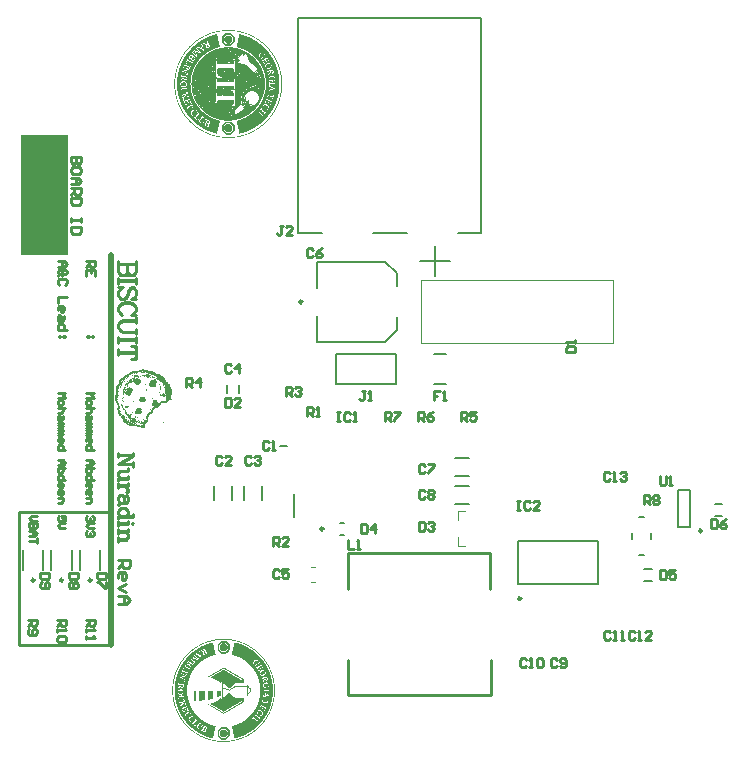
<source format=gbr>
%TF.GenerationSoftware,Altium Limited,Altium Designer,24.2.2 (26)*%
G04 Layer_Color=65535*
%FSLAX45Y45*%
%MOMM*%
%TF.SameCoordinates,B44B2995-802D-4FBC-A6AD-B2E30319FF36*%
%TF.FilePolarity,Positive*%
%TF.FileFunction,Legend,Top*%
%TF.Part,Single*%
G01*
G75*
%TA.AperFunction,NonConductor*%
%ADD49C,0.25000*%
%ADD50C,0.25601*%
%ADD51C,0.25600*%
%ADD52C,0.20000*%
%ADD53C,0.12700*%
%ADD54C,0.06400*%
%ADD55C,0.12800*%
%ADD56C,0.51200*%
%ADD57C,0.25400*%
G36*
X1832032Y6220616D02*
X1849138D01*
Y6219342D01*
X1860967D01*
Y6218068D01*
X1871522D01*
Y6216612D01*
X1880802D01*
Y6215339D01*
X1887354D01*
Y6214065D01*
X1895361D01*
Y6212791D01*
X1901912D01*
Y6211335D01*
X1907189D01*
Y6210061D01*
X1913923D01*
Y6208787D01*
X1919200D01*
Y6207513D01*
X1924477D01*
Y6206058D01*
X1928481D01*
Y6204784D01*
X1933758D01*
Y6203510D01*
X1937580D01*
Y6202236D01*
X1942857D01*
Y6200780D01*
X1946861D01*
Y6199506D01*
X1950864D01*
Y6198232D01*
X1954868D01*
Y6196777D01*
X1958690D01*
Y6195503D01*
X1962693D01*
Y6194229D01*
X1965423D01*
Y6192955D01*
X1969426D01*
Y6191499D01*
X1973248D01*
Y6190225D01*
X1975978D01*
Y6188952D01*
X1979981D01*
Y6187678D01*
X1982529D01*
Y6186222D01*
X1986532D01*
Y6184948D01*
X1989080D01*
Y6183674D01*
X1991810D01*
Y6182400D01*
X1994539D01*
Y6180944D01*
X1998361D01*
Y6179671D01*
X2001090D01*
Y6178397D01*
X2003638D01*
Y6176941D01*
X2006368D01*
Y6175667D01*
X2008916D01*
Y6174393D01*
X2011645D01*
Y6173119D01*
X2014193D01*
Y6171664D01*
X2016923D01*
Y6170390D01*
X2019470D01*
Y6169116D01*
X2022200D01*
Y6167842D01*
X2024748D01*
Y6166386D01*
X2026203D01*
Y6165112D01*
X2028751D01*
Y6163839D01*
X2031481D01*
Y6162565D01*
X2034029D01*
Y6161109D01*
X2035485D01*
Y6159835D01*
X2038032D01*
Y6158561D01*
X2040762D01*
Y6157105D01*
X2043310D01*
Y6155831D01*
X2044583D01*
Y6154558D01*
X2047313D01*
Y6153284D01*
X2048587D01*
Y6151828D01*
X2051317D01*
Y6150554D01*
X2052591D01*
Y6149280D01*
X2055138D01*
Y6148006D01*
X2057868D01*
Y6146551D01*
X2059142D01*
Y6145277D01*
X2061871D01*
Y6144003D01*
X2063145D01*
Y6142729D01*
X2065875D01*
Y6141273D01*
X2067149D01*
Y6139999D01*
X2068423D01*
Y6138725D01*
X2071152D01*
Y6137270D01*
X2072426D01*
Y6135996D01*
X2074974D01*
Y6134722D01*
X2076430D01*
Y6133448D01*
X2077703D01*
Y6131992D01*
X2080251D01*
Y6130718D01*
X2081707D01*
Y6129444D01*
X2082981D01*
Y6128171D01*
X2085529D01*
Y6126715D01*
X2086984D01*
Y6125441D01*
X2088258D01*
Y6124167D01*
X2090806D01*
Y6122893D01*
X2092262D01*
Y6121438D01*
X2093536D01*
Y6120164D01*
X2094810D01*
Y6118890D01*
X2097539D01*
Y6117616D01*
X2098813D01*
Y6116160D01*
X2100087D01*
Y6114886D01*
X2101543D01*
Y6113612D01*
X2102817D01*
Y6112156D01*
X2104091D01*
Y6110883D01*
X2106820D01*
Y6109609D01*
X2108094D01*
Y6108335D01*
X2109368D01*
Y6106879D01*
X2110642D01*
Y6105605D01*
X2112098D01*
Y6104331D01*
X2113371D01*
Y6103058D01*
X2115919D01*
Y6101602D01*
X2117375D01*
Y6100328D01*
X2118649D01*
Y6099054D01*
X2119923D01*
Y6097780D01*
X2121196D01*
Y6096324D01*
X2122652D01*
Y6095051D01*
X2123926D01*
Y6093777D01*
X2125200D01*
Y6092321D01*
X2126656D01*
Y6091047D01*
X2127930D01*
Y6089773D01*
X2129204D01*
Y6088499D01*
X2130477D01*
Y6087043D01*
X2131933D01*
Y6085770D01*
X2133207D01*
Y6084496D01*
X2134481D01*
Y6083222D01*
X2135755D01*
Y6081766D01*
X2137211D01*
Y6080492D01*
X2138484D01*
Y6079218D01*
X2139758D01*
Y6077945D01*
X2141032D01*
Y6076489D01*
X2142488D01*
Y6075215D01*
X2143762D01*
Y6072485D01*
X2145036D01*
Y6071211D01*
X2146310D01*
Y6069938D01*
X2147765D01*
Y6068664D01*
X2149039D01*
Y6067208D01*
X2150313D01*
Y6065934D01*
X2151587D01*
Y6064660D01*
X2153043D01*
Y6061930D01*
X2154317D01*
Y6060657D01*
X2155591D01*
Y6059383D01*
X2156864D01*
Y6058109D01*
X2158320D01*
Y6056653D01*
X2159594D01*
Y6055379D01*
X2160868D01*
Y6052650D01*
X2162324D01*
Y6051376D01*
X2163598D01*
Y6050102D01*
X2164871D01*
Y6048828D01*
X2166145D01*
Y6046098D01*
X2167601D01*
Y6044824D01*
X2168875D01*
Y6043551D01*
X2170149D01*
Y6040821D01*
X2171423D01*
Y6039547D01*
X2172879D01*
Y6038273D01*
X2174152D01*
Y6035543D01*
X2175426D01*
Y6034270D01*
X2176700D01*
Y6032996D01*
X2178156D01*
Y6030266D01*
X2179430D01*
Y6028992D01*
X2180704D01*
Y6026263D01*
X2181977D01*
Y6024989D01*
X2183433D01*
Y6023715D01*
X2184707D01*
Y6020985D01*
X2185981D01*
Y6019711D01*
X2187255D01*
Y6016982D01*
X2188711D01*
Y6015708D01*
X2189984D01*
Y6013160D01*
X2191258D01*
Y6010430D01*
X2192714D01*
Y6009157D01*
X2193988D01*
Y6006427D01*
X2195262D01*
Y6005153D01*
X2196536D01*
Y6002423D01*
X2197992D01*
Y6001150D01*
X2199265D01*
Y5998602D01*
X2200539D01*
Y5995872D01*
X2201813D01*
Y5993324D01*
X2203269D01*
Y5991869D01*
X2204543D01*
Y5989321D01*
X2205817D01*
Y5986591D01*
X2207091D01*
Y5984043D01*
X2208546D01*
Y5982588D01*
X2209820D01*
Y5980040D01*
X2211094D01*
Y5977310D01*
X2212368D01*
Y5974762D01*
X2213824D01*
Y5972033D01*
X2215097D01*
Y5969485D01*
X2216371D01*
Y5966755D01*
X2217645D01*
Y5964208D01*
X2219101D01*
Y5961478D01*
X2220375D01*
Y5958930D01*
X2221649D01*
Y5956201D01*
X2222923D01*
Y5952197D01*
X2224379D01*
Y5949650D01*
X2225652D01*
Y5946920D01*
X2226926D01*
Y5944372D01*
X2228382D01*
Y5940369D01*
X2229656D01*
Y5937639D01*
X2230930D01*
Y5933817D01*
X2232204D01*
Y5931088D01*
X2233659D01*
Y5927084D01*
X2234933D01*
Y5924537D01*
X2236207D01*
Y5920533D01*
X2237481D01*
Y5916529D01*
X2238937D01*
Y5912526D01*
X2240211D01*
Y5908704D01*
X2241484D01*
Y5904701D01*
X2242758D01*
Y5900697D01*
X2244214D01*
Y5895420D01*
X2245488D01*
Y5891416D01*
X2246762D01*
Y5886139D01*
X2248036D01*
Y5882135D01*
X2249492D01*
Y5876858D01*
X2250765D01*
Y5871581D01*
X2252039D01*
Y5865029D01*
X2253313D01*
Y5859752D01*
X2254769D01*
Y5853019D01*
X2256043D01*
Y5846468D01*
X2257317D01*
Y5838461D01*
X2258772D01*
Y5829361D01*
X2260046D01*
Y5818625D01*
X2261320D01*
Y5806796D01*
X2262594D01*
Y5788234D01*
X2264050D01*
Y5740738D01*
X2262594D01*
Y5723450D01*
X2261320D01*
Y5711621D01*
X2260046D01*
Y5701067D01*
X2258772D01*
Y5691786D01*
X2257317D01*
Y5685234D01*
X2256043D01*
Y5677227D01*
X2254769D01*
Y5670676D01*
X2253313D01*
Y5665399D01*
X2252039D01*
Y5658665D01*
X2250765D01*
Y5653388D01*
X2249492D01*
Y5648111D01*
X2248036D01*
Y5644107D01*
X2246762D01*
Y5638830D01*
X2245488D01*
Y5635008D01*
X2244214D01*
Y5629549D01*
X2242758D01*
Y5625727D01*
X2241484D01*
Y5621724D01*
X2240211D01*
Y5617720D01*
X2238937D01*
Y5613717D01*
X2237481D01*
Y5609895D01*
X2236207D01*
Y5605892D01*
X2234933D01*
Y5603162D01*
X2233659D01*
Y5599158D01*
X2232204D01*
Y5596611D01*
X2230930D01*
Y5592607D01*
X2229656D01*
Y5590059D01*
X2228382D01*
Y5586056D01*
X2226926D01*
Y5583326D01*
X2225652D01*
Y5580779D01*
X2224379D01*
Y5578049D01*
X2222923D01*
Y5574045D01*
X2221649D01*
Y5571498D01*
X2220375D01*
Y5568768D01*
X2219101D01*
Y5566220D01*
X2217645D01*
Y5563491D01*
X2216371D01*
Y5560943D01*
X2215097D01*
Y5558213D01*
X2213824D01*
Y5555666D01*
X2212368D01*
Y5552936D01*
X2211094D01*
Y5550388D01*
X2209820D01*
Y5547658D01*
X2208546D01*
Y5546385D01*
X2207091D01*
Y5543655D01*
X2205817D01*
Y5541107D01*
X2204543D01*
Y5538378D01*
X2203269D01*
Y5537104D01*
X2201813D01*
Y5534374D01*
X2200539D01*
Y5531826D01*
X2199265D01*
Y5529097D01*
X2197992D01*
Y5527823D01*
X2196536D01*
Y5525275D01*
X2195262D01*
Y5523819D01*
X2193988D01*
Y5521271D01*
X2192714D01*
Y5518542D01*
X2191258D01*
Y5517268D01*
X2189984D01*
Y5514538D01*
X2188711D01*
Y5513264D01*
X2187255D01*
Y5510717D01*
X2185981D01*
Y5509261D01*
X2184707D01*
Y5506713D01*
X2183433D01*
Y5505439D01*
X2181977D01*
Y5503983D01*
X2180704D01*
Y5501436D01*
X2179430D01*
Y5499980D01*
X2178156D01*
Y5497432D01*
X2176700D01*
Y5496158D01*
X2175426D01*
Y5493429D01*
X2174152D01*
Y5492155D01*
X2172879D01*
Y5490881D01*
X2171423D01*
Y5488151D01*
X2170149D01*
Y5486878D01*
X2168875D01*
Y5485604D01*
X2167601D01*
Y5484148D01*
X2166145D01*
Y5481600D01*
X2164871D01*
Y5480144D01*
X2163598D01*
Y5478870D01*
X2162324D01*
Y5477597D01*
X2160868D01*
Y5474867D01*
X2159594D01*
Y5473593D01*
X2158320D01*
Y5472319D01*
X2156864D01*
Y5471045D01*
X2155591D01*
Y5469590D01*
X2154317D01*
Y5467042D01*
X2153043D01*
Y5465768D01*
X2151587D01*
Y5464312D01*
X2150313D01*
Y5463038D01*
X2149039D01*
Y5461765D01*
X2147765D01*
Y5460309D01*
X2146310D01*
Y5457761D01*
X2145036D01*
Y5456487D01*
X2143762D01*
Y5455031D01*
X2142488D01*
Y5453757D01*
X2141032D01*
Y5452483D01*
X2139758D01*
Y5451210D01*
X2138484D01*
Y5449754D01*
X2137211D01*
Y5448480D01*
X2135755D01*
Y5447206D01*
X2134481D01*
Y5445932D01*
X2133207D01*
Y5444477D01*
X2131933D01*
Y5443202D01*
X2130477D01*
Y5441929D01*
X2129204D01*
Y5440655D01*
X2127930D01*
Y5439199D01*
X2126656D01*
Y5437925D01*
X2125200D01*
Y5436651D01*
X2123926D01*
Y5435196D01*
X2122652D01*
Y5433922D01*
X2121196D01*
Y5432648D01*
X2119923D01*
Y5431374D01*
X2118649D01*
Y5429918D01*
X2117375D01*
Y5428644D01*
X2115919D01*
Y5427370D01*
X2113371D01*
Y5426097D01*
X2112098D01*
Y5424641D01*
X2110642D01*
Y5423367D01*
X2109368D01*
Y5422093D01*
X2108094D01*
Y5420819D01*
X2106820D01*
Y5419363D01*
X2105364D01*
Y5418089D01*
X2102817D01*
Y5416816D01*
X2101543D01*
Y5415360D01*
X2100087D01*
Y5414086D01*
X2098813D01*
Y5412812D01*
X2097539D01*
Y5411538D01*
X2094810D01*
Y5410082D01*
X2093536D01*
Y5408809D01*
X2092262D01*
Y5407535D01*
X2090806D01*
Y5406261D01*
X2088258D01*
Y5404805D01*
X2086984D01*
Y5403531D01*
X2085529D01*
Y5402257D01*
X2084255D01*
Y5400984D01*
X2081707D01*
Y5399528D01*
X2080251D01*
Y5398254D01*
X2078977D01*
Y5396980D01*
X2076430D01*
Y5395524D01*
X2074974D01*
Y5394250D01*
X2072426D01*
Y5392977D01*
X2071152D01*
Y5391703D01*
X2069696D01*
Y5390247D01*
X2067149D01*
Y5388973D01*
X2065875D01*
Y5387699D01*
X2063145D01*
Y5386425D01*
X2061871D01*
Y5384969D01*
X2059142D01*
Y5383696D01*
X2057868D01*
Y5382422D01*
X2055138D01*
Y5381148D01*
X2053864D01*
Y5379692D01*
X2051317D01*
Y5378418D01*
X2048587D01*
Y5377144D01*
X2047313D01*
Y5375689D01*
X2044583D01*
Y5374415D01*
X2043310D01*
Y5373141D01*
X2040762D01*
Y5371867D01*
X2038032D01*
Y5370411D01*
X2035485D01*
Y5369137D01*
X2034029D01*
Y5367863D01*
X2031481D01*
Y5366589D01*
X2028751D01*
Y5365134D01*
X2027478D01*
Y5363860D01*
X2024748D01*
Y5362586D01*
X2022200D01*
Y5361312D01*
X2019470D01*
Y5359856D01*
X2016923D01*
Y5358582D01*
X2014193D01*
Y5357309D01*
X2011645D01*
Y5356035D01*
X2008916D01*
Y5354579D01*
X2006368D01*
Y5353305D01*
X2003638D01*
Y5352031D01*
X2001090D01*
Y5350575D01*
X1998361D01*
Y5349301D01*
X1994539D01*
Y5348028D01*
X1991810D01*
Y5346754D01*
X1989080D01*
Y5345298D01*
X1986532D01*
Y5344024D01*
X1982529D01*
Y5342750D01*
X1979981D01*
Y5341476D01*
X1975978D01*
Y5340021D01*
X1973248D01*
Y5338747D01*
X1969426D01*
Y5337473D01*
X1966697D01*
Y5336199D01*
X1962693D01*
Y5334743D01*
X1958690D01*
Y5333469D01*
X1954868D01*
Y5332196D01*
X1950864D01*
Y5330740D01*
X1946861D01*
Y5329466D01*
X1942857D01*
Y5328192D01*
X1939036D01*
Y5326918D01*
X1933758D01*
Y5325462D01*
X1929755D01*
Y5324188D01*
X1924477D01*
Y5322915D01*
X1919200D01*
Y5321641D01*
X1913923D01*
Y5320185D01*
X1907189D01*
Y5318911D01*
X1901912D01*
Y5317637D01*
X1895361D01*
Y5316363D01*
X1888810D01*
Y5314908D01*
X1880802D01*
Y5313634D01*
X1872977D01*
Y5312360D01*
X1860967D01*
Y5310904D01*
X1849138D01*
Y5309630D01*
X1832032D01*
Y5308356D01*
X1783080D01*
Y5309630D01*
X1765974D01*
Y5310904D01*
X1752689D01*
Y5312360D01*
X1742135D01*
Y5313634D01*
X1734128D01*
Y5314908D01*
X1726303D01*
Y5316363D01*
X1718296D01*
Y5317637D01*
X1713018D01*
Y5318911D01*
X1706467D01*
Y5320185D01*
X1701189D01*
Y5321641D01*
X1695912D01*
Y5322915D01*
X1690635D01*
Y5324188D01*
X1685357D01*
Y5325462D01*
X1681354D01*
Y5326918D01*
X1676076D01*
Y5328192D01*
X1672073D01*
Y5329466D01*
X1668069D01*
Y5330740D01*
X1664248D01*
Y5332196D01*
X1660244D01*
Y5333469D01*
X1656241D01*
Y5334743D01*
X1652237D01*
Y5336199D01*
X1648234D01*
Y5337473D01*
X1645686D01*
Y5338747D01*
X1641683D01*
Y5340021D01*
X1639135D01*
Y5341476D01*
X1635131D01*
Y5342750D01*
X1632402D01*
Y5344024D01*
X1628580D01*
Y5345298D01*
X1625850D01*
Y5346754D01*
X1623121D01*
Y5348028D01*
X1619299D01*
Y5349301D01*
X1616569D01*
Y5350575D01*
X1614022D01*
Y5352031D01*
X1611292D01*
Y5353305D01*
X1608744D01*
Y5354579D01*
X1606015D01*
Y5356035D01*
X1603467D01*
Y5357309D01*
X1600737D01*
Y5358582D01*
X1598190D01*
Y5359856D01*
X1595460D01*
Y5361312D01*
X1592730D01*
Y5362586D01*
X1590182D01*
Y5363860D01*
X1587453D01*
Y5365134D01*
X1586179D01*
Y5366589D01*
X1583631D01*
Y5367863D01*
X1580902D01*
Y5369137D01*
X1578354D01*
Y5370411D01*
X1576898D01*
Y5371867D01*
X1574350D01*
Y5373141D01*
X1571621D01*
Y5374415D01*
X1570347D01*
Y5375689D01*
X1567799D01*
Y5377144D01*
X1565069D01*
Y5378418D01*
X1563795D01*
Y5379692D01*
X1561066D01*
Y5381148D01*
X1559792D01*
Y5382422D01*
X1557062D01*
Y5383696D01*
X1555788D01*
Y5384969D01*
X1553241D01*
Y5386425D01*
X1551785D01*
Y5387699D01*
X1549237D01*
Y5388973D01*
X1547963D01*
Y5390247D01*
X1545234D01*
Y5391703D01*
X1543960D01*
Y5392977D01*
X1542686D01*
Y5394250D01*
X1539956D01*
Y5395524D01*
X1538682D01*
Y5396980D01*
X1535953D01*
Y5398254D01*
X1534679D01*
Y5399528D01*
X1533405D01*
Y5400984D01*
X1530675D01*
Y5402257D01*
X1529402D01*
Y5403531D01*
X1528128D01*
Y5404805D01*
X1525398D01*
Y5406261D01*
X1524124D01*
Y5407535D01*
X1522850D01*
Y5408809D01*
X1521394D01*
Y5410082D01*
X1518847D01*
Y5411538D01*
X1517573D01*
Y5412812D01*
X1516117D01*
Y5414086D01*
X1514843D01*
Y5415360D01*
X1513569D01*
Y5416816D01*
X1510840D01*
Y5418089D01*
X1509566D01*
Y5419363D01*
X1508292D01*
Y5420819D01*
X1507018D01*
Y5422093D01*
X1505562D01*
Y5423367D01*
X1504289D01*
Y5424641D01*
X1503015D01*
Y5426097D01*
X1500285D01*
Y5427370D01*
X1499011D01*
Y5428644D01*
X1497737D01*
Y5429918D01*
X1496463D01*
Y5431374D01*
X1495007D01*
Y5432648D01*
X1493734D01*
Y5433922D01*
X1492460D01*
Y5435196D01*
X1491004D01*
Y5436651D01*
X1489730D01*
Y5437925D01*
X1488456D01*
Y5439199D01*
X1487182D01*
Y5440655D01*
X1485727D01*
Y5441929D01*
X1484453D01*
Y5443202D01*
X1483179D01*
Y5444477D01*
X1481905D01*
Y5445932D01*
X1480449D01*
Y5447206D01*
X1479175D01*
Y5448480D01*
X1477902D01*
Y5449754D01*
X1476628D01*
Y5451210D01*
X1475172D01*
Y5452483D01*
X1473898D01*
Y5453757D01*
X1472624D01*
Y5455031D01*
X1471350D01*
Y5456487D01*
X1469894D01*
Y5457761D01*
X1468621D01*
Y5460309D01*
X1467347D01*
Y5461765D01*
X1466073D01*
Y5463038D01*
X1464617D01*
Y5464312D01*
X1463343D01*
Y5465768D01*
X1462069D01*
Y5467042D01*
X1460614D01*
Y5468316D01*
X1459340D01*
Y5471045D01*
X1458066D01*
Y5472319D01*
X1456792D01*
Y5473593D01*
X1455336D01*
Y5474867D01*
X1454062D01*
Y5476323D01*
X1452789D01*
Y5478870D01*
X1451514D01*
Y5480144D01*
X1450059D01*
Y5481600D01*
X1448785D01*
Y5482874D01*
X1447511D01*
Y5485604D01*
X1446237D01*
Y5486878D01*
X1444781D01*
Y5488151D01*
X1443508D01*
Y5490881D01*
X1442234D01*
Y5492155D01*
X1440960D01*
Y5493429D01*
X1439504D01*
Y5496158D01*
X1438230D01*
Y5497432D01*
X1436956D01*
Y5499980D01*
X1435682D01*
Y5501436D01*
X1434227D01*
Y5502710D01*
X1432953D01*
Y5505439D01*
X1431679D01*
Y5506713D01*
X1430405D01*
Y5509261D01*
X1428949D01*
Y5510717D01*
X1427675D01*
Y5513264D01*
X1426402D01*
Y5514538D01*
X1424946D01*
Y5517268D01*
X1423672D01*
Y5518542D01*
X1422398D01*
Y5521271D01*
X1421124D01*
Y5522545D01*
X1419668D01*
Y5525275D01*
X1418394D01*
Y5527823D01*
X1417121D01*
Y5529097D01*
X1415847D01*
Y5531826D01*
X1414391D01*
Y5534374D01*
X1413117D01*
Y5535830D01*
X1411843D01*
Y5538378D01*
X1410569D01*
Y5541107D01*
X1409114D01*
Y5543655D01*
X1407840D01*
Y5544929D01*
X1406566D01*
Y5547658D01*
X1405292D01*
Y5550388D01*
X1403836D01*
Y5552936D01*
X1402562D01*
Y5555666D01*
X1401289D01*
Y5558213D01*
X1400015D01*
Y5560943D01*
X1398559D01*
Y5563491D01*
X1397285D01*
Y5566220D01*
X1396011D01*
Y5568768D01*
X1394555D01*
Y5571498D01*
X1393281D01*
Y5574045D01*
X1392008D01*
Y5576775D01*
X1390734D01*
Y5580779D01*
X1389278D01*
Y5583326D01*
X1388004D01*
Y5586056D01*
X1386730D01*
Y5590059D01*
X1385456D01*
Y5592607D01*
X1384001D01*
Y5596611D01*
X1382727D01*
Y5599158D01*
X1381453D01*
Y5603162D01*
X1380179D01*
Y5605892D01*
X1378723D01*
Y5609895D01*
X1377449D01*
Y5613717D01*
X1376175D01*
Y5617720D01*
X1374901D01*
Y5621724D01*
X1373446D01*
Y5625727D01*
X1372172D01*
Y5629549D01*
X1370898D01*
Y5633552D01*
X1369624D01*
Y5638830D01*
X1368168D01*
Y5642833D01*
X1366894D01*
Y5648111D01*
X1365621D01*
Y5653388D01*
X1364347D01*
Y5658665D01*
X1362891D01*
Y5665399D01*
X1361617D01*
Y5670676D01*
X1360343D01*
Y5677227D01*
X1358887D01*
Y5683779D01*
X1357613D01*
Y5691786D01*
X1356340D01*
Y5699793D01*
X1355066D01*
Y5711621D01*
X1353610D01*
Y5723450D01*
X1352336D01*
Y5740738D01*
X1351062D01*
Y5789690D01*
X1352336D01*
Y5806796D01*
X1353610D01*
Y5820081D01*
X1355066D01*
Y5830635D01*
X1356340D01*
Y5838461D01*
X1357613D01*
Y5846468D01*
X1358887D01*
Y5854475D01*
X1360343D01*
Y5859752D01*
X1361617D01*
Y5866303D01*
X1362891D01*
Y5871581D01*
X1364347D01*
Y5876858D01*
X1365621D01*
Y5882135D01*
X1366894D01*
Y5887413D01*
X1368168D01*
Y5891416D01*
X1369624D01*
Y5896694D01*
X1370898D01*
Y5900697D01*
X1372172D01*
Y5904701D01*
X1373446D01*
Y5908704D01*
X1374901D01*
Y5912526D01*
X1376175D01*
Y5916529D01*
X1377449D01*
Y5920533D01*
X1378723D01*
Y5924537D01*
X1380179D01*
Y5927084D01*
X1381453D01*
Y5931088D01*
X1382727D01*
Y5933817D01*
X1384001D01*
Y5937639D01*
X1385456D01*
Y5940369D01*
X1386730D01*
Y5944372D01*
X1388004D01*
Y5946920D01*
X1389278D01*
Y5949650D01*
X1390734D01*
Y5952197D01*
X1392008D01*
Y5956201D01*
X1393281D01*
Y5958930D01*
X1394555D01*
Y5961478D01*
X1396011D01*
Y5964208D01*
X1397285D01*
Y5966755D01*
X1398559D01*
Y5969485D01*
X1400015D01*
Y5972033D01*
X1401289D01*
Y5974762D01*
X1402562D01*
Y5977310D01*
X1403836D01*
Y5980040D01*
X1405292D01*
Y5982588D01*
X1406566D01*
Y5985317D01*
X1407840D01*
Y5986591D01*
X1409114D01*
Y5989321D01*
X1410569D01*
Y5991869D01*
X1411843D01*
Y5994598D01*
X1413117D01*
Y5995872D01*
X1414391D01*
Y5998602D01*
X1415847D01*
Y6001150D01*
X1417121D01*
Y6002423D01*
X1418394D01*
Y6005153D01*
X1419668D01*
Y6006427D01*
X1421124D01*
Y6009157D01*
X1422398D01*
Y6011704D01*
X1423672D01*
Y6013160D01*
X1424946D01*
Y6015708D01*
X1426402D01*
Y6016982D01*
X1427675D01*
Y6019711D01*
X1428949D01*
Y6020985D01*
X1430405D01*
Y6023715D01*
X1431679D01*
Y6024989D01*
X1432953D01*
Y6027536D01*
X1434227D01*
Y6028992D01*
X1435682D01*
Y6030266D01*
X1436956D01*
Y6032996D01*
X1438230D01*
Y6034270D01*
X1439504D01*
Y6036817D01*
X1440960D01*
Y6038273D01*
X1442234D01*
Y6039547D01*
X1443508D01*
Y6042095D01*
X1444781D01*
Y6043551D01*
X1446237D01*
Y6044824D01*
X1447511D01*
Y6046098D01*
X1448785D01*
Y6048828D01*
X1450059D01*
Y6050102D01*
X1451514D01*
Y6051376D01*
X1452789D01*
Y6052650D01*
X1454062D01*
Y6055379D01*
X1455336D01*
Y6056653D01*
X1456792D01*
Y6058109D01*
X1458066D01*
Y6059383D01*
X1459340D01*
Y6060657D01*
X1460614D01*
Y6063386D01*
X1462069D01*
Y6064660D01*
X1463343D01*
Y6065934D01*
X1464617D01*
Y6067208D01*
X1466073D01*
Y6068664D01*
X1467347D01*
Y6069938D01*
X1468621D01*
Y6072485D01*
X1469894D01*
Y6073941D01*
X1471350D01*
Y6075215D01*
X1472624D01*
Y6076489D01*
X1473898D01*
Y6077945D01*
X1475172D01*
Y6079218D01*
X1476628D01*
Y6080492D01*
X1477902D01*
Y6081766D01*
X1479175D01*
Y6083222D01*
X1480449D01*
Y6084496D01*
X1481905D01*
Y6085770D01*
X1483179D01*
Y6087043D01*
X1484453D01*
Y6088499D01*
X1485727D01*
Y6089773D01*
X1487182D01*
Y6091047D01*
X1488456D01*
Y6092321D01*
X1489730D01*
Y6093777D01*
X1491004D01*
Y6095051D01*
X1492460D01*
Y6096324D01*
X1493734D01*
Y6097780D01*
X1495007D01*
Y6099054D01*
X1496463D01*
Y6100328D01*
X1497737D01*
Y6101602D01*
X1499011D01*
Y6103058D01*
X1501741D01*
Y6104331D01*
X1503015D01*
Y6105605D01*
X1504289D01*
Y6106879D01*
X1505562D01*
Y6108335D01*
X1507018D01*
Y6109609D01*
X1508292D01*
Y6110883D01*
X1509566D01*
Y6112156D01*
X1512295D01*
Y6113612D01*
X1513569D01*
Y6114886D01*
X1514843D01*
Y6116160D01*
X1516117D01*
Y6117616D01*
X1517573D01*
Y6118890D01*
X1518847D01*
Y6120164D01*
X1521394D01*
Y6121438D01*
X1522850D01*
Y6122893D01*
X1524124D01*
Y6124167D01*
X1526672D01*
Y6125441D01*
X1528128D01*
Y6126715D01*
X1529402D01*
Y6128171D01*
X1530675D01*
Y6129444D01*
X1533405D01*
Y6130718D01*
X1534679D01*
Y6131992D01*
X1535953D01*
Y6133448D01*
X1538682D01*
Y6134722D01*
X1539956D01*
Y6135996D01*
X1542686D01*
Y6137270D01*
X1543960D01*
Y6138725D01*
X1545234D01*
Y6139999D01*
X1547963D01*
Y6141273D01*
X1549237D01*
Y6142729D01*
X1551785D01*
Y6144003D01*
X1553241D01*
Y6145277D01*
X1555788D01*
Y6146551D01*
X1557062D01*
Y6148006D01*
X1559792D01*
Y6149280D01*
X1561066D01*
Y6150554D01*
X1563795D01*
Y6151828D01*
X1566343D01*
Y6153284D01*
X1567799D01*
Y6154558D01*
X1570347D01*
Y6155831D01*
X1571621D01*
Y6157105D01*
X1574350D01*
Y6158561D01*
X1576898D01*
Y6159835D01*
X1579628D01*
Y6161109D01*
X1580902D01*
Y6162565D01*
X1583631D01*
Y6163839D01*
X1586179D01*
Y6165112D01*
X1588909D01*
Y6166386D01*
X1590182D01*
Y6167842D01*
X1592730D01*
Y6169116D01*
X1595460D01*
Y6170390D01*
X1598190D01*
Y6171664D01*
X1600737D01*
Y6173119D01*
X1603467D01*
Y6174393D01*
X1606015D01*
Y6175667D01*
X1608744D01*
Y6176941D01*
X1611292D01*
Y6178397D01*
X1614022D01*
Y6179671D01*
X1616569D01*
Y6180944D01*
X1620573D01*
Y6182400D01*
X1623121D01*
Y6183674D01*
X1625850D01*
Y6184948D01*
X1628580D01*
Y6186222D01*
X1632402D01*
Y6187678D01*
X1635131D01*
Y6188952D01*
X1639135D01*
Y6190225D01*
X1641683D01*
Y6191499D01*
X1645686D01*
Y6192955D01*
X1648234D01*
Y6194229D01*
X1652237D01*
Y6195503D01*
X1656241D01*
Y6196777D01*
X1660244D01*
Y6198232D01*
X1664248D01*
Y6199506D01*
X1668069D01*
Y6200780D01*
X1672073D01*
Y6202236D01*
X1677350D01*
Y6203510D01*
X1681354D01*
Y6204784D01*
X1686631D01*
Y6206058D01*
X1690635D01*
Y6207513D01*
X1695912D01*
Y6208787D01*
X1701189D01*
Y6210061D01*
X1707741D01*
Y6211335D01*
X1713018D01*
Y6212791D01*
X1719569D01*
Y6214065D01*
X1726303D01*
Y6215339D01*
X1734128D01*
Y6216612D01*
X1743409D01*
Y6218068D01*
X1753963D01*
Y6219342D01*
X1765974D01*
Y6220616D01*
X1784354D01*
Y6221890D01*
X1832032D01*
Y6220616D01*
D02*
G37*
G36*
X447040Y4318000D02*
X50800D01*
Y5334000D01*
X447040D01*
Y4318000D01*
D02*
G37*
G36*
X1324580Y3043057D02*
X1321151D01*
Y3046486D01*
X1324580D01*
Y3043057D01*
D02*
G37*
G36*
X1338295Y3029342D02*
X1334866D01*
Y3032771D01*
X1338295D01*
Y3029342D01*
D02*
G37*
G36*
X1297150Y3025914D02*
X1293721D01*
Y3029342D01*
X1297150D01*
Y3025914D01*
D02*
G37*
G36*
X1262862Y3001913D02*
X1259434D01*
Y3005341D01*
X1262862D01*
Y3001913D01*
D02*
G37*
G36*
X1310865Y2988198D02*
X1307436D01*
Y2991627D01*
X1310865D01*
Y2988198D01*
D02*
G37*
G36*
X1221718Y2981340D02*
X1218289D01*
Y2984769D01*
X1221718D01*
Y2981340D01*
D02*
G37*
G36*
X1280006Y2953911D02*
X1276577D01*
Y2957339D01*
X1280006D01*
Y2953911D01*
D02*
G37*
G36*
X1232004Y2947053D02*
X1228575D01*
Y2950482D01*
X1232004D01*
Y2947053D01*
D02*
G37*
G36*
X1328008Y2943624D02*
X1324580D01*
Y2947053D01*
X1328008D01*
Y2943624D01*
D02*
G37*
G36*
X1300579Y2940196D02*
X1297150D01*
Y2943624D01*
X1300579D01*
Y2940196D01*
D02*
G37*
G36*
X1280006Y2933338D02*
X1276577D01*
Y2936767D01*
X1280006D01*
Y2933338D01*
D02*
G37*
G36*
X1177144D02*
X1173716D01*
Y2936767D01*
X1177144D01*
Y2933338D01*
D02*
G37*
G36*
X1256005Y2916195D02*
X1252576D01*
Y2919623D01*
X1256005D01*
Y2916195D01*
D02*
G37*
G36*
X1204574D02*
X1201146D01*
Y2919623D01*
X1204574D01*
Y2916195D01*
D02*
G37*
G36*
X1314293Y2909337D02*
X1310865D01*
Y2912766D01*
X1314293D01*
Y2909337D01*
D02*
G37*
G36*
X1259434Y2899051D02*
X1256005D01*
Y2902480D01*
X1259434D01*
Y2899051D01*
D02*
G37*
G36*
X1146286D02*
X1142857D01*
Y2902480D01*
X1146286D01*
Y2899051D01*
D02*
G37*
G36*
X1129142Y2875050D02*
X1125714D01*
Y2878479D01*
X1129142D01*
Y2875050D01*
D02*
G37*
G36*
X1187431Y2861335D02*
X1184002D01*
Y2864764D01*
X1187431D01*
Y2861335D01*
D02*
G37*
G36*
X1091427Y3344785D02*
X1118856D01*
Y3341356D01*
X1129142D01*
Y3337928D01*
X1142857D01*
Y3334499D01*
X1156572D01*
Y3331070D01*
X1166858D01*
Y3327641D01*
X1177144D01*
Y3324213D01*
X1184002D01*
Y3320784D01*
X1190859D01*
Y3317355D01*
X1197717D01*
Y3313927D01*
X1208003D01*
Y3310498D01*
X1218289D01*
Y3307069D01*
X1228575D01*
Y3303640D01*
X1235433D01*
Y3300212D01*
X1242290D01*
Y3296783D01*
X1245719D01*
Y3293354D01*
X1252576D01*
Y3289925D01*
X1256005D01*
Y3286497D01*
X1259434D01*
Y3283068D01*
X1262862D01*
Y3279639D01*
X1266291D01*
Y3272782D01*
X1269720D01*
Y3269353D01*
X1273149D01*
Y3262496D01*
X1276577D01*
Y3255638D01*
X1280006D01*
Y3248781D01*
X1283435D01*
Y3241923D01*
X1290292D01*
Y3238495D01*
X1293721D01*
Y3235066D01*
X1297150D01*
Y3231637D01*
X1300579D01*
Y3228208D01*
X1304007D01*
Y3224780D01*
X1307436D01*
Y3221351D01*
X1310865D01*
Y3214494D01*
X1314293D01*
Y3207636D01*
X1317722D01*
Y3200779D01*
X1321151D01*
Y3193921D01*
X1324580D01*
Y3187064D01*
X1328008D01*
Y3173349D01*
X1331437D01*
Y3142491D01*
X1328008D01*
Y3132204D01*
X1324580D01*
Y3121918D01*
X1321151D01*
Y3108203D01*
X1324580D01*
Y3101346D01*
X1328008D01*
Y3091060D01*
X1317722D01*
Y3087631D01*
X1307436D01*
Y3084202D01*
X1300579D01*
Y3080773D01*
X1297150D01*
Y3077345D01*
X1293721D01*
Y3073916D01*
X1290292D01*
Y3070487D01*
X1286864D01*
Y3067058D01*
X1256005D01*
Y3063630D01*
X1249148D01*
Y3060201D01*
X1242290D01*
Y3056772D01*
X1238861D01*
Y3053343D01*
X1235433D01*
Y3049915D01*
X1232004D01*
Y3046486D01*
X1228575D01*
Y3039629D01*
X1225147D01*
Y3032771D01*
X1221718D01*
Y3029342D01*
X1211432D01*
Y3025914D01*
X1201146D01*
Y3022485D01*
X1194288D01*
Y3019056D01*
X1187431D01*
Y3015628D01*
X1184002D01*
Y3012199D01*
X1180573D01*
Y3008770D01*
X1177144D01*
Y3001913D01*
X1173716D01*
Y2995055D01*
X1170287D01*
Y2984769D01*
X1166858D01*
Y2977912D01*
X1163430D01*
Y2974483D01*
X1153143D01*
Y2971054D01*
X1149715D01*
Y2967626D01*
X1142857D01*
Y2964197D01*
X1139429D01*
Y2957339D01*
X1136000D01*
Y2953911D01*
X1132571D01*
Y2947053D01*
X1129142D01*
Y2936767D01*
X1125714D01*
Y2905909D01*
X1122285D01*
Y2902480D01*
X1118856D01*
Y2899051D01*
X1115428D01*
Y2895622D01*
X1111999D01*
Y2892194D01*
X1108570D01*
Y2885336D01*
X1105141D01*
Y2868193D01*
X1101713D01*
Y2854478D01*
X1070854D01*
Y2857906D01*
X1057139D01*
Y2861335D01*
X1043424D01*
Y2864764D01*
X1033138D01*
Y2868193D01*
X978278D01*
Y2871621D01*
X967992D01*
Y2875050D01*
X954277D01*
Y2878479D01*
X950849D01*
Y2881908D01*
X947420D01*
Y2885336D01*
X943991D01*
Y2888765D01*
X940563D01*
Y2892194D01*
X937134D01*
Y2895622D01*
X930276D01*
Y2899051D01*
X926848D01*
Y2902480D01*
X923419D01*
Y2905909D01*
X919990D01*
Y2919623D01*
X916562D01*
Y2926481D01*
X913133D01*
Y2929910D01*
X909704D01*
Y2933338D01*
X906275D01*
Y2940196D01*
X899418D01*
Y2947053D01*
X895989D01*
Y2950482D01*
X892560D01*
Y2953911D01*
X889132D01*
Y2957339D01*
X885703D01*
Y2960768D01*
X882274D01*
Y2967626D01*
X878846D01*
Y2974483D01*
X875417D01*
Y2984769D01*
X871988D01*
Y3001913D01*
X868559D01*
Y3025914D01*
X871988D01*
Y3049915D01*
X868559D01*
Y3056772D01*
X865131D01*
Y3060201D01*
X861702D01*
Y3067058D01*
X858273D01*
Y3070487D01*
X854845D01*
Y3077345D01*
X851416D01*
Y3084202D01*
X847987D01*
Y3115061D01*
X851416D01*
Y3128776D01*
X854845D01*
Y3139062D01*
X858273D01*
Y3169920D01*
X854845D01*
Y3193921D01*
X858273D01*
Y3204207D01*
X861702D01*
Y3207636D01*
X865131D01*
Y3214494D01*
X868559D01*
Y3217922D01*
X871988D01*
Y3221351D01*
X875417D01*
Y3224780D01*
X878846D01*
Y3231637D01*
X882274D01*
Y3255638D01*
X885703D01*
Y3259067D01*
X889132D01*
Y3262496D01*
X892560D01*
Y3265924D01*
X895989D01*
Y3269353D01*
X902847D01*
Y3272782D01*
X906275D01*
Y3276211D01*
X909704D01*
Y3279639D01*
X916562D01*
Y3283068D01*
X919990D01*
Y3286497D01*
X923419D01*
Y3289925D01*
X926848D01*
Y3293354D01*
X933705D01*
Y3296783D01*
X937134D01*
Y3300212D01*
X943991D01*
Y3303640D01*
X947420D01*
Y3307069D01*
X954277D01*
Y3310498D01*
X957706D01*
Y3313927D01*
X964564D01*
Y3317355D01*
X971421D01*
Y3320784D01*
X978278D01*
Y3324213D01*
X985136D01*
Y3327641D01*
X995422D01*
Y3331070D01*
X1015994D01*
Y3334499D01*
X1036567D01*
Y3337928D01*
X1053710D01*
Y3341356D01*
X1070854D01*
Y3344785D01*
X1074283D01*
Y3348214D01*
X1091427D01*
Y3344785D01*
D02*
G37*
G36*
X2155072Y868777D02*
X2153249D01*
Y870599D01*
X2155072D01*
Y868777D01*
D02*
G37*
G36*
X2142309Y866953D02*
X2141398D01*
Y867865D01*
X2142309D01*
Y866953D01*
D02*
G37*
G36*
X1794986Y1065684D02*
X1806837D01*
Y1064773D01*
X1815953D01*
Y1063861D01*
X1823246D01*
Y1062949D01*
X1830539D01*
Y1062038D01*
X1836920D01*
Y1061126D01*
X1841478D01*
Y1060215D01*
X1846948D01*
Y1059303D01*
X1852417D01*
Y1058391D01*
X1856975D01*
Y1057480D01*
X1860622D01*
Y1056568D01*
X1864268D01*
Y1055657D01*
X1868826D01*
Y1054745D01*
X1872473D01*
Y1053833D01*
X1876119D01*
Y1052922D01*
X1879766D01*
Y1052010D01*
X1882501D01*
Y1051098D01*
X1886147D01*
Y1050187D01*
X1888882D01*
Y1049275D01*
X1892528D01*
Y1048364D01*
X1895263D01*
Y1047452D01*
X1898910D01*
Y1046540D01*
X1901644D01*
Y1045629D01*
X1904379D01*
Y1044717D01*
X1906202D01*
Y1043805D01*
X1908937D01*
Y1042894D01*
X1911672D01*
Y1041982D01*
X1914407D01*
Y1041071D01*
X1917141D01*
Y1040159D01*
X1919877D01*
Y1039247D01*
X1921699D01*
Y1038336D01*
X1924435D01*
Y1037424D01*
X1926258D01*
Y1036513D01*
X1928993D01*
Y1035601D01*
X1930816D01*
Y1034690D01*
X1933551D01*
Y1033778D01*
X1935374D01*
Y1032866D01*
X1938108D01*
Y1031955D01*
X1939932D01*
Y1031043D01*
X1941755D01*
Y1030131D01*
X1944490D01*
Y1029220D01*
X1946313D01*
Y1028308D01*
X1948137D01*
Y1027396D01*
X1949960D01*
Y1026485D01*
X1951783D01*
Y1025573D01*
X1954518D01*
Y1024662D01*
X1956341D01*
Y1023750D01*
X1958164D01*
Y1022838D01*
X1959987D01*
Y1021927D01*
X1961811D01*
Y1021015D01*
X1963634D01*
Y1020104D01*
X1965457D01*
Y1019192D01*
X1967280D01*
Y1018280D01*
X1968192D01*
Y1017369D01*
X1970015D01*
Y1016457D01*
X1971839D01*
Y1015545D01*
X1973662D01*
Y1014634D01*
X1975485D01*
Y1013722D01*
X1977308D01*
Y1012811D01*
X1979131D01*
Y1011899D01*
X1980043D01*
Y1010987D01*
X1981866D01*
Y1010076D01*
X1983689D01*
Y1009164D01*
X1985512D01*
Y1008253D01*
X1986424D01*
Y1007341D01*
X1988247D01*
Y1006429D01*
X1990070D01*
Y1005518D01*
X1991894D01*
Y1004606D01*
X1992806D01*
Y1003695D01*
X1994628D01*
Y1002783D01*
X1995540D01*
Y1001871D01*
X1997363D01*
Y1000960D01*
X1999187D01*
Y1000048D01*
X2000098D01*
Y999136D01*
X2001921D01*
Y998225D01*
X2002833D01*
Y997313D01*
X2004656D01*
Y996402D01*
X2005568D01*
Y995490D01*
X2007391D01*
Y994578D01*
X2008303D01*
Y993667D01*
X2010126D01*
Y992755D01*
X2011037D01*
Y991844D01*
X2012861D01*
Y990932D01*
X2013772D01*
Y990020D01*
X2015595D01*
Y989109D01*
X2016507D01*
Y988197D01*
X2017419D01*
Y987286D01*
X2019242D01*
Y986374D01*
X2020153D01*
Y985462D01*
X2021977D01*
Y984551D01*
X2022888D01*
Y983639D01*
X2023800D01*
Y982728D01*
X2025623D01*
Y981816D01*
X2026535D01*
Y980904D01*
X2028358D01*
Y979993D01*
X2029270D01*
Y979081D01*
X2030181D01*
Y978169D01*
X2032004D01*
Y977258D01*
X2032916D01*
Y976346D01*
X2033828D01*
Y975435D01*
X2034739D01*
Y974523D01*
X2036562D01*
Y973611D01*
X2037474D01*
Y972700D01*
X2038386D01*
Y971788D01*
X2039297D01*
Y970877D01*
X2041120D01*
Y969965D01*
X2042032D01*
Y969053D01*
X2042944D01*
Y968142D01*
X2043855D01*
Y967230D01*
X2045679D01*
Y966319D01*
X2046590D01*
Y965407D01*
X2047502D01*
Y964495D01*
X2048413D01*
Y963584D01*
X2049325D01*
Y962672D01*
X2050237D01*
Y961761D01*
X2052060D01*
Y960849D01*
X2052971D01*
Y959937D01*
X2053883D01*
Y959026D01*
X2054795D01*
Y958114D01*
X2055707D01*
Y957203D01*
X2056618D01*
Y956291D01*
X2057530D01*
Y955379D01*
X2059353D01*
Y954468D01*
X2060265D01*
Y953556D01*
X2061176D01*
Y952645D01*
X2062088D01*
Y951733D01*
X2062999D01*
Y950821D01*
X2063911D01*
Y949910D01*
X2064823D01*
Y948998D01*
X2065734D01*
Y948086D01*
X2066646D01*
Y947175D01*
X2067557D01*
Y946263D01*
X2068469D01*
Y945352D01*
X2069380D01*
Y944440D01*
X2070292D01*
Y943528D01*
X2071204D01*
Y942617D01*
X2072115D01*
Y941705D01*
X2073027D01*
Y940794D01*
X2074850D01*
Y939882D01*
X2075762D01*
Y938970D01*
X2076674D01*
Y937147D01*
X2077585D01*
Y936236D01*
X2078497D01*
Y935324D01*
X2079408D01*
Y934412D01*
X2080320D01*
Y933501D01*
X2081232D01*
Y932589D01*
X2082143D01*
Y931678D01*
X2083055D01*
Y930766D01*
X2083966D01*
Y929854D01*
X2084878D01*
Y928943D01*
X2085790D01*
Y928031D01*
X2086701D01*
Y927120D01*
X2087613D01*
Y926208D01*
X2088524D01*
Y925296D01*
X2089436D01*
Y924385D01*
X2090348D01*
Y923473D01*
X2091259D01*
Y921650D01*
X2092171D01*
Y920738D01*
X2093082D01*
Y919827D01*
X2093994D01*
Y918915D01*
X2094906D01*
Y918003D01*
X2095817D01*
Y917092D01*
X2096729D01*
Y915268D01*
X2097640D01*
Y914357D01*
X2098552D01*
Y913445D01*
X2099464D01*
Y912533D01*
X2100375D01*
Y911622D01*
X2101287D01*
Y910710D01*
X2102198D01*
Y909799D01*
X2103110D01*
Y907975D01*
X2104022D01*
Y907064D01*
X2104933D01*
Y906152D01*
X2105845D01*
Y905241D01*
X2106757D01*
Y903418D01*
X2107668D01*
Y902506D01*
X2108580D01*
Y901594D01*
X2109491D01*
Y899771D01*
X2110403D01*
Y898860D01*
X2111315D01*
Y897948D01*
X2112226D01*
Y897036D01*
X2113138D01*
Y895213D01*
X2114049D01*
Y894301D01*
X2114961D01*
Y893390D01*
X2115873D01*
Y891566D01*
X2116784D01*
Y890655D01*
X2117696D01*
Y889743D01*
X2118607D01*
Y887920D01*
X2119519D01*
Y887008D01*
X2120431D01*
Y885185D01*
X2121342D01*
Y884274D01*
X2122254D01*
Y883362D01*
X2123166D01*
Y881539D01*
X2124077D01*
Y880627D01*
X2124989D01*
Y878804D01*
X2125900D01*
Y877893D01*
X2126812D01*
Y876981D01*
X2127724D01*
Y875158D01*
X2128635D01*
Y874246D01*
X2129547D01*
Y872423D01*
X2130458D01*
Y871511D01*
X2131370D01*
Y869688D01*
X2132282D01*
Y867865D01*
X2133193D01*
Y866953D01*
X2134105D01*
Y865130D01*
X2135016D01*
Y864218D01*
X2135928D01*
Y862395D01*
X2136840D01*
Y861483D01*
X2137751D01*
Y859660D01*
X2138663D01*
Y857837D01*
X2139575D01*
Y856926D01*
X2140486D01*
Y855102D01*
X2141398D01*
Y853279D01*
X2142309D01*
Y852368D01*
X2143221D01*
Y850544D01*
X2144133D01*
Y848721D01*
X2145044D01*
Y846898D01*
X2145956D01*
Y845986D01*
X2146867D01*
Y844163D01*
X2147779D01*
Y842340D01*
X2148691D01*
Y840516D01*
X2149602D01*
Y839605D01*
X2150514D01*
Y837782D01*
X2151425D01*
Y835959D01*
X2152337D01*
Y834135D01*
X2153249D01*
Y832312D01*
X2154160D01*
Y830489D01*
X2155072D01*
Y828666D01*
X2155983D01*
Y826842D01*
X2156895D01*
Y825019D01*
X2157807D01*
Y823196D01*
X2158718D01*
Y821373D01*
X2159630D01*
Y819549D01*
X2160542D01*
Y817726D01*
X2161453D01*
Y815903D01*
X2162364D01*
Y814080D01*
X2163276D01*
Y811345D01*
X2164188D01*
Y809522D01*
X2165100D01*
Y807699D01*
X2166011D01*
Y805875D01*
X2166923D01*
Y804052D01*
X2167834D01*
Y801317D01*
X2168746D01*
Y799494D01*
X2169658D01*
Y796759D01*
X2170569D01*
Y794936D01*
X2171481D01*
Y792201D01*
X2172393D01*
Y790378D01*
X2173304D01*
Y787643D01*
X2174216D01*
Y785820D01*
X2175127D01*
Y783085D01*
X2176039D01*
Y781262D01*
X2176951D01*
Y778527D01*
X2177862D01*
Y775792D01*
X2178774D01*
Y773057D01*
X2179685D01*
Y770322D01*
X2180597D01*
Y767588D01*
X2181509D01*
Y764853D01*
X2182420D01*
Y762118D01*
X2183332D01*
Y759383D01*
X2184244D01*
Y755737D01*
X2185155D01*
Y753002D01*
X2186067D01*
Y749355D01*
X2186978D01*
Y745709D01*
X2187890D01*
Y742974D01*
X2188802D01*
Y739328D01*
X2189713D01*
Y735681D01*
X2190625D01*
Y732035D01*
X2191536D01*
Y727477D01*
X2192448D01*
Y723830D01*
X2193360D01*
Y720184D01*
X2194271D01*
Y714714D01*
X2195183D01*
Y710156D01*
X2196094D01*
Y704687D01*
X2197006D01*
Y700129D01*
X2197918D01*
Y693747D01*
X2198829D01*
Y686454D01*
X2199741D01*
Y679161D01*
X2200652D01*
Y669134D01*
X2201564D01*
Y657283D01*
X2202476D01*
Y604410D01*
X2201564D01*
Y592559D01*
X2200652D01*
Y582531D01*
X2199741D01*
Y575238D01*
X2198829D01*
Y567945D01*
X2197918D01*
Y561564D01*
X2197006D01*
Y557005D01*
X2196094D01*
Y551536D01*
X2195183D01*
Y546978D01*
X2194271D01*
Y541508D01*
X2193360D01*
Y537862D01*
X2192448D01*
Y534216D01*
X2191536D01*
Y529658D01*
X2190625D01*
Y526011D01*
X2189713D01*
Y522365D01*
X2188802D01*
Y518718D01*
X2187890D01*
Y515072D01*
X2186978D01*
Y512337D01*
X2186067D01*
Y508690D01*
X2185155D01*
Y505956D01*
X2184244D01*
Y502309D01*
X2183332D01*
Y499574D01*
X2182420D01*
Y496840D01*
X2181509D01*
Y494105D01*
X2180597D01*
Y491370D01*
X2179685D01*
Y488635D01*
X2178774D01*
Y485900D01*
X2177862D01*
Y483165D01*
X2176951D01*
Y480431D01*
X2176039D01*
Y478607D01*
X2175127D01*
Y475873D01*
X2174216D01*
Y474049D01*
X2173304D01*
Y471315D01*
X2172393D01*
Y469491D01*
X2171481D01*
Y466756D01*
X2170569D01*
Y464933D01*
X2169658D01*
Y462198D01*
X2168746D01*
Y460375D01*
X2167834D01*
Y457640D01*
X2166923D01*
Y455817D01*
X2166011D01*
Y453994D01*
X2165100D01*
Y452170D01*
X2164188D01*
Y450347D01*
X2163276D01*
Y447612D01*
X2162364D01*
Y445789D01*
X2161453D01*
Y443966D01*
X2160542D01*
Y442143D01*
X2159630D01*
Y440320D01*
X2158718D01*
Y438496D01*
X2157807D01*
Y436673D01*
X2156895D01*
Y434850D01*
X2155983D01*
Y433027D01*
X2155072D01*
Y431203D01*
X2154160D01*
Y429380D01*
X2153249D01*
Y427557D01*
X2152337D01*
Y425734D01*
X2151425D01*
Y423911D01*
X2150514D01*
Y422087D01*
X2149602D01*
Y421176D01*
X2148691D01*
Y419352D01*
X2147779D01*
Y417529D01*
X2146867D01*
Y415706D01*
X2145956D01*
Y414794D01*
X2145044D01*
Y412971D01*
X2144133D01*
Y411148D01*
X2143221D01*
Y409325D01*
X2142309D01*
Y408413D01*
X2141398D01*
Y406590D01*
X2140486D01*
Y404767D01*
X2139575D01*
Y402944D01*
X2138663D01*
Y402032D01*
X2137751D01*
Y400209D01*
X2136840D01*
Y399297D01*
X2135928D01*
Y397474D01*
X2135016D01*
Y396562D01*
X2134105D01*
Y394739D01*
X2133193D01*
Y393828D01*
X2132282D01*
Y392004D01*
X2131370D01*
Y390181D01*
X2130458D01*
Y389269D01*
X2129547D01*
Y387447D01*
X2128635D01*
Y386535D01*
X2127724D01*
Y384711D01*
X2126812D01*
Y383800D01*
X2125900D01*
Y382888D01*
X2124989D01*
Y381065D01*
X2124077D01*
Y380153D01*
X2123166D01*
Y378330D01*
X2122254D01*
Y377419D01*
X2121342D01*
Y375595D01*
X2120431D01*
Y374684D01*
X2119519D01*
Y373772D01*
X2118607D01*
Y371949D01*
X2117696D01*
Y371037D01*
X2116784D01*
Y369214D01*
X2115873D01*
Y368303D01*
X2114961D01*
Y367391D01*
X2114049D01*
Y366479D01*
X2113138D01*
Y364656D01*
X2112226D01*
Y363745D01*
X2111315D01*
Y362833D01*
X2110403D01*
Y361010D01*
X2109491D01*
Y360098D01*
X2108580D01*
Y359186D01*
X2107668D01*
Y358275D01*
X2106757D01*
Y356452D01*
X2105845D01*
Y355540D01*
X2104933D01*
Y354628D01*
X2104022D01*
Y353717D01*
X2103110D01*
Y351894D01*
X2102198D01*
Y350982D01*
X2101287D01*
Y350070D01*
X2100375D01*
Y349159D01*
X2099464D01*
Y348247D01*
X2098552D01*
Y347336D01*
X2097640D01*
Y345512D01*
X2096729D01*
Y344601D01*
X2095817D01*
Y343689D01*
X2094906D01*
Y342777D01*
X2093994D01*
Y341865D01*
X2093082D01*
Y340954D01*
X2092171D01*
Y339131D01*
X2091259D01*
Y338219D01*
X2090348D01*
Y337307D01*
X2089436D01*
Y336396D01*
X2088524D01*
Y335484D01*
X2087613D01*
Y334573D01*
X2086701D01*
Y333661D01*
X2085790D01*
Y332749D01*
X2084878D01*
Y331838D01*
X2083966D01*
Y330926D01*
X2083055D01*
Y330015D01*
X2082143D01*
Y329103D01*
X2081232D01*
Y328191D01*
X2080320D01*
Y327280D01*
X2079408D01*
Y326368D01*
X2078497D01*
Y325457D01*
X2077585D01*
Y323634D01*
X2076674D01*
Y322722D01*
X2075762D01*
Y321810D01*
X2074850D01*
Y320899D01*
X2073939D01*
Y319987D01*
X2072115D01*
Y319076D01*
X2071204D01*
Y318164D01*
X2070292D01*
Y317252D01*
X2069380D01*
Y316340D01*
X2068469D01*
Y315429D01*
X2067557D01*
Y314518D01*
X2066646D01*
Y313606D01*
X2065734D01*
Y312694D01*
X2064823D01*
Y311782D01*
X2063911D01*
Y310871D01*
X2062999D01*
Y309960D01*
X2062088D01*
Y309048D01*
X2061176D01*
Y308136D01*
X2060265D01*
Y307224D01*
X2059353D01*
Y306313D01*
X2058441D01*
Y305401D01*
X2056618D01*
Y304490D01*
X2055707D01*
Y303578D01*
X2054795D01*
Y302667D01*
X2053883D01*
Y301755D01*
X2052971D01*
Y300843D01*
X2052060D01*
Y299932D01*
X2051148D01*
Y299020D01*
X2049325D01*
Y298109D01*
X2048413D01*
Y297197D01*
X2047502D01*
Y296285D01*
X2046590D01*
Y295374D01*
X2045679D01*
Y294462D01*
X2044767D01*
Y293551D01*
X2042944D01*
Y292639D01*
X2042032D01*
Y291727D01*
X2041120D01*
Y290816D01*
X2040209D01*
Y289904D01*
X2038386D01*
Y288993D01*
X2037474D01*
Y288081D01*
X2036562D01*
Y287169D01*
X2034739D01*
Y286257D01*
X2033828D01*
Y285346D01*
X2032916D01*
Y284434D01*
X2032004D01*
Y283523D01*
X2030181D01*
Y282611D01*
X2029270D01*
Y281700D01*
X2028358D01*
Y280788D01*
X2026535D01*
Y279876D01*
X2025623D01*
Y278965D01*
X2024711D01*
Y278053D01*
X2022888D01*
Y277142D01*
X2021977D01*
Y276230D01*
X2020153D01*
Y275318D01*
X2019242D01*
Y274407D01*
X2018330D01*
Y273495D01*
X2016507D01*
Y272584D01*
X2015595D01*
Y271672D01*
X2013772D01*
Y270760D01*
X2012861D01*
Y269849D01*
X2011949D01*
Y268937D01*
X2010126D01*
Y268026D01*
X2009214D01*
Y267114D01*
X2007391D01*
Y266202D01*
X2005568D01*
Y265291D01*
X2004656D01*
Y264379D01*
X2002833D01*
Y263467D01*
X2001921D01*
Y262556D01*
X2000098D01*
Y261644D01*
X1999187D01*
Y260733D01*
X1997363D01*
Y259821D01*
X1996452D01*
Y258909D01*
X1994628D01*
Y257998D01*
X1992806D01*
Y257086D01*
X1991894D01*
Y256175D01*
X1990070D01*
Y255263D01*
X1988247D01*
Y254351D01*
X1986424D01*
Y253440D01*
X1985512D01*
Y252528D01*
X1983689D01*
Y251617D01*
X1981866D01*
Y250705D01*
X1980954D01*
Y249793D01*
X1979131D01*
Y248882D01*
X1977308D01*
Y247970D01*
X1975485D01*
Y247058D01*
X1973662D01*
Y246147D01*
X1972750D01*
Y245235D01*
X1970927D01*
Y244324D01*
X1969104D01*
Y243412D01*
X1967280D01*
Y242500D01*
X1965457D01*
Y241589D01*
X1963634D01*
Y240677D01*
X1961811D01*
Y239766D01*
X1959987D01*
Y238854D01*
X1958164D01*
Y237942D01*
X1956341D01*
Y237031D01*
X1954518D01*
Y236119D01*
X1951783D01*
Y235208D01*
X1949960D01*
Y234296D01*
X1948137D01*
Y233384D01*
X1946313D01*
Y232473D01*
X1944490D01*
Y231561D01*
X1941755D01*
Y230650D01*
X1939932D01*
Y229738D01*
X1938108D01*
Y228826D01*
X1936285D01*
Y227914D01*
X1933551D01*
Y227003D01*
X1931727D01*
Y226091D01*
X1928993D01*
Y225180D01*
X1927169D01*
Y224268D01*
X1924435D01*
Y223356D01*
X1921699D01*
Y222445D01*
X1919877D01*
Y221533D01*
X1917141D01*
Y220622D01*
X1914407D01*
Y219710D01*
X1912583D01*
Y218798D01*
X1909849D01*
Y217887D01*
X1907114D01*
Y216975D01*
X1904379D01*
Y216064D01*
X1901644D01*
Y215152D01*
X1898910D01*
Y214240D01*
X1896175D01*
Y213329D01*
X1892528D01*
Y212417D01*
X1889793D01*
Y211506D01*
X1886147D01*
Y210594D01*
X1883412D01*
Y209682D01*
X1879766D01*
Y208771D01*
X1876119D01*
Y207859D01*
X1872473D01*
Y206947D01*
X1868826D01*
Y206036D01*
X1865180D01*
Y205124D01*
X1860622D01*
Y204213D01*
X1856975D01*
Y203301D01*
X1852417D01*
Y202389D01*
X1846948D01*
Y201478D01*
X1841478D01*
Y200566D01*
X1836920D01*
Y199655D01*
X1830539D01*
Y198743D01*
X1823246D01*
Y197831D01*
X1816865D01*
Y196920D01*
X1807748D01*
Y196008D01*
X1794986D01*
Y195097D01*
X1741201D01*
Y196008D01*
X1729350D01*
Y196920D01*
X1719322D01*
Y197831D01*
X1712029D01*
Y198743D01*
X1704736D01*
Y199655D01*
X1699267D01*
Y200566D01*
X1693797D01*
Y201478D01*
X1689239D01*
Y202389D01*
X1683770D01*
Y203301D01*
X1679212D01*
Y204213D01*
X1675565D01*
Y205124D01*
X1671007D01*
Y206036D01*
X1667360D01*
Y206947D01*
X1663714D01*
Y207859D01*
X1659156D01*
Y208771D01*
X1656421D01*
Y209682D01*
X1652775D01*
Y210594D01*
X1650040D01*
Y211506D01*
X1646393D01*
Y212417D01*
X1643659D01*
Y213329D01*
X1640012D01*
Y214240D01*
X1637278D01*
Y215152D01*
X1634543D01*
Y216064D01*
X1631808D01*
Y216975D01*
X1629073D01*
Y217887D01*
X1626338D01*
Y218798D01*
X1623603D01*
Y219710D01*
X1620868D01*
Y220622D01*
X1619045D01*
Y221533D01*
X1616311D01*
Y222445D01*
X1613576D01*
Y223356D01*
X1611752D01*
Y224268D01*
X1609018D01*
Y225180D01*
X1607194D01*
Y226091D01*
X1604460D01*
Y227003D01*
X1602636D01*
Y227914D01*
X1599901D01*
Y228826D01*
X1598078D01*
Y229738D01*
X1596255D01*
Y230650D01*
X1593520D01*
Y231561D01*
X1591697D01*
Y232473D01*
X1589874D01*
Y233384D01*
X1588050D01*
Y234296D01*
X1586227D01*
Y235208D01*
X1583492D01*
Y236119D01*
X1581669D01*
Y237031D01*
X1579846D01*
Y237942D01*
X1578023D01*
Y238854D01*
X1576200D01*
Y239766D01*
X1574376D01*
Y240677D01*
X1572553D01*
Y241589D01*
X1570730D01*
Y242500D01*
X1568907D01*
Y243412D01*
X1567083D01*
Y244324D01*
X1565260D01*
Y245235D01*
X1563437D01*
Y246147D01*
X1562525D01*
Y247058D01*
X1560702D01*
Y247970D01*
X1558879D01*
Y248882D01*
X1557056D01*
Y249793D01*
X1555232D01*
Y250705D01*
X1554321D01*
Y251617D01*
X1552498D01*
Y252528D01*
X1550674D01*
Y253440D01*
X1549763D01*
Y254351D01*
X1547940D01*
Y255263D01*
X1546116D01*
Y256175D01*
X1544293D01*
Y257086D01*
X1543382D01*
Y257998D01*
X1541558D01*
Y258909D01*
X1539735D01*
Y259821D01*
X1538824D01*
Y260733D01*
X1537000D01*
Y261644D01*
X1536089D01*
Y262556D01*
X1534265D01*
Y263467D01*
X1533354D01*
Y264379D01*
X1531531D01*
Y265291D01*
X1530619D01*
Y266202D01*
X1528796D01*
Y267114D01*
X1526973D01*
Y268026D01*
X1526061D01*
Y268937D01*
X1524238D01*
Y269849D01*
X1523326D01*
Y270760D01*
X1522415D01*
Y271672D01*
X1520591D01*
Y272584D01*
X1519680D01*
Y273495D01*
X1517857D01*
Y274407D01*
X1516945D01*
Y275318D01*
X1516033D01*
Y276230D01*
X1514210D01*
Y277142D01*
X1513298D01*
Y278053D01*
X1511475D01*
Y278965D01*
X1510564D01*
Y279876D01*
X1508740D01*
Y280788D01*
X1507829D01*
Y281700D01*
X1506917D01*
Y282611D01*
X1506006D01*
Y283523D01*
X1504182D01*
Y284434D01*
X1503271D01*
Y285346D01*
X1502359D01*
Y286257D01*
X1500536D01*
Y287169D01*
X1499624D01*
Y288081D01*
X1498713D01*
Y288993D01*
X1497801D01*
Y289904D01*
X1495978D01*
Y290816D01*
X1495066D01*
Y291727D01*
X1494155D01*
Y292639D01*
X1493243D01*
Y293551D01*
X1491420D01*
Y294462D01*
X1490508D01*
Y295374D01*
X1489597D01*
Y296285D01*
X1488685D01*
Y297197D01*
X1487774D01*
Y298109D01*
X1486862D01*
Y299020D01*
X1485039D01*
Y299932D01*
X1484127D01*
Y300843D01*
X1483215D01*
Y301755D01*
X1482304D01*
Y302667D01*
X1481392D01*
Y303578D01*
X1480480D01*
Y304490D01*
X1478657D01*
Y305401D01*
X1477745D01*
Y306313D01*
X1476834D01*
Y307224D01*
X1475922D01*
Y308136D01*
X1475011D01*
Y309048D01*
X1474099D01*
Y309960D01*
X1473187D01*
Y310871D01*
X1472276D01*
Y311782D01*
X1471364D01*
Y312694D01*
X1470453D01*
Y313606D01*
X1469541D01*
Y314518D01*
X1468629D01*
Y315429D01*
X1467718D01*
Y316340D01*
X1466806D01*
Y317252D01*
X1464983D01*
Y318164D01*
X1464071D01*
Y319076D01*
X1463160D01*
Y319987D01*
X1462248D01*
Y320899D01*
X1461336D01*
Y321810D01*
X1460425D01*
Y322722D01*
X1459513D01*
Y323634D01*
X1458602D01*
Y324545D01*
X1457690D01*
Y325457D01*
X1456778D01*
Y326368D01*
X1455867D01*
Y328191D01*
X1454955D01*
Y329103D01*
X1454044D01*
Y330015D01*
X1453132D01*
Y330926D01*
X1452220D01*
Y331838D01*
X1451309D01*
Y332749D01*
X1450397D01*
Y333661D01*
X1449486D01*
Y334573D01*
X1448574D01*
Y335484D01*
X1447662D01*
Y336396D01*
X1446751D01*
Y337307D01*
X1445839D01*
Y338219D01*
X1444928D01*
Y339131D01*
X1444016D01*
Y340954D01*
X1443104D01*
Y341865D01*
X1442193D01*
Y342777D01*
X1441281D01*
Y343689D01*
X1440369D01*
Y344601D01*
X1439458D01*
Y345512D01*
X1438547D01*
Y347336D01*
X1437635D01*
Y348247D01*
X1436723D01*
Y349159D01*
X1435811D01*
Y350070D01*
X1434900D01*
Y350982D01*
X1433988D01*
Y351894D01*
X1433077D01*
Y352805D01*
X1432165D01*
Y354628D01*
X1431253D01*
Y355540D01*
X1430342D01*
Y356452D01*
X1429430D01*
Y358275D01*
X1428519D01*
Y359186D01*
X1427607D01*
Y360098D01*
X1426695D01*
Y361010D01*
X1425784D01*
Y362833D01*
X1424872D01*
Y363745D01*
X1423961D01*
Y364656D01*
X1423049D01*
Y365568D01*
X1422137D01*
Y367391D01*
X1421226D01*
Y368303D01*
X1420314D01*
Y369214D01*
X1419403D01*
Y371037D01*
X1418491D01*
Y371949D01*
X1417580D01*
Y372861D01*
X1416668D01*
Y374684D01*
X1415756D01*
Y375595D01*
X1414845D01*
Y377419D01*
X1413933D01*
Y378330D01*
X1413022D01*
Y380153D01*
X1412110D01*
Y381065D01*
X1411198D01*
Y381977D01*
X1410286D01*
Y383800D01*
X1409375D01*
Y384711D01*
X1408464D01*
Y386535D01*
X1407552D01*
Y387447D01*
X1406640D01*
Y389269D01*
X1405728D01*
Y390181D01*
X1404817D01*
Y392004D01*
X1403905D01*
Y392916D01*
X1402994D01*
Y394739D01*
X1402082D01*
Y395651D01*
X1401170D01*
Y397474D01*
X1400259D01*
Y399297D01*
X1399347D01*
Y400209D01*
X1398436D01*
Y402032D01*
X1397524D01*
Y402944D01*
X1396612D01*
Y404767D01*
X1395701D01*
Y406590D01*
X1394789D01*
Y407502D01*
X1393878D01*
Y409325D01*
X1392966D01*
Y411148D01*
X1392055D01*
Y412971D01*
X1391143D01*
Y413883D01*
X1390231D01*
Y415706D01*
X1389320D01*
Y417529D01*
X1388408D01*
Y419352D01*
X1387497D01*
Y420264D01*
X1386585D01*
Y422087D01*
X1385673D01*
Y423911D01*
X1384762D01*
Y425734D01*
X1383850D01*
Y427557D01*
X1382938D01*
Y429380D01*
X1382027D01*
Y431203D01*
X1381115D01*
Y433027D01*
X1380203D01*
Y434850D01*
X1379292D01*
Y436673D01*
X1378380D01*
Y438496D01*
X1377469D01*
Y439408D01*
X1376557D01*
Y441231D01*
X1375645D01*
Y443966D01*
X1374734D01*
Y445789D01*
X1373822D01*
Y447612D01*
X1372911D01*
Y449436D01*
X1371999D01*
Y452170D01*
X1371088D01*
Y453994D01*
X1370176D01*
Y455817D01*
X1369264D01*
Y457640D01*
X1368352D01*
Y460375D01*
X1367440D01*
Y462198D01*
X1366529D01*
Y464021D01*
X1365618D01*
Y466756D01*
X1364706D01*
Y469491D01*
X1363794D01*
Y471315D01*
X1362882D01*
Y474049D01*
X1361971D01*
Y475873D01*
X1361060D01*
Y478607D01*
X1360148D01*
Y480431D01*
X1359236D01*
Y483165D01*
X1358324D01*
Y485900D01*
X1357413D01*
Y488635D01*
X1356501D01*
Y491370D01*
X1355590D01*
Y494105D01*
X1354678D01*
Y496840D01*
X1353767D01*
Y499574D01*
X1352855D01*
Y502309D01*
X1351943D01*
Y505956D01*
X1351032D01*
Y508690D01*
X1350120D01*
Y512337D01*
X1349209D01*
Y515072D01*
X1348297D01*
Y518718D01*
X1347385D01*
Y521453D01*
X1346474D01*
Y526011D01*
X1345562D01*
Y529658D01*
X1344651D01*
Y533304D01*
X1343739D01*
Y537862D01*
X1342827D01*
Y541508D01*
X1341916D01*
Y546066D01*
X1341004D01*
Y551536D01*
X1340093D01*
Y557005D01*
X1339181D01*
Y561564D01*
X1338269D01*
Y567945D01*
X1337357D01*
Y575238D01*
X1336446D01*
Y582531D01*
X1335535D01*
Y591647D01*
X1334623D01*
Y603498D01*
X1333711D01*
Y658195D01*
X1334623D01*
Y670045D01*
X1335535D01*
Y679161D01*
X1336446D01*
Y686454D01*
X1337357D01*
Y693747D01*
X1338269D01*
Y700129D01*
X1339181D01*
Y704687D01*
X1340093D01*
Y710156D01*
X1341004D01*
Y715626D01*
X1341916D01*
Y720184D01*
X1342827D01*
Y723830D01*
X1343739D01*
Y727477D01*
X1344651D01*
Y732035D01*
X1345562D01*
Y735681D01*
X1346474D01*
Y740239D01*
X1347385D01*
Y742974D01*
X1348297D01*
Y746621D01*
X1349209D01*
Y749355D01*
X1350120D01*
Y753002D01*
X1351032D01*
Y755737D01*
X1351943D01*
Y759383D01*
X1352855D01*
Y762118D01*
X1353767D01*
Y764853D01*
X1354678D01*
Y767588D01*
X1355590D01*
Y770322D01*
X1356501D01*
Y773057D01*
X1357413D01*
Y775792D01*
X1358324D01*
Y778527D01*
X1359236D01*
Y781262D01*
X1360148D01*
Y783085D01*
X1361060D01*
Y785820D01*
X1361971D01*
Y787643D01*
X1362882D01*
Y790378D01*
X1363794D01*
Y792201D01*
X1364706D01*
Y794936D01*
X1365618D01*
Y796759D01*
X1366529D01*
Y799494D01*
X1367440D01*
Y801317D01*
X1368352D01*
Y804052D01*
X1369264D01*
Y805875D01*
X1370176D01*
Y807699D01*
X1371088D01*
Y809522D01*
X1371999D01*
Y812257D01*
X1372911D01*
Y814080D01*
X1373822D01*
Y815903D01*
X1374734D01*
Y817726D01*
X1375645D01*
Y819549D01*
X1376557D01*
Y821373D01*
X1377469D01*
Y823196D01*
X1378380D01*
Y825019D01*
X1379292D01*
Y826842D01*
X1380203D01*
Y828666D01*
X1381115D01*
Y830489D01*
X1382027D01*
Y832312D01*
X1382938D01*
Y834135D01*
X1383850D01*
Y835959D01*
X1384762D01*
Y837782D01*
X1385673D01*
Y839605D01*
X1386585D01*
Y841428D01*
X1387497D01*
Y842340D01*
X1388408D01*
Y844163D01*
X1389320D01*
Y845986D01*
X1390231D01*
Y847809D01*
X1391143D01*
Y848721D01*
X1392055D01*
Y850544D01*
X1392966D01*
Y852368D01*
X1393878D01*
Y853279D01*
X1394789D01*
Y855102D01*
X1395701D01*
Y856926D01*
X1396612D01*
Y858749D01*
X1397524D01*
Y859660D01*
X1398436D01*
Y861483D01*
X1399347D01*
Y862395D01*
X1400259D01*
Y864218D01*
X1401170D01*
Y865130D01*
X1402082D01*
Y866953D01*
X1402994D01*
Y868777D01*
X1403905D01*
Y869688D01*
X1404817D01*
Y871511D01*
X1405728D01*
Y872423D01*
X1406640D01*
Y874246D01*
X1407552D01*
Y875158D01*
X1408464D01*
Y876981D01*
X1409375D01*
Y877893D01*
X1410286D01*
Y879716D01*
X1411198D01*
Y880627D01*
X1412110D01*
Y881539D01*
X1413022D01*
Y883362D01*
X1413933D01*
Y884274D01*
X1414845D01*
Y886097D01*
X1415756D01*
Y887008D01*
X1416668D01*
Y887920D01*
X1417580D01*
Y889743D01*
X1418491D01*
Y890655D01*
X1419403D01*
Y892478D01*
X1420314D01*
Y893390D01*
X1421226D01*
Y894301D01*
X1422137D01*
Y895213D01*
X1423049D01*
Y897036D01*
X1423961D01*
Y897948D01*
X1424872D01*
Y898860D01*
X1425784D01*
Y900682D01*
X1426695D01*
Y901594D01*
X1427607D01*
Y902506D01*
X1428519D01*
Y903418D01*
X1429430D01*
Y905241D01*
X1430342D01*
Y906152D01*
X1431253D01*
Y907064D01*
X1432165D01*
Y907975D01*
X1433077D01*
Y909799D01*
X1433988D01*
Y910710D01*
X1434900D01*
Y911622D01*
X1435811D01*
Y912533D01*
X1436723D01*
Y913445D01*
X1437635D01*
Y914357D01*
X1438547D01*
Y916180D01*
X1439458D01*
Y917092D01*
X1440369D01*
Y918003D01*
X1441281D01*
Y918915D01*
X1442193D01*
Y919827D01*
X1443104D01*
Y920738D01*
X1444016D01*
Y921650D01*
X1444928D01*
Y923473D01*
X1445839D01*
Y924385D01*
X1446751D01*
Y925296D01*
X1447662D01*
Y926208D01*
X1448574D01*
Y927120D01*
X1449486D01*
Y928031D01*
X1450397D01*
Y928943D01*
X1451309D01*
Y929854D01*
X1452220D01*
Y930766D01*
X1453132D01*
Y931678D01*
X1454044D01*
Y932589D01*
X1454955D01*
Y933501D01*
X1455867D01*
Y934412D01*
X1456778D01*
Y935324D01*
X1457690D01*
Y936236D01*
X1458602D01*
Y938059D01*
X1459513D01*
Y938970D01*
X1460425D01*
Y939882D01*
X1461336D01*
Y940794D01*
X1462248D01*
Y941705D01*
X1464071D01*
Y942617D01*
X1464983D01*
Y943528D01*
X1465895D01*
Y944440D01*
X1466806D01*
Y945352D01*
X1467718D01*
Y946263D01*
X1468629D01*
Y947175D01*
X1469541D01*
Y948086D01*
X1470453D01*
Y948998D01*
X1471364D01*
Y949910D01*
X1472276D01*
Y950821D01*
X1473187D01*
Y951733D01*
X1474099D01*
Y952645D01*
X1475011D01*
Y953556D01*
X1475922D01*
Y954468D01*
X1476834D01*
Y955379D01*
X1477745D01*
Y956291D01*
X1479569D01*
Y957203D01*
X1480480D01*
Y958114D01*
X1481392D01*
Y959026D01*
X1482304D01*
Y959937D01*
X1483215D01*
Y960849D01*
X1484127D01*
Y961761D01*
X1485950D01*
Y962672D01*
X1486862D01*
Y963584D01*
X1487774D01*
Y964495D01*
X1488685D01*
Y965407D01*
X1489597D01*
Y966319D01*
X1490508D01*
Y967230D01*
X1491420D01*
Y968142D01*
X1493243D01*
Y969053D01*
X1494155D01*
Y969965D01*
X1495066D01*
Y970877D01*
X1496890D01*
Y971788D01*
X1497801D01*
Y972700D01*
X1498713D01*
Y973611D01*
X1499624D01*
Y974523D01*
X1501448D01*
Y975435D01*
X1502359D01*
Y976346D01*
X1503271D01*
Y977258D01*
X1504182D01*
Y978169D01*
X1506006D01*
Y979081D01*
X1506917D01*
Y979993D01*
X1507829D01*
Y980904D01*
X1509652D01*
Y981816D01*
X1510564D01*
Y982728D01*
X1511475D01*
Y983639D01*
X1513298D01*
Y984551D01*
X1514210D01*
Y985462D01*
X1516033D01*
Y986374D01*
X1516945D01*
Y987286D01*
X1517857D01*
Y988197D01*
X1519680D01*
Y989109D01*
X1520591D01*
Y990020D01*
X1522415D01*
Y990932D01*
X1523326D01*
Y991844D01*
X1524238D01*
Y992755D01*
X1526061D01*
Y993667D01*
X1527884D01*
Y994578D01*
X1528796D01*
Y995490D01*
X1530619D01*
Y996402D01*
X1531531D01*
Y997313D01*
X1533354D01*
Y998225D01*
X1534265D01*
Y999136D01*
X1536089D01*
Y1000048D01*
X1537000D01*
Y1000960D01*
X1538824D01*
Y1001871D01*
X1540647D01*
Y1002783D01*
X1541558D01*
Y1003695D01*
X1543382D01*
Y1004606D01*
X1544293D01*
Y1005518D01*
X1546116D01*
Y1006429D01*
X1547940D01*
Y1007341D01*
X1549763D01*
Y1008253D01*
X1550674D01*
Y1009164D01*
X1552498D01*
Y1010076D01*
X1554321D01*
Y1010987D01*
X1556144D01*
Y1011899D01*
X1557056D01*
Y1012811D01*
X1558879D01*
Y1013722D01*
X1560702D01*
Y1014634D01*
X1562525D01*
Y1015545D01*
X1564349D01*
Y1016457D01*
X1566172D01*
Y1017369D01*
X1567995D01*
Y1018280D01*
X1568907D01*
Y1019192D01*
X1570730D01*
Y1020104D01*
X1572553D01*
Y1021015D01*
X1574376D01*
Y1021927D01*
X1576200D01*
Y1022838D01*
X1578023D01*
Y1023750D01*
X1579846D01*
Y1024662D01*
X1581669D01*
Y1025573D01*
X1584404D01*
Y1026485D01*
X1586227D01*
Y1027396D01*
X1588050D01*
Y1028308D01*
X1589874D01*
Y1029220D01*
X1591697D01*
Y1030131D01*
X1594432D01*
Y1031043D01*
X1596255D01*
Y1031955D01*
X1598078D01*
Y1032866D01*
X1599901D01*
Y1033778D01*
X1602636D01*
Y1034690D01*
X1604460D01*
Y1035601D01*
X1607194D01*
Y1036513D01*
X1609929D01*
Y1037424D01*
X1611752D01*
Y1038336D01*
X1614487D01*
Y1039247D01*
X1616311D01*
Y1040159D01*
X1619045D01*
Y1041071D01*
X1621780D01*
Y1041982D01*
X1624515D01*
Y1042894D01*
X1627250D01*
Y1043805D01*
X1629073D01*
Y1044717D01*
X1631808D01*
Y1045629D01*
X1634543D01*
Y1046540D01*
X1637278D01*
Y1047452D01*
X1640012D01*
Y1048364D01*
X1643659D01*
Y1049275D01*
X1647305D01*
Y1050187D01*
X1650040D01*
Y1051098D01*
X1653687D01*
Y1052010D01*
X1656421D01*
Y1052922D01*
X1660068D01*
Y1053833D01*
X1663714D01*
Y1054745D01*
X1667360D01*
Y1055657D01*
X1671918D01*
Y1056568D01*
X1675565D01*
Y1057480D01*
X1679212D01*
Y1058391D01*
X1683770D01*
Y1059303D01*
X1689239D01*
Y1060215D01*
X1693797D01*
Y1061126D01*
X1699267D01*
Y1062038D01*
X1705648D01*
Y1062949D01*
X1712941D01*
Y1063861D01*
X1720234D01*
Y1064773D01*
X1729350D01*
Y1065684D01*
X1742113D01*
Y1066596D01*
X1794986D01*
Y1065684D01*
D02*
G37*
%LPC*%
G36*
X1832032Y6215339D02*
X1783080D01*
Y6214065D01*
X1765974D01*
Y6212791D01*
X1753963D01*
Y6211335D01*
X1743409D01*
Y6210061D01*
X1735584D01*
Y6208787D01*
X1727576D01*
Y6207513D01*
X1719569D01*
Y6206058D01*
X1714292D01*
Y6204784D01*
X1707741D01*
Y6203510D01*
X1702463D01*
Y6202236D01*
X1697186D01*
Y6200780D01*
X1691908D01*
Y6199506D01*
X1686631D01*
Y6198232D01*
X1682628D01*
Y6196777D01*
X1677350D01*
Y6195503D01*
X1673347D01*
Y6194229D01*
X1669525D01*
Y6192955D01*
X1665522D01*
Y6191499D01*
X1661518D01*
Y6190225D01*
X1657515D01*
Y6188952D01*
X1653511D01*
Y6187678D01*
X1649690D01*
Y6186222D01*
X1646960D01*
Y6184948D01*
X1642956D01*
Y6183674D01*
X1640409D01*
Y6182400D01*
X1636405D01*
Y6180944D01*
X1633857D01*
Y6179671D01*
X1629854D01*
Y6178397D01*
X1627124D01*
Y6176941D01*
X1624576D01*
Y6175667D01*
X1621847D01*
Y6174393D01*
X1617843D01*
Y6173119D01*
X1615295D01*
Y6171664D01*
X1612566D01*
Y6170390D01*
X1610018D01*
Y6169116D01*
X1607288D01*
Y6167842D01*
X1604741D01*
Y6166386D01*
X1602011D01*
Y6165112D01*
X1599463D01*
Y6163839D01*
X1596734D01*
Y6162565D01*
X1594186D01*
Y6161109D01*
X1592730D01*
Y6159835D01*
X1590182D01*
Y6158561D01*
X1587453D01*
Y6157105D01*
X1584905D01*
Y6155831D01*
X1583631D01*
Y6154558D01*
X1580902D01*
Y6153284D01*
X1578354D01*
Y6151828D01*
X1575624D01*
Y6150554D01*
X1574350D01*
Y6149280D01*
X1571621D01*
Y6148006D01*
X1570347D01*
Y6146551D01*
X1567799D01*
Y6145277D01*
X1565069D01*
Y6144003D01*
X1563795D01*
Y6142729D01*
X1561066D01*
Y6141273D01*
X1559792D01*
Y6139999D01*
X1557062D01*
Y6138725D01*
X1555788D01*
Y6137270D01*
X1553241D01*
Y6135996D01*
X1551785D01*
Y6134722D01*
X1550511D01*
Y6133448D01*
X1547963D01*
Y6131992D01*
X1546507D01*
Y6130718D01*
X1543960D01*
Y6129444D01*
X1542686D01*
Y6128171D01*
X1539956D01*
Y6126715D01*
X1538682D01*
Y6125441D01*
X1537409D01*
Y6124167D01*
X1534679D01*
Y6122893D01*
X1533405D01*
Y6121438D01*
X1532131D01*
Y6120164D01*
X1530675D01*
Y6118890D01*
X1528128D01*
Y6117616D01*
X1526672D01*
Y6116160D01*
X1525398D01*
Y6114886D01*
X1524124D01*
Y6113612D01*
X1521394D01*
Y6112156D01*
X1520121D01*
Y6110883D01*
X1518847D01*
Y6109609D01*
X1517573D01*
Y6108335D01*
X1516117D01*
Y6106879D01*
X1513569D01*
Y6105605D01*
X1512295D01*
Y6104331D01*
X1510840D01*
Y6103058D01*
X1509566D01*
Y6101602D01*
X1508292D01*
Y6100328D01*
X1507018D01*
Y6099054D01*
X1504289D01*
Y6097780D01*
X1503015D01*
Y6096324D01*
X1501741D01*
Y6095051D01*
X1500285D01*
Y6093777D01*
X1499011D01*
Y6092321D01*
X1497737D01*
Y6091047D01*
X1496463D01*
Y6089773D01*
X1495007D01*
Y6088499D01*
X1493734D01*
Y6087043D01*
X1492460D01*
Y6085770D01*
X1491004D01*
Y6084496D01*
X1489730D01*
Y6083222D01*
X1488456D01*
Y6081766D01*
X1487182D01*
Y6080492D01*
X1485727D01*
Y6079218D01*
X1484453D01*
Y6077945D01*
X1483179D01*
Y6076489D01*
X1481905D01*
Y6075215D01*
X1480449D01*
Y6073941D01*
X1479175D01*
Y6072485D01*
X1477902D01*
Y6071211D01*
X1476628D01*
Y6068664D01*
X1475172D01*
Y6067208D01*
X1473898D01*
Y6065934D01*
X1472624D01*
Y6064660D01*
X1471350D01*
Y6063386D01*
X1469894D01*
Y6061930D01*
X1468621D01*
Y6060657D01*
X1467347D01*
Y6059383D01*
X1466073D01*
Y6056653D01*
X1464617D01*
Y6055379D01*
X1463343D01*
Y6054105D01*
X1462069D01*
Y6052650D01*
X1460614D01*
Y6051376D01*
X1459340D01*
Y6048828D01*
X1458066D01*
Y6047372D01*
X1456792D01*
Y6046098D01*
X1455336D01*
Y6044824D01*
X1454062D01*
Y6042095D01*
X1452789D01*
Y6040821D01*
X1451514D01*
Y6039547D01*
X1450059D01*
Y6038273D01*
X1448785D01*
Y6035543D01*
X1447511D01*
Y6034270D01*
X1446237D01*
Y6032996D01*
X1444781D01*
Y6030266D01*
X1443508D01*
Y6028992D01*
X1442234D01*
Y6026263D01*
X1440960D01*
Y6024989D01*
X1439504D01*
Y6023715D01*
X1438230D01*
Y6020985D01*
X1436956D01*
Y6019711D01*
X1435682D01*
Y6016982D01*
X1434227D01*
Y6015708D01*
X1432953D01*
Y6013160D01*
X1431679D01*
Y6011704D01*
X1430405D01*
Y6009157D01*
X1428949D01*
Y6007701D01*
X1427675D01*
Y6005153D01*
X1426402D01*
Y6002423D01*
X1424946D01*
Y6001150D01*
X1423672D01*
Y5998602D01*
X1422398D01*
Y5997146D01*
X1421124D01*
Y5994598D01*
X1419668D01*
Y5991869D01*
X1418394D01*
Y5989321D01*
X1417121D01*
Y5987865D01*
X1415847D01*
Y5985317D01*
X1414391D01*
Y5982588D01*
X1413117D01*
Y5981314D01*
X1411843D01*
Y5978766D01*
X1410569D01*
Y5976036D01*
X1409114D01*
Y5973489D01*
X1407840D01*
Y5970759D01*
X1406566D01*
Y5968029D01*
X1405292D01*
Y5965482D01*
X1403836D01*
Y5962752D01*
X1402562D01*
Y5960204D01*
X1401289D01*
Y5957474D01*
X1400015D01*
Y5954927D01*
X1398559D01*
Y5950923D01*
X1397285D01*
Y5948376D01*
X1396011D01*
Y5945646D01*
X1394555D01*
Y5942916D01*
X1393281D01*
Y5939095D01*
X1392008D01*
Y5936365D01*
X1390734D01*
Y5932362D01*
X1389278D01*
Y5929814D01*
X1388004D01*
Y5925810D01*
X1386730D01*
Y5923081D01*
X1385456D01*
Y5919259D01*
X1384001D01*
Y5915256D01*
X1382727D01*
Y5911252D01*
X1381453D01*
Y5907249D01*
X1380179D01*
Y5903245D01*
X1378723D01*
Y5899423D01*
X1377449D01*
Y5895420D01*
X1376175D01*
Y5890142D01*
X1374901D01*
Y5886139D01*
X1373446D01*
Y5880861D01*
X1372172D01*
Y5876858D01*
X1370898D01*
Y5870307D01*
X1369624D01*
Y5865029D01*
X1368168D01*
Y5859752D01*
X1366894D01*
Y5853019D01*
X1365621D01*
Y5845194D01*
X1364347D01*
Y5838461D01*
X1362891D01*
Y5829361D01*
X1361617D01*
Y5820081D01*
X1360343D01*
Y5808070D01*
X1358887D01*
Y5789690D01*
X1357613D01*
Y5739464D01*
X1358887D01*
Y5723450D01*
X1360343D01*
Y5711621D01*
X1361617D01*
Y5701067D01*
X1362891D01*
Y5691786D01*
X1364347D01*
Y5685234D01*
X1365621D01*
Y5677227D01*
X1366894D01*
Y5670676D01*
X1368168D01*
Y5665399D01*
X1369624D01*
Y5660121D01*
X1370898D01*
Y5653388D01*
X1372172D01*
Y5649384D01*
X1373446D01*
Y5644107D01*
X1374901D01*
Y5638830D01*
X1376175D01*
Y5635008D01*
X1377449D01*
Y5631005D01*
X1378723D01*
Y5627001D01*
X1380179D01*
Y5622998D01*
X1381453D01*
Y5618994D01*
X1382727D01*
Y5615172D01*
X1384001D01*
Y5611169D01*
X1385456D01*
Y5607166D01*
X1386730D01*
Y5604436D01*
X1388004D01*
Y5600614D01*
X1389278D01*
Y5597885D01*
X1390734D01*
Y5593881D01*
X1392008D01*
Y5590059D01*
X1393281D01*
Y5587330D01*
X1394555D01*
Y5584600D01*
X1396011D01*
Y5582052D01*
X1397285D01*
Y5579323D01*
X1398559D01*
Y5575501D01*
X1400015D01*
Y5572771D01*
X1401289D01*
Y5570224D01*
X1402562D01*
Y5567494D01*
X1403836D01*
Y5564764D01*
X1405292D01*
Y5562217D01*
X1406566D01*
Y5559487D01*
X1407840D01*
Y5556939D01*
X1409114D01*
Y5554210D01*
X1410569D01*
Y5551662D01*
X1411843D01*
Y5548932D01*
X1413117D01*
Y5547658D01*
X1414391D01*
Y5544929D01*
X1415847D01*
Y5542381D01*
X1417121D01*
Y5539651D01*
X1418394D01*
Y5538378D01*
X1419668D01*
Y5535830D01*
X1421124D01*
Y5533100D01*
X1422398D01*
Y5531826D01*
X1423672D01*
Y5529097D01*
X1424946D01*
Y5526549D01*
X1426402D01*
Y5525275D01*
X1427675D01*
Y5522545D01*
X1428949D01*
Y5521271D01*
X1430405D01*
Y5518542D01*
X1431679D01*
Y5517268D01*
X1432953D01*
Y5514538D01*
X1434227D01*
Y5513264D01*
X1435682D01*
Y5510717D01*
X1436956D01*
Y5509261D01*
X1438230D01*
Y5506713D01*
X1439504D01*
Y5505439D01*
X1440960D01*
Y5502710D01*
X1442234D01*
Y5501436D01*
X1443508D01*
Y5499980D01*
X1444781D01*
Y5497432D01*
X1446237D01*
Y5496158D01*
X1447511D01*
Y5494702D01*
X1448785D01*
Y5492155D01*
X1450059D01*
Y5490881D01*
X1451514D01*
Y5489425D01*
X1452789D01*
Y5488151D01*
X1454062D01*
Y5485604D01*
X1455336D01*
Y5484148D01*
X1456792D01*
Y5482874D01*
X1458066D01*
Y5480144D01*
X1459340D01*
Y5478870D01*
X1460614D01*
Y5477597D01*
X1462069D01*
Y5476323D01*
X1463343D01*
Y5474867D01*
X1464617D01*
Y5473593D01*
X1466073D01*
Y5471045D01*
X1467347D01*
Y5469590D01*
X1468621D01*
Y5468316D01*
X1469894D01*
Y5467042D01*
X1471350D01*
Y5465768D01*
X1472624D01*
Y5464312D01*
X1473898D01*
Y5461765D01*
X1475172D01*
Y5460309D01*
X1476628D01*
Y5459035D01*
X1477902D01*
Y5457761D01*
X1479175D01*
Y5456487D01*
X1480449D01*
Y5455031D01*
X1481905D01*
Y5453757D01*
X1483179D01*
Y5452483D01*
X1484453D01*
Y5451210D01*
X1485727D01*
Y5449754D01*
X1487182D01*
Y5448480D01*
X1488456D01*
Y5447206D01*
X1489730D01*
Y5445932D01*
X1491004D01*
Y5444477D01*
X1492460D01*
Y5443202D01*
X1493734D01*
Y5441929D01*
X1495007D01*
Y5440655D01*
X1496463D01*
Y5439199D01*
X1497737D01*
Y5437925D01*
X1499011D01*
Y5436651D01*
X1500285D01*
Y5435196D01*
X1501741D01*
Y5433922D01*
X1503015D01*
Y5432648D01*
X1505562D01*
Y5431374D01*
X1507018D01*
Y5429918D01*
X1508292D01*
Y5428644D01*
X1509566D01*
Y5427370D01*
X1510840D01*
Y5426097D01*
X1512295D01*
Y5424641D01*
X1513569D01*
Y5423367D01*
X1516117D01*
Y5422093D01*
X1517573D01*
Y5420819D01*
X1518847D01*
Y5419363D01*
X1520121D01*
Y5418089D01*
X1521394D01*
Y5416816D01*
X1522850D01*
Y5415360D01*
X1525398D01*
Y5414086D01*
X1526672D01*
Y5412812D01*
X1528128D01*
Y5411538D01*
X1529402D01*
Y5410082D01*
X1532131D01*
Y5408809D01*
X1533405D01*
Y5407535D01*
X1534679D01*
Y5406261D01*
X1537409D01*
Y5404805D01*
X1538682D01*
Y5403531D01*
X1539956D01*
Y5402257D01*
X1542686D01*
Y5400984D01*
X1543960D01*
Y5399528D01*
X1545234D01*
Y5398254D01*
X1547963D01*
Y5396980D01*
X1549237D01*
Y5395524D01*
X1551785D01*
Y5394250D01*
X1553241D01*
Y5392977D01*
X1555788D01*
Y5391703D01*
X1557062D01*
Y5390247D01*
X1559792D01*
Y5388973D01*
X1561066D01*
Y5387699D01*
X1563795D01*
Y5386425D01*
X1565069D01*
Y5384969D01*
X1567799D01*
Y5383696D01*
X1569073D01*
Y5382422D01*
X1571621D01*
Y5381148D01*
X1574350D01*
Y5379692D01*
X1575624D01*
Y5378418D01*
X1578354D01*
Y5377144D01*
X1580902D01*
Y5375689D01*
X1582175D01*
Y5374415D01*
X1584905D01*
Y5373141D01*
X1587453D01*
Y5371867D01*
X1590182D01*
Y5370411D01*
X1591456D01*
Y5369137D01*
X1594186D01*
Y5367863D01*
X1596734D01*
Y5366589D01*
X1599463D01*
Y5365134D01*
X1602011D01*
Y5363860D01*
X1604741D01*
Y5362586D01*
X1607288D01*
Y5361312D01*
X1610018D01*
Y5359856D01*
X1612566D01*
Y5358582D01*
X1615295D01*
Y5357309D01*
X1617843D01*
Y5356035D01*
X1621847D01*
Y5354579D01*
X1624576D01*
Y5353305D01*
X1627124D01*
Y5352031D01*
X1629854D01*
Y5350575D01*
X1633857D01*
Y5349301D01*
X1636405D01*
Y5348028D01*
X1640409D01*
Y5346754D01*
X1642956D01*
Y5345298D01*
X1646960D01*
Y5344024D01*
X1649690D01*
Y5342750D01*
X1653511D01*
Y5341476D01*
X1657515D01*
Y5340021D01*
X1661518D01*
Y5338747D01*
X1665522D01*
Y5337473D01*
X1669525D01*
Y5336199D01*
X1673347D01*
Y5334743D01*
X1677350D01*
Y5333469D01*
X1681354D01*
Y5332196D01*
X1686631D01*
Y5330740D01*
X1690635D01*
Y5329466D01*
X1695912D01*
Y5328192D01*
X1701189D01*
Y5326918D01*
X1707741D01*
Y5325462D01*
X1713018D01*
Y5324188D01*
X1719569D01*
Y5322915D01*
X1726303D01*
Y5321641D01*
X1734128D01*
Y5320185D01*
X1742135D01*
Y5318911D01*
X1752689D01*
Y5317637D01*
X1764518D01*
Y5316363D01*
X1783080D01*
Y5314908D01*
X1832032D01*
Y5316363D01*
X1849138D01*
Y5317637D01*
X1860967D01*
Y5318911D01*
X1871522D01*
Y5320185D01*
X1880802D01*
Y5321641D01*
X1887354D01*
Y5322915D01*
X1895361D01*
Y5324188D01*
X1901912D01*
Y5325462D01*
X1907189D01*
Y5326918D01*
X1912467D01*
Y5328192D01*
X1919200D01*
Y5329466D01*
X1923022D01*
Y5330740D01*
X1928481D01*
Y5332196D01*
X1932302D01*
Y5333469D01*
X1937580D01*
Y5334743D01*
X1941583D01*
Y5336199D01*
X1945587D01*
Y5337473D01*
X1949590D01*
Y5338747D01*
X1953412D01*
Y5340021D01*
X1957416D01*
Y5341476D01*
X1961419D01*
Y5342750D01*
X1965423D01*
Y5344024D01*
X1967970D01*
Y5345298D01*
X1971974D01*
Y5346754D01*
X1974704D01*
Y5348028D01*
X1978525D01*
Y5349301D01*
X1981255D01*
Y5350575D01*
X1985258D01*
Y5352031D01*
X1987806D01*
Y5353305D01*
X1990536D01*
Y5354579D01*
X1993083D01*
Y5356035D01*
X1997087D01*
Y5357309D01*
X1999817D01*
Y5358582D01*
X2002364D01*
Y5359856D01*
X2005094D01*
Y5361312D01*
X2007642D01*
Y5362586D01*
X2010371D01*
Y5363860D01*
X2012919D01*
Y5365134D01*
X2015649D01*
Y5366589D01*
X2018197D01*
Y5367863D01*
X2020926D01*
Y5369137D01*
X2023474D01*
Y5370411D01*
X2024748D01*
Y5371867D01*
X2027478D01*
Y5373141D01*
X2030207D01*
Y5374415D01*
X2031481D01*
Y5375689D01*
X2034029D01*
Y5377144D01*
X2036758D01*
Y5378418D01*
X2039306D01*
Y5379692D01*
X2040762D01*
Y5381148D01*
X2043310D01*
Y5382422D01*
X2044583D01*
Y5383696D01*
X2047313D01*
Y5384969D01*
X2049861D01*
Y5386425D01*
X2051317D01*
Y5387699D01*
X2053864D01*
Y5388973D01*
X2055138D01*
Y5390247D01*
X2057868D01*
Y5391703D01*
X2059142D01*
Y5392977D01*
X2061871D01*
Y5394250D01*
X2063145D01*
Y5395524D01*
X2065875D01*
Y5396980D01*
X2067149D01*
Y5398254D01*
X2068423D01*
Y5399528D01*
X2071152D01*
Y5400984D01*
X2072426D01*
Y5402257D01*
X2074974D01*
Y5403531D01*
X2076430D01*
Y5404805D01*
X2077703D01*
Y5406261D01*
X2080251D01*
Y5407535D01*
X2081707D01*
Y5408809D01*
X2082981D01*
Y5410082D01*
X2084255D01*
Y5411538D01*
X2086984D01*
Y5412812D01*
X2088258D01*
Y5414086D01*
X2089532D01*
Y5415360D01*
X2090806D01*
Y5416816D01*
X2093536D01*
Y5418089D01*
X2094810D01*
Y5419363D01*
X2096265D01*
Y5420819D01*
X2097539D01*
Y5422093D01*
X2098813D01*
Y5423367D01*
X2101543D01*
Y5424641D01*
X2102817D01*
Y5426097D01*
X2104091D01*
Y5427370D01*
X2105364D01*
Y5428644D01*
X2106820D01*
Y5429918D01*
X2108094D01*
Y5431374D01*
X2110642D01*
Y5432648D01*
X2112098D01*
Y5433922D01*
X2113371D01*
Y5435196D01*
X2114645D01*
Y5436651D01*
X2115919D01*
Y5437925D01*
X2117375D01*
Y5439199D01*
X2118649D01*
Y5440655D01*
X2119923D01*
Y5441929D01*
X2121196D01*
Y5443202D01*
X2122652D01*
Y5444477D01*
X2123926D01*
Y5445932D01*
X2125200D01*
Y5447206D01*
X2126656D01*
Y5448480D01*
X2127930D01*
Y5449754D01*
X2129204D01*
Y5451210D01*
X2130477D01*
Y5452483D01*
X2131933D01*
Y5453757D01*
X2133207D01*
Y5455031D01*
X2134481D01*
Y5456487D01*
X2135755D01*
Y5457761D01*
X2137211D01*
Y5459035D01*
X2138484D01*
Y5461765D01*
X2139758D01*
Y5463038D01*
X2141032D01*
Y5464312D01*
X2142488D01*
Y5465768D01*
X2143762D01*
Y5467042D01*
X2145036D01*
Y5468316D01*
X2146310D01*
Y5469590D01*
X2147765D01*
Y5471045D01*
X2149039D01*
Y5473593D01*
X2150313D01*
Y5474867D01*
X2151587D01*
Y5476323D01*
X2153043D01*
Y5477597D01*
X2154317D01*
Y5478870D01*
X2155591D01*
Y5480144D01*
X2156864D01*
Y5482874D01*
X2158320D01*
Y5484148D01*
X2159594D01*
Y5485604D01*
X2160868D01*
Y5488151D01*
X2162324D01*
Y5489425D01*
X2163598D01*
Y5490881D01*
X2164871D01*
Y5492155D01*
X2166145D01*
Y5494702D01*
X2167601D01*
Y5496158D01*
X2168875D01*
Y5497432D01*
X2170149D01*
Y5499980D01*
X2171423D01*
Y5501436D01*
X2172879D01*
Y5503983D01*
X2174152D01*
Y5505439D01*
X2175426D01*
Y5506713D01*
X2176700D01*
Y5509261D01*
X2178156D01*
Y5510717D01*
X2179430D01*
Y5513264D01*
X2180704D01*
Y5514538D01*
X2181977D01*
Y5517268D01*
X2183433D01*
Y5518542D01*
X2184707D01*
Y5521271D01*
X2185981D01*
Y5522545D01*
X2187255D01*
Y5525275D01*
X2188711D01*
Y5527823D01*
X2189984D01*
Y5529097D01*
X2191258D01*
Y5531826D01*
X2192714D01*
Y5533100D01*
X2193988D01*
Y5535830D01*
X2195262D01*
Y5538378D01*
X2196536D01*
Y5541107D01*
X2197992D01*
Y5542381D01*
X2199265D01*
Y5544929D01*
X2200539D01*
Y5547658D01*
X2201813D01*
Y5550388D01*
X2203269D01*
Y5551662D01*
X2204543D01*
Y5554210D01*
X2205817D01*
Y5556939D01*
X2207091D01*
Y5559487D01*
X2208546D01*
Y5562217D01*
X2209820D01*
Y5564764D01*
X2211094D01*
Y5567494D01*
X2212368D01*
Y5570224D01*
X2213824D01*
Y5572771D01*
X2215097D01*
Y5576775D01*
X2216371D01*
Y5579323D01*
X2217645D01*
Y5582052D01*
X2219101D01*
Y5584600D01*
X2220375D01*
Y5587330D01*
X2221649D01*
Y5591333D01*
X2222923D01*
Y5593881D01*
X2224379D01*
Y5597885D01*
X2225652D01*
Y5600614D01*
X2226926D01*
Y5604436D01*
X2228382D01*
Y5607166D01*
X2229656D01*
Y5611169D01*
X2230930D01*
Y5615172D01*
X2232204D01*
Y5618994D01*
X2233659D01*
Y5622998D01*
X2234933D01*
Y5627001D01*
X2236207D01*
Y5631005D01*
X2237481D01*
Y5635008D01*
X2238937D01*
Y5640286D01*
X2240211D01*
Y5644107D01*
X2241484D01*
Y5649384D01*
X2242758D01*
Y5653388D01*
X2244214D01*
Y5660121D01*
X2245488D01*
Y5665399D01*
X2246762D01*
Y5671950D01*
X2248036D01*
Y5678501D01*
X2249492D01*
Y5685234D01*
X2250765D01*
Y5691786D01*
X2252039D01*
Y5701067D01*
X2253313D01*
Y5711621D01*
X2254769D01*
Y5723450D01*
X2256043D01*
Y5740738D01*
X2257317D01*
Y5789690D01*
X2256043D01*
Y5806796D01*
X2254769D01*
Y5818625D01*
X2253313D01*
Y5829361D01*
X2252039D01*
Y5837187D01*
X2250765D01*
Y5845194D01*
X2249492D01*
Y5853019D01*
X2248036D01*
Y5858296D01*
X2246762D01*
Y5865029D01*
X2245488D01*
Y5870307D01*
X2244214D01*
Y5875584D01*
X2242758D01*
Y5880861D01*
X2241484D01*
Y5886139D01*
X2240211D01*
Y5890142D01*
X2238937D01*
Y5895420D01*
X2237481D01*
Y5899423D01*
X2236207D01*
Y5903245D01*
X2234933D01*
Y5907249D01*
X2233659D01*
Y5911252D01*
X2232204D01*
Y5915256D01*
X2230930D01*
Y5919259D01*
X2229656D01*
Y5923081D01*
X2228382D01*
Y5925810D01*
X2226926D01*
Y5929814D01*
X2225652D01*
Y5932362D01*
X2224379D01*
Y5936365D01*
X2222923D01*
Y5939095D01*
X2221649D01*
Y5942916D01*
X2220375D01*
Y5945646D01*
X2219101D01*
Y5948376D01*
X2217645D01*
Y5950923D01*
X2216371D01*
Y5953653D01*
X2215097D01*
Y5957474D01*
X2213824D01*
Y5960204D01*
X2212368D01*
Y5962752D01*
X2211094D01*
Y5965482D01*
X2209820D01*
Y5968029D01*
X2208546D01*
Y5970759D01*
X2207091D01*
Y5973489D01*
X2205817D01*
Y5976036D01*
X2204543D01*
Y5977310D01*
X2203269D01*
Y5980040D01*
X2201813D01*
Y5982588D01*
X2200539D01*
Y5985317D01*
X2199265D01*
Y5987865D01*
X2197992D01*
Y5989321D01*
X2196536D01*
Y5991869D01*
X2195262D01*
Y5994598D01*
X2193988D01*
Y5997146D01*
X2192714D01*
Y5998602D01*
X2191258D01*
Y6001150D01*
X2189984D01*
Y6002423D01*
X2188711D01*
Y6005153D01*
X2187255D01*
Y6006427D01*
X2185981D01*
Y6009157D01*
X2184707D01*
Y6011704D01*
X2183433D01*
Y6013160D01*
X2181977D01*
Y6015708D01*
X2180704D01*
Y6016982D01*
X2179430D01*
Y6019711D01*
X2178156D01*
Y6020985D01*
X2176700D01*
Y6022259D01*
X2175426D01*
Y6024989D01*
X2174152D01*
Y6026263D01*
X2172879D01*
Y6028992D01*
X2171423D01*
Y6030266D01*
X2170149D01*
Y6031540D01*
X2168875D01*
Y6034270D01*
X2167601D01*
Y6035543D01*
X2166145D01*
Y6036817D01*
X2164871D01*
Y6039547D01*
X2163598D01*
Y6040821D01*
X2162324D01*
Y6042095D01*
X2160868D01*
Y6044824D01*
X2159594D01*
Y6046098D01*
X2158320D01*
Y6047372D01*
X2156864D01*
Y6048828D01*
X2155591D01*
Y6051376D01*
X2154317D01*
Y6052650D01*
X2153043D01*
Y6054105D01*
X2151587D01*
Y6055379D01*
X2150313D01*
Y6056653D01*
X2149039D01*
Y6058109D01*
X2147765D01*
Y6060657D01*
X2146310D01*
Y6061930D01*
X2145036D01*
Y6063386D01*
X2143762D01*
Y6064660D01*
X2142488D01*
Y6065934D01*
X2141032D01*
Y6067208D01*
X2139758D01*
Y6068664D01*
X2138484D01*
Y6071211D01*
X2137211D01*
Y6072485D01*
X2135755D01*
Y6073941D01*
X2134481D01*
Y6075215D01*
X2133207D01*
Y6076489D01*
X2131933D01*
Y6077945D01*
X2130477D01*
Y6079218D01*
X2129204D01*
Y6080492D01*
X2127930D01*
Y6081766D01*
X2126656D01*
Y6083222D01*
X2125200D01*
Y6084496D01*
X2123926D01*
Y6085770D01*
X2122652D01*
Y6087043D01*
X2121196D01*
Y6088499D01*
X2119923D01*
Y6089773D01*
X2118649D01*
Y6091047D01*
X2117375D01*
Y6092321D01*
X2115919D01*
Y6093777D01*
X2114645D01*
Y6095051D01*
X2112098D01*
Y6096324D01*
X2110642D01*
Y6097780D01*
X2109368D01*
Y6099054D01*
X2108094D01*
Y6100328D01*
X2106820D01*
Y6101602D01*
X2105364D01*
Y6103058D01*
X2104091D01*
Y6104331D01*
X2102817D01*
Y6105605D01*
X2100087D01*
Y6106879D01*
X2098813D01*
Y6108335D01*
X2097539D01*
Y6109609D01*
X2096265D01*
Y6110883D01*
X2094810D01*
Y6112156D01*
X2093536D01*
Y6113612D01*
X2090806D01*
Y6114886D01*
X2089532D01*
Y6116160D01*
X2088258D01*
Y6117616D01*
X2086984D01*
Y6118890D01*
X2084255D01*
Y6120164D01*
X2082981D01*
Y6121438D01*
X2081707D01*
Y6122893D01*
X2078977D01*
Y6124167D01*
X2077703D01*
Y6125441D01*
X2076430D01*
Y6126715D01*
X2073700D01*
Y6128171D01*
X2072426D01*
Y6129444D01*
X2071152D01*
Y6130718D01*
X2068423D01*
Y6131992D01*
X2067149D01*
Y6133448D01*
X2064419D01*
Y6134722D01*
X2063145D01*
Y6135996D01*
X2061871D01*
Y6137270D01*
X2059142D01*
Y6138725D01*
X2057868D01*
Y6139999D01*
X2055138D01*
Y6141273D01*
X2053864D01*
Y6142729D01*
X2051317D01*
Y6144003D01*
X2048587D01*
Y6145277D01*
X2047313D01*
Y6146551D01*
X2044583D01*
Y6148006D01*
X2043310D01*
Y6149280D01*
X2040762D01*
Y6150554D01*
X2039306D01*
Y6151828D01*
X2036758D01*
Y6153284D01*
X2034029D01*
Y6154558D01*
X2031481D01*
Y6155831D01*
X2030207D01*
Y6157105D01*
X2027478D01*
Y6158561D01*
X2024748D01*
Y6159835D01*
X2022200D01*
Y6161109D01*
X2019470D01*
Y6162565D01*
X2016923D01*
Y6163839D01*
X2015649D01*
Y6165112D01*
X2012919D01*
Y6166386D01*
X2010371D01*
Y6167842D01*
X2007642D01*
Y6169116D01*
X2005094D01*
Y6170390D01*
X2002364D01*
Y6171664D01*
X1999817D01*
Y6173119D01*
X1995813D01*
Y6174393D01*
X1993083D01*
Y6175667D01*
X1990536D01*
Y6176941D01*
X1987806D01*
Y6178397D01*
X1985258D01*
Y6179671D01*
X1981255D01*
Y6180944D01*
X1978525D01*
Y6182400D01*
X1974704D01*
Y6183674D01*
X1971974D01*
Y6184948D01*
X1967970D01*
Y6186222D01*
X1965423D01*
Y6187678D01*
X1961419D01*
Y6188952D01*
X1957416D01*
Y6190225D01*
X1953412D01*
Y6191499D01*
X1949590D01*
Y6192955D01*
X1945587D01*
Y6194229D01*
X1941583D01*
Y6195503D01*
X1937580D01*
Y6196777D01*
X1932302D01*
Y6198232D01*
X1928481D01*
Y6199506D01*
X1923022D01*
Y6200780D01*
X1919200D01*
Y6202236D01*
X1912467D01*
Y6203510D01*
X1907189D01*
Y6204784D01*
X1900638D01*
Y6206058D01*
X1894087D01*
Y6207513D01*
X1887354D01*
Y6208787D01*
X1879529D01*
Y6210061D01*
X1871522D01*
Y6211335D01*
X1860967D01*
Y6212791D01*
X1849138D01*
Y6214065D01*
X1832032D01*
Y6215339D01*
D02*
G37*
%LPD*%
G36*
X1816564Y6195139D02*
X1830576D01*
Y6194957D01*
X1830758D01*
Y6194775D01*
X1830940D01*
Y6194593D01*
X1831122D01*
Y6194411D01*
X1831304D01*
Y6194229D01*
X1831486D01*
Y6194047D01*
X1831668D01*
Y6193865D01*
X1831850D01*
Y6193683D01*
X1832032D01*
Y6193501D01*
X1832214D01*
Y6193319D01*
X1832396D01*
Y6193137D01*
X1832578D01*
Y6192955D01*
X1832760D01*
Y6192773D01*
X1832942D01*
Y6192591D01*
X1833124D01*
Y6192409D01*
X1833306D01*
Y6192227D01*
X1833488D01*
Y6192045D01*
X1833670D01*
Y6191863D01*
X1833852D01*
Y6191681D01*
X1834034D01*
Y6191499D01*
X1834216D01*
Y6191317D01*
X1834398D01*
Y6191135D01*
X1834580D01*
Y6190953D01*
X1834762D01*
Y6190771D01*
X1834944D01*
Y6190589D01*
X1835126D01*
Y6190407D01*
X1835308D01*
Y6190225D01*
X1835490D01*
Y6190043D01*
X1835672D01*
Y6189861D01*
X1835854D01*
Y6189680D01*
X1836036D01*
Y6189498D01*
X1836218D01*
Y6189316D01*
X1836400D01*
Y6189134D01*
X1836582D01*
Y6188952D01*
X1836764D01*
Y6188770D01*
X1836946D01*
Y6188588D01*
X1837128D01*
Y6188406D01*
X1837310D01*
Y6188224D01*
X1837492D01*
Y6188042D01*
X1837673D01*
Y6187860D01*
X1837856D01*
Y6187678D01*
X1838037D01*
Y6187496D01*
X1838220D01*
Y6187314D01*
X1838401D01*
Y6187132D01*
X1838584D01*
Y6186950D01*
X1838765D01*
Y6186768D01*
X1838947D01*
Y6186586D01*
X1839129D01*
Y6186404D01*
X1839311D01*
Y6186222D01*
X1839493D01*
Y6186040D01*
X1839675D01*
Y6185858D01*
X1839857D01*
Y6185676D01*
X1840039D01*
Y6185494D01*
X1840221D01*
Y6185312D01*
X1840403D01*
Y6185130D01*
X1840585D01*
Y6184948D01*
X1840767D01*
Y6184766D01*
X1840949D01*
Y6184584D01*
X1841131D01*
Y6184402D01*
X1841313D01*
Y6184220D01*
X1841495D01*
Y6184038D01*
X1841677D01*
Y6183856D01*
X1841859D01*
Y6183674D01*
X1842041D01*
Y6183492D01*
X1842223D01*
Y6183310D01*
X1842405D01*
Y6183128D01*
X1842587D01*
Y6182946D01*
X1842769D01*
Y6182764D01*
X1842951D01*
Y6182582D01*
X1843133D01*
Y6182400D01*
X1843315D01*
Y6182218D01*
X1843497D01*
Y6182036D01*
X1843679D01*
Y6181672D01*
X1843861D01*
Y6181491D01*
X1844225D01*
Y6181308D01*
X1844407D01*
Y6180944D01*
X1844771D01*
Y6180763D01*
X1844953D01*
Y6180399D01*
X1845135D01*
Y6180216D01*
X1845499D01*
Y6180035D01*
X1845681D01*
Y6179671D01*
X1846045D01*
Y6179489D01*
X1846227D01*
Y6179125D01*
X1846590D01*
Y6178943D01*
X1846773D01*
Y6178579D01*
X1846954D01*
Y6178397D01*
X1847318D01*
Y6178215D01*
X1847500D01*
Y6177851D01*
X1847864D01*
Y6177669D01*
X1848046D01*
Y6177305D01*
X1848228D01*
Y6177123D01*
X1848592D01*
Y6176941D01*
X1848774D01*
Y6176577D01*
X1849138D01*
Y6176395D01*
X1849320D01*
Y6176031D01*
X1849502D01*
Y6175849D01*
X1849866D01*
Y6175667D01*
X1850048D01*
Y6175303D01*
X1850412D01*
Y6175121D01*
X1850594D01*
Y6174757D01*
X1850776D01*
Y6174575D01*
X1851140D01*
Y6174211D01*
X1851322D01*
Y6174029D01*
X1851686D01*
Y6173847D01*
X1851868D01*
Y6173483D01*
X1852050D01*
Y6173301D01*
X1852414D01*
Y6172937D01*
X1852596D01*
Y6172755D01*
X1852960D01*
Y6172573D01*
X1853142D01*
Y6172210D01*
X1853506D01*
Y6172028D01*
X1853688D01*
Y6171664D01*
X1853870D01*
Y6171482D01*
X1854234D01*
Y6171118D01*
X1854416D01*
Y6170936D01*
X1854780D01*
Y6170754D01*
X1854961D01*
Y6170390D01*
X1855144D01*
Y6170208D01*
X1855508D01*
Y6169844D01*
X1855689D01*
Y6169662D01*
X1856053D01*
Y6169480D01*
X1856235D01*
Y6169116D01*
X1856417D01*
Y6168934D01*
X1856781D01*
Y6168570D01*
X1856963D01*
Y6168388D01*
X1857327D01*
Y6168024D01*
X1857509D01*
Y6167842D01*
X1857691D01*
Y6167660D01*
X1858055D01*
Y6167296D01*
X1858237D01*
Y6167114D01*
X1858601D01*
Y6166750D01*
X1858783D01*
Y6166568D01*
X1859147D01*
Y6166386D01*
X1859329D01*
Y6166022D01*
X1859511D01*
Y6165840D01*
X1859875D01*
Y6165476D01*
X1860057D01*
Y6165294D01*
X1860421D01*
Y6164931D01*
X1860603D01*
Y6164748D01*
X1860785D01*
Y6164567D01*
X1861149D01*
Y6164020D01*
X1861513D01*
Y6163839D01*
X1861695D01*
Y6163475D01*
X1861877D01*
Y6119072D01*
X1861695D01*
Y6118344D01*
X1861513D01*
Y6118162D01*
X1861331D01*
Y6117980D01*
X1861149D01*
Y6117798D01*
X1860967D01*
Y6117616D01*
X1860785D01*
Y6117434D01*
X1860421D01*
Y6117070D01*
X1860239D01*
Y6116888D01*
X1859875D01*
Y6116524D01*
X1859693D01*
Y6116342D01*
X1859511D01*
Y6116160D01*
X1859147D01*
Y6115796D01*
X1858965D01*
Y6115614D01*
X1858601D01*
Y6115250D01*
X1858419D01*
Y6115068D01*
X1858237D01*
Y6114886D01*
X1857873D01*
Y6114522D01*
X1857691D01*
Y6114340D01*
X1857327D01*
Y6113976D01*
X1857145D01*
Y6113794D01*
X1856781D01*
Y6113612D01*
X1856599D01*
Y6113248D01*
X1856417D01*
Y6113067D01*
X1856053D01*
Y6112703D01*
X1855872D01*
Y6112520D01*
X1855508D01*
Y6112156D01*
X1855325D01*
Y6111975D01*
X1855144D01*
Y6111793D01*
X1854780D01*
Y6111429D01*
X1854598D01*
Y6111247D01*
X1854234D01*
Y6110883D01*
X1854052D01*
Y6110701D01*
X1853870D01*
Y6110519D01*
X1853506D01*
Y6110155D01*
X1853324D01*
Y6109973D01*
X1852960D01*
Y6109609D01*
X1852778D01*
Y6109427D01*
X1852414D01*
Y6109245D01*
X1852232D01*
Y6108881D01*
X1852050D01*
Y6108699D01*
X1851686D01*
Y6108335D01*
X1851504D01*
Y6108153D01*
X1851140D01*
Y6107789D01*
X1850958D01*
Y6107607D01*
X1850776D01*
Y6107425D01*
X1850412D01*
Y6107061D01*
X1850230D01*
Y6106879D01*
X1849866D01*
Y6106515D01*
X1849684D01*
Y6106333D01*
X1849320D01*
Y6106151D01*
X1849138D01*
Y6105787D01*
X1848956D01*
Y6105605D01*
X1848592D01*
Y6105241D01*
X1848410D01*
Y6105059D01*
X1848046D01*
Y6104877D01*
X1847864D01*
Y6104513D01*
X1847682D01*
Y6104331D01*
X1847318D01*
Y6103967D01*
X1847137D01*
Y6103786D01*
X1846773D01*
Y6103603D01*
X1846590D01*
Y6103240D01*
X1846409D01*
Y6103058D01*
X1846045D01*
Y6102694D01*
X1845863D01*
Y6102512D01*
X1845499D01*
Y6102330D01*
X1845317D01*
Y6101966D01*
X1844953D01*
Y6101784D01*
X1844771D01*
Y6101420D01*
X1844589D01*
Y6101238D01*
X1844225D01*
Y6100874D01*
X1844043D01*
Y6100692D01*
X1843679D01*
Y6100510D01*
X1843497D01*
Y6100146D01*
X1843315D01*
Y6099964D01*
X1842951D01*
Y6099600D01*
X1842769D01*
Y6099418D01*
X1842405D01*
Y6099236D01*
X1842223D01*
Y6098872D01*
X1841859D01*
Y6098690D01*
X1841677D01*
Y6098326D01*
X1841495D01*
Y6098144D01*
X1841131D01*
Y6097962D01*
X1840949D01*
Y6097598D01*
X1840585D01*
Y6097416D01*
X1840403D01*
Y6097052D01*
X1840221D01*
Y6096870D01*
X1839857D01*
Y6096688D01*
X1839675D01*
Y6096324D01*
X1839311D01*
Y6096142D01*
X1839129D01*
Y6095779D01*
X1838765D01*
Y6095596D01*
X1838584D01*
Y6095415D01*
X1838401D01*
Y6095051D01*
X1838037D01*
Y6094869D01*
X1837856D01*
Y6094505D01*
X1837492D01*
Y6094323D01*
X1837310D01*
Y6093959D01*
X1837128D01*
Y6093777D01*
X1836764D01*
Y6093595D01*
X1836582D01*
Y6093231D01*
X1836218D01*
Y6093049D01*
X1836036D01*
Y6092685D01*
X1835854D01*
Y6092503D01*
X1835490D01*
Y6092321D01*
X1835308D01*
Y6091957D01*
X1834944D01*
Y6091775D01*
X1834762D01*
Y6091411D01*
X1834398D01*
Y6091229D01*
X1834216D01*
Y6091047D01*
X1834034D01*
Y6090683D01*
X1833670D01*
Y6090501D01*
X1833488D01*
Y6090137D01*
X1833124D01*
Y6089955D01*
X1832942D01*
Y6089773D01*
X1832760D01*
Y6089591D01*
X1832578D01*
Y6089409D01*
X1832396D01*
Y6089227D01*
X1832214D01*
Y6088863D01*
X1831850D01*
Y6088681D01*
X1831668D01*
Y6088499D01*
X1831486D01*
Y6088317D01*
X1831304D01*
Y6088135D01*
X1831122D01*
Y6087953D01*
X1830940D01*
Y6087771D01*
X1830758D01*
Y6087589D01*
X1830576D01*
Y6087407D01*
X1830394D01*
Y6087226D01*
X1830212D01*
Y6087043D01*
X1829666D01*
Y6086862D01*
X1802188D01*
Y6087043D01*
X1785446D01*
Y6087226D01*
X1785264D01*
Y6087407D01*
X1784718D01*
Y6087771D01*
X1784536D01*
Y6087953D01*
X1784354D01*
Y6088135D01*
X1783990D01*
Y6088499D01*
X1783808D01*
Y6088681D01*
X1783444D01*
Y6089045D01*
X1783262D01*
Y6089227D01*
X1783080D01*
Y6089409D01*
X1782716D01*
Y6089773D01*
X1782534D01*
Y6089955D01*
X1782170D01*
Y6090319D01*
X1781988D01*
Y6090501D01*
X1781806D01*
Y6090683D01*
X1781624D01*
Y6090865D01*
X1781442D01*
Y6091047D01*
X1781260D01*
Y6091229D01*
X1780896D01*
Y6091593D01*
X1780714D01*
Y6091775D01*
X1780532D01*
Y6091957D01*
X1780350D01*
Y6092139D01*
X1780168D01*
Y6092321D01*
X1779986D01*
Y6092503D01*
X1779622D01*
Y6093049D01*
X1779258D01*
Y6093231D01*
X1779076D01*
Y6093413D01*
X1778894D01*
Y6093595D01*
X1778712D01*
Y6093777D01*
X1778530D01*
Y6093959D01*
X1778348D01*
Y6094323D01*
X1777803D01*
Y6094687D01*
X1777621D01*
Y6094869D01*
X1777439D01*
Y6095051D01*
X1777257D01*
Y6095232D01*
X1777075D01*
Y6095596D01*
X1776711D01*
Y6095779D01*
X1776529D01*
Y6096142D01*
X1776165D01*
Y6096324D01*
X1775983D01*
Y6096506D01*
X1775801D01*
Y6096870D01*
X1775437D01*
Y6097052D01*
X1775255D01*
Y6097416D01*
X1774891D01*
Y6097598D01*
X1774709D01*
Y6097780D01*
X1774527D01*
Y6097962D01*
X1774345D01*
Y6098144D01*
X1774163D01*
Y6098326D01*
X1773981D01*
Y6098690D01*
X1773617D01*
Y6098872D01*
X1773435D01*
Y6099054D01*
X1773253D01*
Y6099236D01*
X1773071D01*
Y6099418D01*
X1772889D01*
Y6099600D01*
X1772707D01*
Y6099964D01*
X1772343D01*
Y6100146D01*
X1772161D01*
Y6100510D01*
X1771797D01*
Y6100692D01*
X1771615D01*
Y6100874D01*
X1771433D01*
Y6101238D01*
X1771069D01*
Y6101420D01*
X1770887D01*
Y6101784D01*
X1770524D01*
Y6101966D01*
X1770341D01*
Y6102148D01*
X1770160D01*
Y6102330D01*
X1769977D01*
Y6102512D01*
X1769796D01*
Y6102694D01*
X1769613D01*
Y6103058D01*
X1769249D01*
Y6103240D01*
X1769068D01*
Y6103422D01*
X1768886D01*
Y6103603D01*
X1768704D01*
Y6103786D01*
X1768522D01*
Y6103967D01*
X1768340D01*
Y6104331D01*
X1767976D01*
Y6104513D01*
X1767794D01*
Y6104877D01*
X1767430D01*
Y6105059D01*
X1767248D01*
Y6105241D01*
X1767066D01*
Y6105605D01*
X1766702D01*
Y6105787D01*
X1766520D01*
Y6106151D01*
X1766156D01*
Y6106333D01*
X1765974D01*
Y6106515D01*
X1765792D01*
Y6106879D01*
X1765428D01*
Y6107061D01*
X1765246D01*
Y6107425D01*
X1764882D01*
Y6107607D01*
X1764700D01*
Y6107971D01*
X1764336D01*
Y6108153D01*
X1764154D01*
Y6108335D01*
X1763972D01*
Y6108699D01*
X1763608D01*
Y6108881D01*
X1763426D01*
Y6109245D01*
X1763062D01*
Y6109427D01*
X1762880D01*
Y6109609D01*
X1762698D01*
Y6109973D01*
X1762334D01*
Y6110155D01*
X1762152D01*
Y6110519D01*
X1761788D01*
Y6110701D01*
X1761606D01*
Y6110883D01*
X1761424D01*
Y6111247D01*
X1761060D01*
Y6111429D01*
X1760879D01*
Y6111793D01*
X1760515D01*
Y6111975D01*
X1760333D01*
Y6112339D01*
X1760151D01*
Y6112520D01*
X1759787D01*
Y6112703D01*
X1759605D01*
Y6113067D01*
X1759241D01*
Y6113248D01*
X1759059D01*
Y6113612D01*
X1758695D01*
Y6113794D01*
X1758513D01*
Y6113976D01*
X1758331D01*
Y6114340D01*
X1757967D01*
Y6114522D01*
X1757785D01*
Y6114886D01*
X1757421D01*
Y6115068D01*
X1757239D01*
Y6115432D01*
X1757057D01*
Y6115614D01*
X1756693D01*
Y6115796D01*
X1756511D01*
Y6116160D01*
X1756147D01*
Y6116342D01*
X1755965D01*
Y6116706D01*
X1755783D01*
Y6116888D01*
X1755419D01*
Y6117070D01*
X1755237D01*
Y6117434D01*
X1754873D01*
Y6117616D01*
X1754691D01*
Y6117980D01*
X1754327D01*
Y6118162D01*
X1754145D01*
Y6118344D01*
X1753963D01*
Y6118708D01*
X1753781D01*
Y6118890D01*
X1753599D01*
Y6119072D01*
X1753417D01*
Y6133812D01*
X1753599D01*
Y6163475D01*
X1753781D01*
Y6163656D01*
X1753963D01*
Y6164020D01*
X1754145D01*
Y6164384D01*
X1754327D01*
Y6164567D01*
X1754691D01*
Y6164931D01*
X1754873D01*
Y6165112D01*
X1755237D01*
Y6165294D01*
X1755419D01*
Y6165658D01*
X1755783D01*
Y6165840D01*
X1755965D01*
Y6166204D01*
X1756147D01*
Y6166386D01*
X1756511D01*
Y6166750D01*
X1756693D01*
Y6166932D01*
X1757057D01*
Y6167114D01*
X1757239D01*
Y6167478D01*
X1757421D01*
Y6167660D01*
X1757785D01*
Y6168024D01*
X1757967D01*
Y6168206D01*
X1758331D01*
Y6168388D01*
X1758513D01*
Y6168752D01*
X1758695D01*
Y6168934D01*
X1759059D01*
Y6169298D01*
X1759241D01*
Y6169480D01*
X1759605D01*
Y6169662D01*
X1759787D01*
Y6170026D01*
X1760151D01*
Y6170208D01*
X1760333D01*
Y6170572D01*
X1760515D01*
Y6170754D01*
X1760879D01*
Y6170936D01*
X1761060D01*
Y6171300D01*
X1761424D01*
Y6171482D01*
X1761606D01*
Y6171846D01*
X1761788D01*
Y6172028D01*
X1762152D01*
Y6172392D01*
X1762334D01*
Y6172573D01*
X1762698D01*
Y6172755D01*
X1762880D01*
Y6173119D01*
X1763244D01*
Y6173301D01*
X1763426D01*
Y6173665D01*
X1763608D01*
Y6173847D01*
X1763972D01*
Y6174029D01*
X1764154D01*
Y6174393D01*
X1764518D01*
Y6174575D01*
X1764700D01*
Y6174939D01*
X1764882D01*
Y6175121D01*
X1765246D01*
Y6175303D01*
X1765428D01*
Y6175667D01*
X1765792D01*
Y6175849D01*
X1765974D01*
Y6176213D01*
X1766338D01*
Y6176395D01*
X1766520D01*
Y6176577D01*
X1766702D01*
Y6176941D01*
X1767066D01*
Y6177123D01*
X1767248D01*
Y6177487D01*
X1767612D01*
Y6177669D01*
X1767794D01*
Y6177851D01*
X1767976D01*
Y6178215D01*
X1768340D01*
Y6178397D01*
X1768522D01*
Y6178761D01*
X1768886D01*
Y6178943D01*
X1769068D01*
Y6179125D01*
X1769249D01*
Y6179307D01*
X1769432D01*
Y6179489D01*
X1769613D01*
Y6179671D01*
X1769796D01*
Y6180035D01*
X1770160D01*
Y6180216D01*
X1770341D01*
Y6180399D01*
X1770524D01*
Y6180580D01*
X1770705D01*
Y6180763D01*
X1770887D01*
Y6180944D01*
X1771069D01*
Y6181127D01*
X1771251D01*
Y6181308D01*
X1771433D01*
Y6181491D01*
X1771615D01*
Y6181672D01*
X1771797D01*
Y6181855D01*
X1771979D01*
Y6182036D01*
X1772161D01*
Y6182218D01*
X1772343D01*
Y6182400D01*
X1772525D01*
Y6182582D01*
X1772707D01*
Y6182764D01*
X1772889D01*
Y6182946D01*
X1773071D01*
Y6183128D01*
X1773253D01*
Y6183310D01*
X1773435D01*
Y6183492D01*
X1773617D01*
Y6183674D01*
X1773799D01*
Y6183856D01*
X1773981D01*
Y6184038D01*
X1774163D01*
Y6184220D01*
X1774345D01*
Y6184402D01*
X1774527D01*
Y6184584D01*
X1774709D01*
Y6184766D01*
X1774891D01*
Y6184948D01*
X1775073D01*
Y6185130D01*
X1775255D01*
Y6185312D01*
X1775437D01*
Y6185494D01*
X1775619D01*
Y6185676D01*
X1775801D01*
Y6185858D01*
X1775983D01*
Y6186040D01*
X1776165D01*
Y6186222D01*
X1776347D01*
Y6186404D01*
X1776529D01*
Y6186586D01*
X1776711D01*
Y6186768D01*
X1776893D01*
Y6186950D01*
X1777075D01*
Y6187132D01*
X1777257D01*
Y6187314D01*
X1777439D01*
Y6187496D01*
X1777621D01*
Y6187678D01*
X1777803D01*
Y6187860D01*
X1777985D01*
Y6188042D01*
X1778167D01*
Y6188224D01*
X1778348D01*
Y6188406D01*
X1778530D01*
Y6188588D01*
X1778712D01*
Y6188770D01*
X1778894D01*
Y6188952D01*
X1779076D01*
Y6189134D01*
X1779258D01*
Y6189316D01*
X1779440D01*
Y6189498D01*
X1779622D01*
Y6189680D01*
X1779804D01*
Y6189861D01*
X1779986D01*
Y6190043D01*
X1780168D01*
Y6190225D01*
X1780350D01*
Y6190407D01*
X1780532D01*
Y6190589D01*
X1780714D01*
Y6190771D01*
X1780896D01*
Y6190953D01*
X1781078D01*
Y6191135D01*
X1781260D01*
Y6191317D01*
X1781442D01*
Y6191499D01*
X1781624D01*
Y6191681D01*
X1781806D01*
Y6191863D01*
X1781988D01*
Y6192045D01*
X1782170D01*
Y6192227D01*
X1782352D01*
Y6192409D01*
X1782534D01*
Y6192591D01*
X1782716D01*
Y6192773D01*
X1782898D01*
Y6192955D01*
X1783080D01*
Y6193137D01*
X1783262D01*
Y6193319D01*
X1783444D01*
Y6193501D01*
X1783626D01*
Y6193683D01*
X1783808D01*
Y6193865D01*
X1783990D01*
Y6194047D01*
X1784172D01*
Y6194229D01*
X1784354D01*
Y6194411D01*
X1784536D01*
Y6194593D01*
X1784718D01*
Y6194775D01*
X1784900D01*
Y6194957D01*
X1785082D01*
Y6195139D01*
X1785446D01*
Y6195321D01*
X1816564D01*
Y6195139D01*
D02*
G37*
G36*
X1812015Y6076307D02*
X1819112D01*
Y6076125D01*
X1823115D01*
Y6075943D01*
X1826391D01*
Y6075761D01*
X1829121D01*
Y6075579D01*
X1831668D01*
Y6075397D01*
X1833852D01*
Y6075215D01*
X1835854D01*
Y6075033D01*
X1837856D01*
Y6074851D01*
X1839675D01*
Y6074669D01*
X1841313D01*
Y6074487D01*
X1842951D01*
Y6074305D01*
X1844589D01*
Y6074123D01*
X1846045D01*
Y6073941D01*
X1847500D01*
Y6073759D01*
X1848774D01*
Y6073577D01*
X1850230D01*
Y6073395D01*
X1851504D01*
Y6073213D01*
X1852778D01*
Y6073031D01*
X1853870D01*
Y6072849D01*
X1855144D01*
Y6072667D01*
X1856235D01*
Y6072485D01*
X1857327D01*
Y6072303D01*
X1858601D01*
Y6072121D01*
X1859693D01*
Y6071939D01*
X1860603D01*
Y6071757D01*
X1861695D01*
Y6071575D01*
X1862787D01*
Y6071393D01*
X1863697D01*
Y6071211D01*
X1864788D01*
Y6071029D01*
X1865698D01*
Y6070847D01*
X1866608D01*
Y6070665D01*
X1867518D01*
Y6070483D01*
X1868428D01*
Y6070302D01*
X1869338D01*
Y6070119D01*
X1870248D01*
Y6069938D01*
X1871158D01*
Y6069755D01*
X1872068D01*
Y6069574D01*
X1872796D01*
Y6069391D01*
X1873705D01*
Y6069210D01*
X1874433D01*
Y6069027D01*
X1875343D01*
Y6068846D01*
X1876071D01*
Y6068664D01*
X1876981D01*
Y6068482D01*
X1877709D01*
Y6068300D01*
X1878437D01*
Y6068118D01*
X1879347D01*
Y6067936D01*
X1880075D01*
Y6067754D01*
X1880802D01*
Y6067572D01*
X1881530D01*
Y6067390D01*
X1882258D01*
Y6067208D01*
X1882986D01*
Y6067026D01*
X1883714D01*
Y6066844D01*
X1884442D01*
Y6066662D01*
X1885170D01*
Y6066480D01*
X1885898D01*
Y6066298D01*
X1886626D01*
Y6066116D01*
X1887172D01*
Y6065934D01*
X1887900D01*
Y6065752D01*
X1888628D01*
Y6065570D01*
X1889174D01*
Y6065388D01*
X1889901D01*
Y6065206D01*
X1890629D01*
Y6065024D01*
X1891175D01*
Y6064842D01*
X1891903D01*
Y6064660D01*
X1892449D01*
Y6064478D01*
X1893177D01*
Y6064296D01*
X1893723D01*
Y6064114D01*
X1894451D01*
Y6063932D01*
X1894997D01*
Y6063750D01*
X1895725D01*
Y6063568D01*
X1896271D01*
Y6063386D01*
X1896817D01*
Y6063204D01*
X1897545D01*
Y6063022D01*
X1898090D01*
Y6062840D01*
X1898637D01*
Y6062658D01*
X1899182D01*
Y6062476D01*
X1899910D01*
Y6062294D01*
X1900456D01*
Y6062112D01*
X1901002D01*
Y6061930D01*
X1901548D01*
Y6061748D01*
X1902094D01*
Y6061566D01*
X1902640D01*
Y6061384D01*
X1903368D01*
Y6061203D01*
X1903914D01*
Y6061020D01*
X1904460D01*
Y6060839D01*
X1905006D01*
Y6060657D01*
X1905552D01*
Y6060475D01*
X1906098D01*
Y6060293D01*
X1906644D01*
Y6060111D01*
X1907189D01*
Y6059929D01*
X1907553D01*
Y6059747D01*
X1908099D01*
Y6059565D01*
X1908645D01*
Y6059383D01*
X1909191D01*
Y6059201D01*
X1909737D01*
Y6059019D01*
X1910283D01*
Y6058837D01*
X1910829D01*
Y6058655D01*
X1911375D01*
Y6058473D01*
X1911739D01*
Y6058291D01*
X1912285D01*
Y6058109D01*
X1912831D01*
Y6057927D01*
X1913377D01*
Y6057745D01*
X1913741D01*
Y6057563D01*
X1914287D01*
Y6057381D01*
X1914833D01*
Y6057199D01*
X1915378D01*
Y6057017D01*
X1915742D01*
Y6056835D01*
X1916289D01*
Y6056653D01*
X1916834D01*
Y6056471D01*
X1917198D01*
Y6056289D01*
X1917744D01*
Y6056107D01*
X1918290D01*
Y6055925D01*
X1918654D01*
Y6055743D01*
X1919200D01*
Y6055561D01*
X1919564D01*
Y6055379D01*
X1920110D01*
Y6055197D01*
X1920474D01*
Y6055015D01*
X1921020D01*
Y6054833D01*
X1921566D01*
Y6054651D01*
X1921930D01*
Y6054469D01*
X1922294D01*
Y6054287D01*
X1922840D01*
Y6054105D01*
X1923204D01*
Y6053923D01*
X1923750D01*
Y6053741D01*
X1924113D01*
Y6053559D01*
X1924659D01*
Y6053378D01*
X1925023D01*
Y6053195D01*
X1925569D01*
Y6053014D01*
X1925933D01*
Y6052831D01*
X1926479D01*
Y6052650D01*
X1926843D01*
Y6052467D01*
X1927207D01*
Y6052286D01*
X1927753D01*
Y6052103D01*
X1928117D01*
Y6051922D01*
X1928663D01*
Y6051739D01*
X1929027D01*
Y6051558D01*
X1929391D01*
Y6051376D01*
X1929937D01*
Y6051194D01*
X1930301D01*
Y6051012D01*
X1930665D01*
Y6050830D01*
X1931029D01*
Y6050648D01*
X1931574D01*
Y6050466D01*
X1931938D01*
Y6050284D01*
X1932302D01*
Y6050102D01*
X1932849D01*
Y6049920D01*
X1933213D01*
Y6049738D01*
X1933576D01*
Y6049556D01*
X1933940D01*
Y6049374D01*
X1934486D01*
Y6049192D01*
X1934850D01*
Y6049010D01*
X1935214D01*
Y6048828D01*
X1935578D01*
Y6048646D01*
X1935942D01*
Y6048464D01*
X1936488D01*
Y6048282D01*
X1936852D01*
Y6048100D01*
X1937216D01*
Y6047918D01*
X1937580D01*
Y6047736D01*
X1937944D01*
Y6047554D01*
X1938308D01*
Y6047372D01*
X1938854D01*
Y6047190D01*
X1939218D01*
Y6047008D01*
X1939582D01*
Y6046826D01*
X1939946D01*
Y6046644D01*
X1940310D01*
Y6046462D01*
X1940674D01*
Y6046280D01*
X1941038D01*
Y6046098D01*
X1941402D01*
Y6045916D01*
X1941765D01*
Y6045734D01*
X1942311D01*
Y6045552D01*
X1942675D01*
Y6045370D01*
X1943039D01*
Y6045188D01*
X1943403D01*
Y6045006D01*
X1943767D01*
Y6044824D01*
X1944131D01*
Y6044642D01*
X1944495D01*
Y6044460D01*
X1944859D01*
Y6044278D01*
X1945223D01*
Y6044096D01*
X1945587D01*
Y6043915D01*
X1945951D01*
Y6043733D01*
X1946315D01*
Y6043551D01*
X1946679D01*
Y6043369D01*
X1947043D01*
Y6043187D01*
X1947407D01*
Y6043005D01*
X1947771D01*
Y6042823D01*
X1948135D01*
Y6042641D01*
X1948499D01*
Y6042459D01*
X1948862D01*
Y6042277D01*
X1949226D01*
Y6042095D01*
X1949590D01*
Y6041913D01*
X1949773D01*
Y6041731D01*
X1950137D01*
Y6041549D01*
X1950500D01*
Y6041367D01*
X1950864D01*
Y6041185D01*
X1951228D01*
Y6041003D01*
X1951592D01*
Y6040821D01*
X1951956D01*
Y6040639D01*
X1952320D01*
Y6040457D01*
X1952684D01*
Y6040275D01*
X1953048D01*
Y6040093D01*
X1953230D01*
Y6039911D01*
X1953594D01*
Y6039729D01*
X1953958D01*
Y6039547D01*
X1954322D01*
Y6039365D01*
X1954686D01*
Y6039183D01*
X1955050D01*
Y6039001D01*
X1955414D01*
Y6038819D01*
X1955596D01*
Y6038637D01*
X1955960D01*
Y6038455D01*
X1956324D01*
Y6038273D01*
X1956688D01*
Y6038091D01*
X1957052D01*
Y6037909D01*
X1957416D01*
Y6037727D01*
X1957598D01*
Y6037545D01*
X1957962D01*
Y6037363D01*
X1958326D01*
Y6037181D01*
X1958690D01*
Y6036999D01*
X1959053D01*
Y6036817D01*
X1959235D01*
Y6036635D01*
X1959599D01*
Y6036453D01*
X1959963D01*
Y6036271D01*
X1960327D01*
Y6036090D01*
X1960509D01*
Y6035907D01*
X1960873D01*
Y6035726D01*
X1961237D01*
Y6035543D01*
X1961601D01*
Y6035362D01*
X1961783D01*
Y6035179D01*
X1962147D01*
Y6034998D01*
X1962511D01*
Y6034815D01*
X1962875D01*
Y6034634D01*
X1963057D01*
Y6034452D01*
X1963421D01*
Y6034270D01*
X1963785D01*
Y6034088D01*
X1963967D01*
Y6033906D01*
X1964331D01*
Y6033724D01*
X1964695D01*
Y6033542D01*
X1965059D01*
Y6033360D01*
X1965241D01*
Y6033178D01*
X1965605D01*
Y6032996D01*
X1965969D01*
Y6032814D01*
X1966150D01*
Y6032632D01*
X1966514D01*
Y6032450D01*
X1966878D01*
Y6032268D01*
X1967061D01*
Y6032086D01*
X1967425D01*
Y6031904D01*
X1967788D01*
Y6031722D01*
X1967970D01*
Y6031540D01*
X1968334D01*
Y6031358D01*
X1968698D01*
Y6031176D01*
X1968880D01*
Y6030994D01*
X1969244D01*
Y6030812D01*
X1969426D01*
Y6030630D01*
X1969790D01*
Y6030448D01*
X1970154D01*
Y6030266D01*
X1970336D01*
Y6030084D01*
X1970700D01*
Y6029902D01*
X1971064D01*
Y6029720D01*
X1971246D01*
Y6029538D01*
X1971610D01*
Y6029356D01*
X1971792D01*
Y6029174D01*
X1972156D01*
Y6028992D01*
X1972520D01*
Y6028810D01*
X1972702D01*
Y6028628D01*
X1973066D01*
Y6028446D01*
X1973248D01*
Y6028264D01*
X1973612D01*
Y6028082D01*
X1973794D01*
Y6027900D01*
X1974158D01*
Y6027718D01*
X1974522D01*
Y6027536D01*
X1974704D01*
Y6027354D01*
X1975067D01*
Y6027172D01*
X1975250D01*
Y6026990D01*
X1975614D01*
Y6026809D01*
X1975795D01*
Y6026627D01*
X1976159D01*
Y6026445D01*
X1976341D01*
Y6026263D01*
X1976705D01*
Y6026081D01*
X1977069D01*
Y6025899D01*
X1977251D01*
Y6025717D01*
X1977615D01*
Y6025535D01*
X1977797D01*
Y6025353D01*
X1978161D01*
Y6025171D01*
X1978343D01*
Y6024989D01*
X1978707D01*
Y6024807D01*
X1978889D01*
Y6024625D01*
X1979253D01*
Y6024443D01*
X1979435D01*
Y6024261D01*
X1979799D01*
Y6024079D01*
X1979981D01*
Y6023897D01*
X1980345D01*
Y6023715D01*
X1980527D01*
Y6023533D01*
X1980891D01*
Y6023351D01*
X1981073D01*
Y6023169D01*
X1981437D01*
Y6022987D01*
X1981619D01*
Y6022805D01*
X1981983D01*
Y6022623D01*
X1982165D01*
Y6022441D01*
X1982347D01*
Y6022259D01*
X1982711D01*
Y6022077D01*
X1982893D01*
Y6021895D01*
X1983257D01*
Y6021713D01*
X1983439D01*
Y6021531D01*
X1983802D01*
Y6021349D01*
X1983985D01*
Y6021167D01*
X1984349D01*
Y6020985D01*
X1984530D01*
Y6020803D01*
X1984894D01*
Y6020621D01*
X1985076D01*
Y6020439D01*
X1985258D01*
Y6020257D01*
X1985622D01*
Y6020075D01*
X1985804D01*
Y6019893D01*
X1986168D01*
Y6019711D01*
X1986350D01*
Y6019529D01*
X1986532D01*
Y6019347D01*
X1986896D01*
Y6019166D01*
X1987078D01*
Y6018983D01*
X1987442D01*
Y6018802D01*
X1987624D01*
Y6018619D01*
X1987806D01*
Y6018438D01*
X1988170D01*
Y6018255D01*
X1988352D01*
Y6018074D01*
X1988716D01*
Y6017891D01*
X1988898D01*
Y6017710D01*
X1989080D01*
Y6017527D01*
X1989444D01*
Y6017346D01*
X1989626D01*
Y6017164D01*
X1989990D01*
Y6016982D01*
X1990172D01*
Y6016800D01*
X1990354D01*
Y6016618D01*
X1990718D01*
Y6016436D01*
X1990900D01*
Y6016254D01*
X1991082D01*
Y6016072D01*
X1991446D01*
Y6015890D01*
X1991628D01*
Y6015708D01*
X1991810D01*
Y6015526D01*
X1992174D01*
Y6015344D01*
X1992355D01*
Y6015162D01*
X1992719D01*
Y6014980D01*
X1992902D01*
Y6014798D01*
X1993083D01*
Y6014616D01*
X1993447D01*
Y6014434D01*
X1993629D01*
Y6014252D01*
X1993811D01*
Y6014070D01*
X1994175D01*
Y6013888D01*
X1994357D01*
Y6013706D01*
X1994539D01*
Y6013524D01*
X1994721D01*
Y6013342D01*
X1995085D01*
Y6013160D01*
X1995267D01*
Y6012978D01*
X1995449D01*
Y6012796D01*
X1995813D01*
Y6012614D01*
X1995995D01*
Y6012432D01*
X1996177D01*
Y6012250D01*
X1996541D01*
Y6012068D01*
X1996723D01*
Y6011886D01*
X1996905D01*
Y6011704D01*
X1997269D01*
Y6011522D01*
X1997451D01*
Y6011340D01*
X1997633D01*
Y6011158D01*
X1997815D01*
Y6010976D01*
X1998179D01*
Y6010794D01*
X1998361D01*
Y6010612D01*
X1998543D01*
Y6010430D01*
X1998907D01*
Y6010248D01*
X1999089D01*
Y6010066D01*
X1999271D01*
Y6009885D01*
X1999453D01*
Y6009702D01*
X1999817D01*
Y6009521D01*
X1999999D01*
Y6009339D01*
X2000181D01*
Y6009157D01*
X2000363D01*
Y6008975D01*
X2000727D01*
Y6008793D01*
X2000909D01*
Y6008611D01*
X2001090D01*
Y6008429D01*
X2001273D01*
Y6008247D01*
X2001636D01*
Y6008065D01*
X2001818D01*
Y6007883D01*
X2002000D01*
Y6007701D01*
X2002182D01*
Y6007519D01*
X2002546D01*
Y6007337D01*
X2002728D01*
Y6007155D01*
X2002910D01*
Y6006973D01*
X2003092D01*
Y6006791D01*
X2003456D01*
Y6006609D01*
X2003638D01*
Y6006427D01*
X2003820D01*
Y6006245D01*
X2004002D01*
Y6006063D01*
X2004184D01*
Y6005881D01*
X2004548D01*
Y6005699D01*
X2004730D01*
Y6005517D01*
X2004912D01*
Y6005335D01*
X2005094D01*
Y6005153D01*
X2005458D01*
Y6004971D01*
X2005640D01*
Y6004789D01*
X2005822D01*
Y6004607D01*
X2006004D01*
Y6004425D01*
X2006186D01*
Y6004243D01*
X2006550D01*
Y6004061D01*
X2006732D01*
Y6003879D01*
X2006914D01*
Y6003697D01*
X2007096D01*
Y6003515D01*
X2007278D01*
Y6003333D01*
X2007642D01*
Y6003151D01*
X2007824D01*
Y6002969D01*
X2008006D01*
Y6002787D01*
X2008188D01*
Y6002605D01*
X2008370D01*
Y6002423D01*
X2008552D01*
Y6002241D01*
X2008916D01*
Y6002059D01*
X2009098D01*
Y6001878D01*
X2009279D01*
Y6001695D01*
X2009462D01*
Y6001514D01*
X2009643D01*
Y6001331D01*
X2009826D01*
Y6001150D01*
X2010190D01*
Y6000967D01*
X2010371D01*
Y6000786D01*
X2010554D01*
Y6000603D01*
X2010735D01*
Y6000422D01*
X2010917D01*
Y6000240D01*
X2011099D01*
Y6000058D01*
X2011281D01*
Y5999876D01*
X2011645D01*
Y5999694D01*
X2011827D01*
Y5999512D01*
X2012009D01*
Y5999330D01*
X2012191D01*
Y5999148D01*
X2012373D01*
Y5998966D01*
X2012555D01*
Y5998784D01*
X2012737D01*
Y5998602D01*
X2013101D01*
Y5998420D01*
X2013283D01*
Y5998238D01*
X2013465D01*
Y5998056D01*
X2013647D01*
Y5997874D01*
X2013829D01*
Y5997692D01*
X2014011D01*
Y5997510D01*
X2014193D01*
Y5997328D01*
X2014375D01*
Y5997146D01*
X2014739D01*
Y5996964D01*
X2014921D01*
Y5996782D01*
X2015103D01*
Y5996600D01*
X2015285D01*
Y5996418D01*
X2015467D01*
Y5996236D01*
X2015649D01*
Y5996054D01*
X2015831D01*
Y5995872D01*
X2016013D01*
Y5995690D01*
X2016195D01*
Y5995508D01*
X2016559D01*
Y5995326D01*
X2016741D01*
Y5995144D01*
X2016923D01*
Y5994962D01*
X2017105D01*
Y5994780D01*
X2017287D01*
Y5994598D01*
X2017469D01*
Y5994416D01*
X2017651D01*
Y5994234D01*
X2017833D01*
Y5994052D01*
X2018015D01*
Y5993870D01*
X2018197D01*
Y5993688D01*
X2018378D01*
Y5993506D01*
X2018742D01*
Y5993324D01*
X2018924D01*
Y5993142D01*
X2019106D01*
Y5992960D01*
X2019288D01*
Y5992778D01*
X2019470D01*
Y5992597D01*
X2019652D01*
Y5992414D01*
X2019834D01*
Y5992233D01*
X2020016D01*
Y5992050D01*
X2020198D01*
Y5991869D01*
X2020380D01*
Y5991687D01*
X2020562D01*
Y5991505D01*
X2020744D01*
Y5991323D01*
X2020926D01*
Y5991141D01*
X2021108D01*
Y5990959D01*
X2021290D01*
Y5990777D01*
X2021472D01*
Y5990595D01*
X2021836D01*
Y5990413D01*
X2022018D01*
Y5990231D01*
X2022200D01*
Y5990049D01*
X2022382D01*
Y5989867D01*
X2022564D01*
Y5989685D01*
X2022746D01*
Y5989503D01*
X2022928D01*
Y5989321D01*
X2023110D01*
Y5989139D01*
X2023292D01*
Y5988957D01*
X2023474D01*
Y5988775D01*
X2023656D01*
Y5988593D01*
X2023838D01*
Y5988411D01*
X2024020D01*
Y5988229D01*
X2024202D01*
Y5988047D01*
X2024384D01*
Y5987865D01*
X2024566D01*
Y5987683D01*
X2024748D01*
Y5987501D01*
X2024930D01*
Y5987319D01*
X2025112D01*
Y5987137D01*
X2025294D01*
Y5986955D01*
X2025476D01*
Y5986773D01*
X2025658D01*
Y5986591D01*
X2025840D01*
Y5986409D01*
X2026022D01*
Y5986227D01*
X2026203D01*
Y5986045D01*
X2026386D01*
Y5985863D01*
X2026567D01*
Y5985681D01*
X2026750D01*
Y5985499D01*
X2026931D01*
Y5985317D01*
X2027114D01*
Y5985135D01*
X2027295D01*
Y5984953D01*
X2027478D01*
Y5984771D01*
X2027659D01*
Y5984590D01*
X2027842D01*
Y5984407D01*
X2028023D01*
Y5984226D01*
X2028205D01*
Y5984043D01*
X2028387D01*
Y5983862D01*
X2028569D01*
Y5983679D01*
X2028751D01*
Y5983498D01*
X2028933D01*
Y5983316D01*
X2029115D01*
Y5983134D01*
X2029297D01*
Y5982952D01*
X2029479D01*
Y5982770D01*
X2029661D01*
Y5982588D01*
X2029843D01*
Y5982406D01*
X2030025D01*
Y5982224D01*
X2030207D01*
Y5982042D01*
X2030389D01*
Y5981860D01*
X2030571D01*
Y5981678D01*
X2030753D01*
Y5981496D01*
X2030935D01*
Y5981314D01*
X2031117D01*
Y5981132D01*
X2031299D01*
Y5980950D01*
X2031481D01*
Y5980768D01*
X2031663D01*
Y5980586D01*
X2031845D01*
Y5980404D01*
X2032027D01*
Y5980222D01*
X2032209D01*
Y5980040D01*
X2032391D01*
Y5979676D01*
X2032573D01*
Y5979494D01*
X2032755D01*
Y5979312D01*
X2032937D01*
Y5979130D01*
X2033119D01*
Y5978948D01*
X2033301D01*
Y5978766D01*
X2033483D01*
Y5978584D01*
X2033665D01*
Y5978402D01*
X2033847D01*
Y5978220D01*
X2034029D01*
Y5978038D01*
X2034211D01*
Y5977856D01*
X2034393D01*
Y5977674D01*
X2034575D01*
Y5977492D01*
X2034757D01*
Y5977310D01*
X2034939D01*
Y5977128D01*
X2035121D01*
Y5976764D01*
X2035303D01*
Y5976582D01*
X2035485D01*
Y5976400D01*
X2035666D01*
Y5976218D01*
X2035848D01*
Y5976036D01*
X2036030D01*
Y5975854D01*
X2036212D01*
Y5975673D01*
X2036394D01*
Y5975490D01*
X2036576D01*
Y5975309D01*
X2036758D01*
Y5975126D01*
X2036940D01*
Y5974945D01*
X2037122D01*
Y5974762D01*
X2037304D01*
Y5974399D01*
X2037486D01*
Y5974217D01*
X2037668D01*
Y5974035D01*
X2037850D01*
Y5973853D01*
X2038032D01*
Y5973671D01*
X2038214D01*
Y5973489D01*
X2038396D01*
Y5973307D01*
X2038578D01*
Y5973125D01*
X2038760D01*
Y5972761D01*
X2038942D01*
Y5972579D01*
X2039124D01*
Y5972397D01*
X2039306D01*
Y5972215D01*
X2039488D01*
Y5972033D01*
X2039670D01*
Y5971851D01*
X2039852D01*
Y5971669D01*
X2040034D01*
Y5971487D01*
X2040216D01*
Y5971123D01*
X2040398D01*
Y5970941D01*
X2040580D01*
Y5970759D01*
X2040762D01*
Y5970577D01*
X2040944D01*
Y5970395D01*
X2041126D01*
Y5970213D01*
X2041308D01*
Y5970031D01*
X2041490D01*
Y5969849D01*
X2041672D01*
Y5969485D01*
X2041854D01*
Y5969303D01*
X2042036D01*
Y5969121D01*
X2042218D01*
Y5968939D01*
X2042400D01*
Y5968757D01*
X2042582D01*
Y5968575D01*
X2042764D01*
Y5968211D01*
X2042946D01*
Y5968029D01*
X2043127D01*
Y5967847D01*
X2043310D01*
Y5967665D01*
X2043491D01*
Y5967483D01*
X2043674D01*
Y5967302D01*
X2043855D01*
Y5966938D01*
X2044038D01*
Y5966755D01*
X2044219D01*
Y5966574D01*
X2044402D01*
Y5966392D01*
X2044583D01*
Y5966210D01*
X2044766D01*
Y5966028D01*
X2044947D01*
Y5965664D01*
X2045129D01*
Y5965482D01*
X2045311D01*
Y5965300D01*
X2045493D01*
Y5965118D01*
X2045675D01*
Y5964936D01*
X2045857D01*
Y5964572D01*
X2046039D01*
Y5964390D01*
X2046221D01*
Y5964208D01*
X2046403D01*
Y5964026D01*
X2046585D01*
Y5963844D01*
X2046767D01*
Y5963480D01*
X2046949D01*
Y5963298D01*
X2047131D01*
Y5963116D01*
X2047313D01*
Y5962934D01*
X2047495D01*
Y5962752D01*
X2047677D01*
Y5962388D01*
X2047859D01*
Y5962206D01*
X2048041D01*
Y5962024D01*
X2048223D01*
Y5961842D01*
X2048405D01*
Y5961478D01*
X2048587D01*
Y5961296D01*
X2048769D01*
Y5961114D01*
X2048951D01*
Y5960932D01*
X2049133D01*
Y5960568D01*
X2049315D01*
Y5960386D01*
X2049497D01*
Y5960204D01*
X2049679D01*
Y5960022D01*
X2049861D01*
Y5959840D01*
X2050043D01*
Y5959476D01*
X2050225D01*
Y5959294D01*
X2050407D01*
Y5959112D01*
X2050589D01*
Y5958749D01*
X2050771D01*
Y5958566D01*
X2050953D01*
Y5958385D01*
X2051135D01*
Y5958202D01*
X2051317D01*
Y5957838D01*
X2051499D01*
Y5957657D01*
X2051681D01*
Y5957474D01*
X2051863D01*
Y5957293D01*
X2052045D01*
Y5956929D01*
X2052227D01*
Y5956747D01*
X2052409D01*
Y5956565D01*
X2052591D01*
Y5956383D01*
X2052772D01*
Y5956019D01*
X2052954D01*
Y5955837D01*
X2053136D01*
Y5955655D01*
X2053318D01*
Y5955291D01*
X2053500D01*
Y5955109D01*
X2053682D01*
Y5954927D01*
X2053864D01*
Y5954563D01*
X2054046D01*
Y5954381D01*
X2054228D01*
Y5954199D01*
X2054410D01*
Y5954017D01*
X2054592D01*
Y5953653D01*
X2054774D01*
Y5953471D01*
X2054956D01*
Y5953289D01*
X2055138D01*
Y5952925D01*
X2055320D01*
Y5952743D01*
X2055502D01*
Y5952561D01*
X2055684D01*
Y5952197D01*
X2055866D01*
Y5952015D01*
X2056048D01*
Y5951833D01*
X2056230D01*
Y5951469D01*
X2056412D01*
Y5951287D01*
X2056594D01*
Y5951105D01*
X2056776D01*
Y5950741D01*
X2056958D01*
Y5950559D01*
X2057140D01*
Y5950377D01*
X2057322D01*
Y5950014D01*
X2057504D01*
Y5949831D01*
X2057686D01*
Y5949650D01*
X2057868D01*
Y5949286D01*
X2058050D01*
Y5949104D01*
X2058232D01*
Y5948740D01*
X2058414D01*
Y5948558D01*
X2058596D01*
Y5948376D01*
X2058778D01*
Y5948012D01*
X2058960D01*
Y5947830D01*
X2059142D01*
Y5947648D01*
X2059324D01*
Y5947284D01*
X2059506D01*
Y5947102D01*
X2059688D01*
Y5946738D01*
X2059870D01*
Y5946556D01*
X2060052D01*
Y5946374D01*
X2060234D01*
Y5946010D01*
X2060415D01*
Y5945828D01*
X2060598D01*
Y5945464D01*
X2060779D01*
Y5945282D01*
X2060962D01*
Y5945100D01*
X2061143D01*
Y5944736D01*
X2061326D01*
Y5944554D01*
X2061507D01*
Y5944190D01*
X2061690D01*
Y5944008D01*
X2061871D01*
Y5943644D01*
X2062053D01*
Y5943462D01*
X2062235D01*
Y5943280D01*
X2062417D01*
Y5942916D01*
X2062599D01*
Y5942734D01*
X2062781D01*
Y5942370D01*
X2062963D01*
Y5942188D01*
X2063145D01*
Y5941825D01*
X2063327D01*
Y5941642D01*
X2063509D01*
Y5941278D01*
X2063691D01*
Y5941097D01*
X2063873D01*
Y5940914D01*
X2064055D01*
Y5940550D01*
X2064237D01*
Y5940369D01*
X2064419D01*
Y5940005D01*
X2064601D01*
Y5939823D01*
X2064783D01*
Y5939459D01*
X2064965D01*
Y5939277D01*
X2065147D01*
Y5938913D01*
X2065329D01*
Y5938731D01*
X2065511D01*
Y5938367D01*
X2065693D01*
Y5938185D01*
X2065875D01*
Y5937821D01*
X2066057D01*
Y5937639D01*
X2066239D01*
Y5937275D01*
X2066421D01*
Y5937093D01*
X2066603D01*
Y5936729D01*
X2066785D01*
Y5936547D01*
X2066967D01*
Y5936183D01*
X2067149D01*
Y5936001D01*
X2067331D01*
Y5935637D01*
X2067513D01*
Y5935455D01*
X2067695D01*
Y5935091D01*
X2067877D01*
Y5934909D01*
X2068059D01*
Y5934545D01*
X2068241D01*
Y5934363D01*
X2068423D01*
Y5933999D01*
X2068605D01*
Y5933635D01*
X2068787D01*
Y5933453D01*
X2068969D01*
Y5933089D01*
X2069151D01*
Y5932907D01*
X2069333D01*
Y5932543D01*
X2069515D01*
Y5932362D01*
X2069696D01*
Y5931998D01*
X2069879D01*
Y5931634D01*
X2070060D01*
Y5931452D01*
X2070242D01*
Y5931088D01*
X2070424D01*
Y5930906D01*
X2070606D01*
Y5930542D01*
X2070788D01*
Y5930360D01*
X2070970D01*
Y5929996D01*
X2071152D01*
Y5929632D01*
X2071334D01*
Y5929450D01*
X2071516D01*
Y5929086D01*
X2071698D01*
Y5928904D01*
X2071880D01*
Y5928540D01*
X2072062D01*
Y5928176D01*
X2072244D01*
Y5927994D01*
X2072426D01*
Y5927630D01*
X2072608D01*
Y5927266D01*
X2072790D01*
Y5927084D01*
X2072972D01*
Y5926720D01*
X2073154D01*
Y5926356D01*
X2073336D01*
Y5926174D01*
X2073518D01*
Y5925810D01*
X2073700D01*
Y5925446D01*
X2073882D01*
Y5925264D01*
X2074064D01*
Y5924901D01*
X2074246D01*
Y5924537D01*
X2074428D01*
Y5924354D01*
X2074610D01*
Y5923990D01*
X2074792D01*
Y5923626D01*
X2074974D01*
Y5923445D01*
X2075156D01*
Y5923081D01*
X2075338D01*
Y5922717D01*
X2075520D01*
Y5922535D01*
X2075702D01*
Y5922171D01*
X2075884D01*
Y5921807D01*
X2076066D01*
Y5921625D01*
X2076248D01*
Y5921261D01*
X2076430D01*
Y5920897D01*
X2076612D01*
Y5920533D01*
X2076794D01*
Y5920351D01*
X2076976D01*
Y5919987D01*
X2077158D01*
Y5919623D01*
X2077340D01*
Y5919259D01*
X2077522D01*
Y5919077D01*
X2077703D01*
Y5918713D01*
X2077886D01*
Y5918349D01*
X2078067D01*
Y5917985D01*
X2078250D01*
Y5917803D01*
X2078431D01*
Y5917439D01*
X2078614D01*
Y5917075D01*
X2078795D01*
Y5916711D01*
X2078977D01*
Y5916347D01*
X2079159D01*
Y5916165D01*
X2079341D01*
Y5915801D01*
X2079523D01*
Y5915437D01*
X2079705D01*
Y5915074D01*
X2079887D01*
Y5914710D01*
X2080069D01*
Y5914346D01*
X2080251D01*
Y5914164D01*
X2080433D01*
Y5913800D01*
X2080615D01*
Y5913436D01*
X2080797D01*
Y5913072D01*
X2080979D01*
Y5912708D01*
X2081161D01*
Y5912344D01*
X2081343D01*
Y5912162D01*
X2081525D01*
Y5911798D01*
X2081707D01*
Y5911434D01*
X2081889D01*
Y5911070D01*
X2082071D01*
Y5910706D01*
X2082253D01*
Y5910342D01*
X2082435D01*
Y5909978D01*
X2082617D01*
Y5909614D01*
X2082799D01*
Y5909250D01*
X2082981D01*
Y5908886D01*
X2083163D01*
Y5908704D01*
X2083345D01*
Y5908340D01*
X2083527D01*
Y5907976D01*
X2083709D01*
Y5907613D01*
X2083891D01*
Y5907249D01*
X2084073D01*
Y5906885D01*
X2084255D01*
Y5906521D01*
X2084437D01*
Y5906157D01*
X2084619D01*
Y5905793D01*
X2084801D01*
Y5905429D01*
X2084983D01*
Y5905065D01*
X2085165D01*
Y5904701D01*
X2085347D01*
Y5904337D01*
X2085529D01*
Y5903973D01*
X2085711D01*
Y5903609D01*
X2085893D01*
Y5903245D01*
X2086075D01*
Y5902881D01*
X2086257D01*
Y5902517D01*
X2086439D01*
Y5902153D01*
X2086620D01*
Y5901789D01*
X2086803D01*
Y5901425D01*
X2086984D01*
Y5901061D01*
X2087167D01*
Y5900697D01*
X2087348D01*
Y5900333D01*
X2087530D01*
Y5899969D01*
X2087712D01*
Y5899423D01*
X2087894D01*
Y5899059D01*
X2088076D01*
Y5898695D01*
X2088258D01*
Y5898332D01*
X2088440D01*
Y5897968D01*
X2088622D01*
Y5897604D01*
X2088804D01*
Y5897240D01*
X2088986D01*
Y5896876D01*
X2089168D01*
Y5896512D01*
X2089350D01*
Y5895966D01*
X2089532D01*
Y5895602D01*
X2089714D01*
Y5895238D01*
X2089896D01*
Y5894874D01*
X2090078D01*
Y5894510D01*
X2090260D01*
Y5893964D01*
X2090442D01*
Y5893600D01*
X2090624D01*
Y5893236D01*
X2090806D01*
Y5892872D01*
X2090988D01*
Y5892508D01*
X2091170D01*
Y5891962D01*
X2091352D01*
Y5891598D01*
X2091534D01*
Y5891234D01*
X2091716D01*
Y5890870D01*
X2091898D01*
Y5890325D01*
X2092080D01*
Y5889961D01*
X2092262D01*
Y5889597D01*
X2092444D01*
Y5889050D01*
X2092626D01*
Y5888687D01*
X2092808D01*
Y5888323D01*
X2092990D01*
Y5887959D01*
X2093172D01*
Y5887413D01*
X2093354D01*
Y5887049D01*
X2093536D01*
Y5886685D01*
X2093718D01*
Y5886139D01*
X2093900D01*
Y5885775D01*
X2094082D01*
Y5885229D01*
X2094264D01*
Y5884865D01*
X2094446D01*
Y5884501D01*
X2094628D01*
Y5883955D01*
X2094810D01*
Y5883591D01*
X2094991D01*
Y5883045D01*
X2095174D01*
Y5882681D01*
X2095355D01*
Y5882135D01*
X2095538D01*
Y5881771D01*
X2095719D01*
Y5881225D01*
X2095902D01*
Y5880861D01*
X2096083D01*
Y5880316D01*
X2096265D01*
Y5879952D01*
X2096447D01*
Y5879406D01*
X2096629D01*
Y5879042D01*
X2096811D01*
Y5878496D01*
X2096993D01*
Y5878132D01*
X2097175D01*
Y5877586D01*
X2097357D01*
Y5877040D01*
X2097539D01*
Y5876676D01*
X2097721D01*
Y5876130D01*
X2097903D01*
Y5875766D01*
X2098085D01*
Y5875220D01*
X2098267D01*
Y5874674D01*
X2098449D01*
Y5874310D01*
X2098631D01*
Y5873764D01*
X2098813D01*
Y5873218D01*
X2098995D01*
Y5872854D01*
X2099177D01*
Y5872309D01*
X2099359D01*
Y5871763D01*
X2099541D01*
Y5871217D01*
X2099723D01*
Y5870671D01*
X2099905D01*
Y5870307D01*
X2100087D01*
Y5869761D01*
X2100269D01*
Y5869215D01*
X2100451D01*
Y5868669D01*
X2100633D01*
Y5868123D01*
X2100815D01*
Y5867759D01*
X2100997D01*
Y5867213D01*
X2101179D01*
Y5866667D01*
X2101361D01*
Y5866121D01*
X2101543D01*
Y5865575D01*
X2101725D01*
Y5865029D01*
X2101907D01*
Y5864483D01*
X2102089D01*
Y5863937D01*
X2102271D01*
Y5863392D01*
X2102453D01*
Y5862846D01*
X2102635D01*
Y5862300D01*
X2102817D01*
Y5861754D01*
X2102999D01*
Y5861208D01*
X2103181D01*
Y5860662D01*
X2103363D01*
Y5859934D01*
X2103544D01*
Y5859388D01*
X2103727D01*
Y5858842D01*
X2103908D01*
Y5858296D01*
X2104091D01*
Y5857750D01*
X2104272D01*
Y5857204D01*
X2104455D01*
Y5856476D01*
X2104636D01*
Y5855930D01*
X2104818D01*
Y5855385D01*
X2105000D01*
Y5854657D01*
X2105182D01*
Y5854111D01*
X2105364D01*
Y5853565D01*
X2105546D01*
Y5852837D01*
X2105728D01*
Y5852291D01*
X2105910D01*
Y5851563D01*
X2106092D01*
Y5851017D01*
X2106274D01*
Y5850289D01*
X2106456D01*
Y5849743D01*
X2106638D01*
Y5849015D01*
X2106820D01*
Y5848469D01*
X2107002D01*
Y5847741D01*
X2107184D01*
Y5847196D01*
X2107366D01*
Y5846468D01*
X2107548D01*
Y5845740D01*
X2107730D01*
Y5845012D01*
X2107912D01*
Y5844284D01*
X2108094D01*
Y5843738D01*
X2108276D01*
Y5843010D01*
X2108458D01*
Y5842282D01*
X2108640D01*
Y5841554D01*
X2108822D01*
Y5840826D01*
X2109004D01*
Y5840098D01*
X2109186D01*
Y5839370D01*
X2109368D01*
Y5838461D01*
X2109550D01*
Y5837733D01*
X2109732D01*
Y5837005D01*
X2109914D01*
Y5836277D01*
X2110096D01*
Y5835549D01*
X2110278D01*
Y5834639D01*
X2110460D01*
Y5833911D01*
X2110642D01*
Y5833001D01*
X2110824D01*
Y5832273D01*
X2111006D01*
Y5831363D01*
X2111188D01*
Y5830453D01*
X2111370D01*
Y5829725D01*
X2111552D01*
Y5828816D01*
X2111734D01*
Y5827906D01*
X2111916D01*
Y5826996D01*
X2112098D01*
Y5826086D01*
X2112279D01*
Y5825176D01*
X2112462D01*
Y5824266D01*
X2112643D01*
Y5823174D01*
X2112826D01*
Y5822264D01*
X2113007D01*
Y5821354D01*
X2113189D01*
Y5820263D01*
X2113371D01*
Y5819171D01*
X2113553D01*
Y5818079D01*
X2113735D01*
Y5817169D01*
X2113917D01*
Y5816077D01*
X2114099D01*
Y5814803D01*
X2114281D01*
Y5813711D01*
X2114463D01*
Y5812620D01*
X2114645D01*
Y5811346D01*
X2114827D01*
Y5810072D01*
X2115009D01*
Y5808798D01*
X2115191D01*
Y5807524D01*
X2115373D01*
Y5806068D01*
X2115555D01*
Y5804612D01*
X2115737D01*
Y5803157D01*
X2115919D01*
Y5801701D01*
X2116101D01*
Y5800063D01*
X2116283D01*
Y5798425D01*
X2116465D01*
Y5796605D01*
X2116647D01*
Y5794785D01*
X2116829D01*
Y5792602D01*
X2117011D01*
Y5790418D01*
X2117193D01*
Y5788052D01*
X2117375D01*
Y5785505D01*
X2117557D01*
Y5782229D01*
X2117739D01*
Y5778408D01*
X2117921D01*
Y5772948D01*
X2118103D01*
Y5758026D01*
X2117921D01*
Y5752567D01*
X2117739D01*
Y5748745D01*
X2117557D01*
Y5745469D01*
X2117375D01*
Y5742740D01*
X2117193D01*
Y5740556D01*
X2117011D01*
Y5738190D01*
X2116829D01*
Y5736188D01*
X2116647D01*
Y5734369D01*
X2116465D01*
Y5732549D01*
X2116283D01*
Y5730911D01*
X2116101D01*
Y5729273D01*
X2115919D01*
Y5727635D01*
X2115737D01*
Y5726180D01*
X2115555D01*
Y5724906D01*
X2115373D01*
Y5723450D01*
X2115191D01*
Y5722176D01*
X2115009D01*
Y5720902D01*
X2114827D01*
Y5719628D01*
X2114645D01*
Y5718355D01*
X2114463D01*
Y5717263D01*
X2114281D01*
Y5715989D01*
X2114099D01*
Y5714897D01*
X2113917D01*
Y5713805D01*
X2113735D01*
Y5712713D01*
X2113553D01*
Y5711621D01*
X2113371D01*
Y5710711D01*
X2113189D01*
Y5709620D01*
X2113007D01*
Y5708710D01*
X2112826D01*
Y5707618D01*
X2112643D01*
Y5706708D01*
X2112462D01*
Y5705798D01*
X2112279D01*
Y5704888D01*
X2112098D01*
Y5703978D01*
X2111916D01*
Y5703068D01*
X2111734D01*
Y5702158D01*
X2111552D01*
Y5701248D01*
X2111370D01*
Y5700339D01*
X2111188D01*
Y5699611D01*
X2111006D01*
Y5698701D01*
X2110824D01*
Y5697973D01*
X2110642D01*
Y5697063D01*
X2110460D01*
Y5696335D01*
X2110278D01*
Y5695425D01*
X2110096D01*
Y5694697D01*
X2109914D01*
Y5693969D01*
X2109732D01*
Y5693241D01*
X2109550D01*
Y5692332D01*
X2109368D01*
Y5691604D01*
X2109186D01*
Y5690876D01*
X2109004D01*
Y5690148D01*
X2108822D01*
Y5689420D01*
X2108640D01*
Y5688692D01*
X2108458D01*
Y5687964D01*
X2108276D01*
Y5687236D01*
X2108094D01*
Y5686508D01*
X2107912D01*
Y5685962D01*
X2107730D01*
Y5685234D01*
X2107548D01*
Y5684507D01*
X2107366D01*
Y5683960D01*
X2107184D01*
Y5683232D01*
X2107002D01*
Y5682505D01*
X2106820D01*
Y5681959D01*
X2106638D01*
Y5681231D01*
X2106456D01*
Y5680503D01*
X2106274D01*
Y5679957D01*
X2106092D01*
Y5679229D01*
X2105910D01*
Y5678683D01*
X2105728D01*
Y5678137D01*
X2105546D01*
Y5677409D01*
X2105364D01*
Y5676863D01*
X2105182D01*
Y5676135D01*
X2105000D01*
Y5675589D01*
X2104818D01*
Y5675044D01*
X2104636D01*
Y5674498D01*
X2104455D01*
Y5673770D01*
X2104272D01*
Y5673224D01*
X2104091D01*
Y5672678D01*
X2103908D01*
Y5672132D01*
X2103727D01*
Y5671586D01*
X2103544D01*
Y5670858D01*
X2103363D01*
Y5670312D01*
X2103181D01*
Y5669766D01*
X2102999D01*
Y5669220D01*
X2102817D01*
Y5668674D01*
X2102635D01*
Y5668128D01*
X2102453D01*
Y5667583D01*
X2102271D01*
Y5667036D01*
X2102089D01*
Y5666491D01*
X2101907D01*
Y5665945D01*
X2101725D01*
Y5665399D01*
X2101543D01*
Y5664853D01*
X2101361D01*
Y5664307D01*
X2101179D01*
Y5663761D01*
X2100997D01*
Y5663215D01*
X2100815D01*
Y5662669D01*
X2100633D01*
Y5662305D01*
X2100451D01*
Y5661759D01*
X2100269D01*
Y5661213D01*
X2100087D01*
Y5660667D01*
X2099905D01*
Y5660121D01*
X2099723D01*
Y5659757D01*
X2099541D01*
Y5659211D01*
X2099359D01*
Y5658665D01*
X2099177D01*
Y5658119D01*
X2098995D01*
Y5657756D01*
X2098813D01*
Y5657210D01*
X2098631D01*
Y5656664D01*
X2098449D01*
Y5656300D01*
X2098267D01*
Y5655754D01*
X2098085D01*
Y5655208D01*
X2097903D01*
Y5654844D01*
X2097721D01*
Y5654298D01*
X2097539D01*
Y5653934D01*
X2097357D01*
Y5653388D01*
X2097175D01*
Y5652842D01*
X2096993D01*
Y5652478D01*
X2096811D01*
Y5651932D01*
X2096629D01*
Y5651568D01*
X2096447D01*
Y5651022D01*
X2096265D01*
Y5650658D01*
X2096083D01*
Y5650112D01*
X2095902D01*
Y5649748D01*
X2095719D01*
Y5649203D01*
X2095538D01*
Y5648839D01*
X2095355D01*
Y5648293D01*
X2095174D01*
Y5647929D01*
X2094991D01*
Y5647383D01*
X2094810D01*
Y5647019D01*
X2094628D01*
Y5646655D01*
X2094446D01*
Y5646109D01*
X2094264D01*
Y5645745D01*
X2094082D01*
Y5645199D01*
X2093900D01*
Y5644835D01*
X2093718D01*
Y5644471D01*
X2093536D01*
Y5643925D01*
X2093354D01*
Y5643561D01*
X2093172D01*
Y5643197D01*
X2092990D01*
Y5642651D01*
X2092808D01*
Y5642287D01*
X2092626D01*
Y5641923D01*
X2092444D01*
Y5641378D01*
X2092262D01*
Y5641014D01*
X2092080D01*
Y5640650D01*
X2091898D01*
Y5640104D01*
X2091716D01*
Y5639740D01*
X2091534D01*
Y5639376D01*
X2091352D01*
Y5639012D01*
X2091170D01*
Y5638466D01*
X2090988D01*
Y5638102D01*
X2090806D01*
Y5637738D01*
X2090624D01*
Y5637374D01*
X2090442D01*
Y5637010D01*
X2090260D01*
Y5636464D01*
X2090078D01*
Y5636100D01*
X2089896D01*
Y5635736D01*
X2089714D01*
Y5635372D01*
X2089532D01*
Y5635008D01*
X2089350D01*
Y5634462D01*
X2089168D01*
Y5634098D01*
X2088986D01*
Y5633734D01*
X2088804D01*
Y5633370D01*
X2088622D01*
Y5633007D01*
X2088440D01*
Y5632643D01*
X2088258D01*
Y5632279D01*
X2088076D01*
Y5631915D01*
X2087894D01*
Y5631551D01*
X2087712D01*
Y5631005D01*
X2087530D01*
Y5630641D01*
X2087348D01*
Y5630277D01*
X2087167D01*
Y5629913D01*
X2086984D01*
Y5629549D01*
X2086803D01*
Y5629185D01*
X2086620D01*
Y5628821D01*
X2086439D01*
Y5628457D01*
X2086257D01*
Y5628093D01*
X2086075D01*
Y5627729D01*
X2085893D01*
Y5627365D01*
X2085711D01*
Y5627001D01*
X2085529D01*
Y5626637D01*
X2085347D01*
Y5626273D01*
X2085165D01*
Y5625909D01*
X2084983D01*
Y5625545D01*
X2084801D01*
Y5625181D01*
X2084619D01*
Y5624817D01*
X2084437D01*
Y5624453D01*
X2084255D01*
Y5624090D01*
X2084073D01*
Y5623726D01*
X2083891D01*
Y5623362D01*
X2083709D01*
Y5622998D01*
X2083527D01*
Y5622634D01*
X2083345D01*
Y5622270D01*
X2083163D01*
Y5621906D01*
X2082981D01*
Y5621724D01*
X2082799D01*
Y5621360D01*
X2082617D01*
Y5620996D01*
X2082435D01*
Y5620632D01*
X2082253D01*
Y5620268D01*
X2082071D01*
Y5619904D01*
X2081889D01*
Y5619540D01*
X2081707D01*
Y5619176D01*
X2081525D01*
Y5618812D01*
X2081343D01*
Y5618630D01*
X2081161D01*
Y5618266D01*
X2080979D01*
Y5617902D01*
X2080797D01*
Y5617538D01*
X2080615D01*
Y5617174D01*
X2080433D01*
Y5616810D01*
X2080251D01*
Y5616628D01*
X2080069D01*
Y5616264D01*
X2079887D01*
Y5615900D01*
X2079705D01*
Y5615536D01*
X2079523D01*
Y5615172D01*
X2079341D01*
Y5614809D01*
X2079159D01*
Y5614627D01*
X2078977D01*
Y5614263D01*
X2078795D01*
Y5613899D01*
X2078614D01*
Y5613535D01*
X2078431D01*
Y5613171D01*
X2078250D01*
Y5612989D01*
X2078067D01*
Y5612625D01*
X2077886D01*
Y5612261D01*
X2077703D01*
Y5611897D01*
X2077522D01*
Y5611715D01*
X2077340D01*
Y5611351D01*
X2077158D01*
Y5610987D01*
X2076976D01*
Y5610623D01*
X2076794D01*
Y5610441D01*
X2076612D01*
Y5610077D01*
X2076430D01*
Y5609713D01*
X2076248D01*
Y5609531D01*
X2076066D01*
Y5609167D01*
X2075884D01*
Y5608803D01*
X2075702D01*
Y5608439D01*
X2075520D01*
Y5608257D01*
X2075338D01*
Y5607893D01*
X2075156D01*
Y5607529D01*
X2074974D01*
Y5607347D01*
X2074792D01*
Y5606983D01*
X2074610D01*
Y5606619D01*
X2074428D01*
Y5606438D01*
X2074246D01*
Y5606074D01*
X2074064D01*
Y5605710D01*
X2073882D01*
Y5605528D01*
X2073700D01*
Y5605164D01*
X2073518D01*
Y5604800D01*
X2073336D01*
Y5604618D01*
X2073154D01*
Y5604254D01*
X2072972D01*
Y5603890D01*
X2072790D01*
Y5603708D01*
X2072608D01*
Y5603344D01*
X2072426D01*
Y5602980D01*
X2072244D01*
Y5602798D01*
X2072062D01*
Y5602434D01*
X2071880D01*
Y5602252D01*
X2071698D01*
Y5601888D01*
X2071516D01*
Y5601524D01*
X2071334D01*
Y5601342D01*
X2071152D01*
Y5600978D01*
X2070970D01*
Y5600614D01*
X2070788D01*
Y5600432D01*
X2070606D01*
Y5600068D01*
X2070424D01*
Y5599886D01*
X2070242D01*
Y5599522D01*
X2070060D01*
Y5599340D01*
X2069879D01*
Y5598976D01*
X2069696D01*
Y5598612D01*
X2069515D01*
Y5598431D01*
X2069333D01*
Y5598067D01*
X2069151D01*
Y5597885D01*
X2068969D01*
Y5597521D01*
X2068787D01*
Y5597339D01*
X2068605D01*
Y5596975D01*
X2068423D01*
Y5596611D01*
X2068241D01*
Y5596429D01*
X2068059D01*
Y5596065D01*
X2067877D01*
Y5595883D01*
X2067695D01*
Y5595519D01*
X2067513D01*
Y5595337D01*
X2067331D01*
Y5594973D01*
X2067149D01*
Y5594791D01*
X2066967D01*
Y5594427D01*
X2066785D01*
Y5594245D01*
X2066603D01*
Y5593881D01*
X2066421D01*
Y5593699D01*
X2066239D01*
Y5593335D01*
X2066057D01*
Y5593153D01*
X2065875D01*
Y5592789D01*
X2065693D01*
Y5592607D01*
X2065511D01*
Y5592243D01*
X2065329D01*
Y5592061D01*
X2065147D01*
Y5591697D01*
X2064965D01*
Y5591515D01*
X2064783D01*
Y5591151D01*
X2064601D01*
Y5590969D01*
X2064419D01*
Y5590605D01*
X2064237D01*
Y5590423D01*
X2064055D01*
Y5590059D01*
X2063873D01*
Y5589878D01*
X2063691D01*
Y5589695D01*
X2063509D01*
Y5589331D01*
X2063327D01*
Y5589150D01*
X2063145D01*
Y5588786D01*
X2062963D01*
Y5588604D01*
X2062781D01*
Y5588240D01*
X2062599D01*
Y5588058D01*
X2062417D01*
Y5587694D01*
X2062235D01*
Y5587512D01*
X2062053D01*
Y5587330D01*
X2061871D01*
Y5586966D01*
X2061690D01*
Y5586784D01*
X2061507D01*
Y5586420D01*
X2061326D01*
Y5586238D01*
X2061143D01*
Y5585874D01*
X2060962D01*
Y5585692D01*
X2060779D01*
Y5585510D01*
X2060598D01*
Y5585146D01*
X2060415D01*
Y5584964D01*
X2060234D01*
Y5584600D01*
X2060052D01*
Y5584418D01*
X2059870D01*
Y5584236D01*
X2059688D01*
Y5583872D01*
X2059506D01*
Y5583690D01*
X2059324D01*
Y5583326D01*
X2059142D01*
Y5583144D01*
X2058960D01*
Y5582962D01*
X2058778D01*
Y5582598D01*
X2058596D01*
Y5582416D01*
X2058414D01*
Y5582234D01*
X2058232D01*
Y5581870D01*
X2058050D01*
Y5581688D01*
X2057868D01*
Y5581506D01*
X2057686D01*
Y5581143D01*
X2057504D01*
Y5580960D01*
X2057322D01*
Y5580597D01*
X2057140D01*
Y5580415D01*
X2056958D01*
Y5580233D01*
X2056776D01*
Y5579869D01*
X2056594D01*
Y5579687D01*
X2056412D01*
Y5579505D01*
X2056230D01*
Y5579141D01*
X2056048D01*
Y5578959D01*
X2055866D01*
Y5578777D01*
X2055684D01*
Y5578413D01*
X2055502D01*
Y5578231D01*
X2055320D01*
Y5578049D01*
X2055138D01*
Y5577685D01*
X2054956D01*
Y5577503D01*
X2054774D01*
Y5577321D01*
X2054592D01*
Y5577139D01*
X2054410D01*
Y5576775D01*
X2054228D01*
Y5576593D01*
X2054046D01*
Y5576411D01*
X2053864D01*
Y5576047D01*
X2053682D01*
Y5575865D01*
X2053500D01*
Y5575683D01*
X2053318D01*
Y5575319D01*
X2053136D01*
Y5575137D01*
X2052954D01*
Y5574955D01*
X2052772D01*
Y5574773D01*
X2052591D01*
Y5574409D01*
X2052409D01*
Y5574227D01*
X2052227D01*
Y5574045D01*
X2052045D01*
Y5573681D01*
X2051863D01*
Y5573499D01*
X2051681D01*
Y5573318D01*
X2051499D01*
Y5573135D01*
X2051317D01*
Y5572771D01*
X2051135D01*
Y5572590D01*
X2050953D01*
Y5572407D01*
X2050771D01*
Y5572226D01*
X2050589D01*
Y5571862D01*
X2050407D01*
Y5571679D01*
X2050225D01*
Y5571498D01*
X2050043D01*
Y5571316D01*
X2049861D01*
Y5570952D01*
X2049679D01*
Y5570770D01*
X2049497D01*
Y5570588D01*
X2049315D01*
Y5570406D01*
X2049133D01*
Y5570042D01*
X2048951D01*
Y5569860D01*
X2048769D01*
Y5569678D01*
X2048587D01*
Y5569496D01*
X2048405D01*
Y5569132D01*
X2048223D01*
Y5568950D01*
X2048041D01*
Y5568768D01*
X2047859D01*
Y5568586D01*
X2047677D01*
Y5568222D01*
X2047495D01*
Y5568040D01*
X2047313D01*
Y5567858D01*
X2047131D01*
Y5567676D01*
X2046949D01*
Y5567494D01*
X2046767D01*
Y5567130D01*
X2046585D01*
Y5566948D01*
X2046403D01*
Y5566766D01*
X2046221D01*
Y5566584D01*
X2046039D01*
Y5566402D01*
X2045857D01*
Y5566038D01*
X2045675D01*
Y5565856D01*
X2045493D01*
Y5565674D01*
X2045311D01*
Y5565492D01*
X2045129D01*
Y5565310D01*
X2044947D01*
Y5564946D01*
X2044766D01*
Y5564764D01*
X2044583D01*
Y5564582D01*
X2044402D01*
Y5564400D01*
X2044219D01*
Y5564218D01*
X2044038D01*
Y5564036D01*
X2043855D01*
Y5563673D01*
X2043674D01*
Y5563491D01*
X2043491D01*
Y5563309D01*
X2043310D01*
Y5563127D01*
X2043127D01*
Y5562945D01*
X2042946D01*
Y5562763D01*
X2042764D01*
Y5562399D01*
X2042582D01*
Y5562217D01*
X2042400D01*
Y5562035D01*
X2042218D01*
Y5561853D01*
X2042036D01*
Y5561671D01*
X2041854D01*
Y5561489D01*
X2041672D01*
Y5561125D01*
X2041490D01*
Y5560943D01*
X2041308D01*
Y5560761D01*
X2041126D01*
Y5560579D01*
X2040944D01*
Y5560397D01*
X2040762D01*
Y5560215D01*
X2040580D01*
Y5560033D01*
X2040398D01*
Y5559851D01*
X2040216D01*
Y5559487D01*
X2040034D01*
Y5559305D01*
X2039852D01*
Y5559123D01*
X2039670D01*
Y5558941D01*
X2039488D01*
Y5558759D01*
X2039306D01*
Y5558577D01*
X2039124D01*
Y5558395D01*
X2038942D01*
Y5558213D01*
X2038760D01*
Y5557849D01*
X2038578D01*
Y5557667D01*
X2038396D01*
Y5557485D01*
X2038214D01*
Y5557303D01*
X2038032D01*
Y5557121D01*
X2037850D01*
Y5556939D01*
X2037668D01*
Y5556757D01*
X2037486D01*
Y5556575D01*
X2037304D01*
Y5556393D01*
X2037122D01*
Y5556030D01*
X2036940D01*
Y5555847D01*
X2036758D01*
Y5555666D01*
X2036576D01*
Y5555483D01*
X2036394D01*
Y5555302D01*
X2036212D01*
Y5555119D01*
X2036030D01*
Y5554938D01*
X2035848D01*
Y5554755D01*
X2035666D01*
Y5554574D01*
X2035485D01*
Y5554392D01*
X2035303D01*
Y5554210D01*
X2035121D01*
Y5553846D01*
X2034939D01*
Y5553664D01*
X2034757D01*
Y5553482D01*
X2034575D01*
Y5553300D01*
X2034393D01*
Y5553118D01*
X2034211D01*
Y5552936D01*
X2034029D01*
Y5552754D01*
X2033847D01*
Y5552572D01*
X2033665D01*
Y5552390D01*
X2033483D01*
Y5552208D01*
X2033301D01*
Y5552026D01*
X2033119D01*
Y5551844D01*
X2032937D01*
Y5551662D01*
X2032755D01*
Y5551480D01*
X2032573D01*
Y5551298D01*
X2032391D01*
Y5551116D01*
X2032209D01*
Y5550934D01*
X2032027D01*
Y5550570D01*
X2031845D01*
Y5550388D01*
X2031663D01*
Y5550206D01*
X2031481D01*
Y5550024D01*
X2031299D01*
Y5549842D01*
X2031117D01*
Y5549660D01*
X2030935D01*
Y5549478D01*
X2030753D01*
Y5549296D01*
X2030571D01*
Y5549114D01*
X2030389D01*
Y5548932D01*
X2030207D01*
Y5548750D01*
X2030025D01*
Y5548568D01*
X2029843D01*
Y5548386D01*
X2029661D01*
Y5548204D01*
X2029479D01*
Y5548022D01*
X2029297D01*
Y5547840D01*
X2029115D01*
Y5547658D01*
X2028933D01*
Y5547476D01*
X2028751D01*
Y5547294D01*
X2028569D01*
Y5547112D01*
X2028387D01*
Y5546930D01*
X2028205D01*
Y5546749D01*
X2028023D01*
Y5546567D01*
X2027842D01*
Y5546385D01*
X2027659D01*
Y5546203D01*
X2027478D01*
Y5546021D01*
X2027295D01*
Y5545839D01*
X2027114D01*
Y5545657D01*
X2026931D01*
Y5545475D01*
X2026750D01*
Y5545293D01*
X2026567D01*
Y5545111D01*
X2026386D01*
Y5544929D01*
X2026203D01*
Y5544747D01*
X2026022D01*
Y5544565D01*
X2025840D01*
Y5544383D01*
X2025658D01*
Y5544201D01*
X2025476D01*
Y5544019D01*
X2025294D01*
Y5543837D01*
X2025112D01*
Y5543655D01*
X2024930D01*
Y5543473D01*
X2024748D01*
Y5543291D01*
X2024566D01*
Y5543109D01*
X2024384D01*
Y5542927D01*
X2024202D01*
Y5542745D01*
X2024020D01*
Y5542563D01*
X2023838D01*
Y5542381D01*
X2023656D01*
Y5542199D01*
X2023474D01*
Y5542017D01*
X2023292D01*
Y5541835D01*
X2023110D01*
Y5541653D01*
X2022928D01*
Y5541471D01*
X2022746D01*
Y5541289D01*
X2022564D01*
Y5541107D01*
X2022382D01*
Y5540925D01*
X2022200D01*
Y5540743D01*
X2022018D01*
Y5540561D01*
X2021836D01*
Y5540379D01*
X2021472D01*
Y5540197D01*
X2021290D01*
Y5540015D01*
X2021108D01*
Y5539833D01*
X2020926D01*
Y5539651D01*
X2020744D01*
Y5539469D01*
X2020562D01*
Y5539287D01*
X2020380D01*
Y5539106D01*
X2020198D01*
Y5538923D01*
X2020016D01*
Y5538742D01*
X2019834D01*
Y5538559D01*
X2019652D01*
Y5538378D01*
X2019470D01*
Y5538195D01*
X2019288D01*
Y5538014D01*
X2019106D01*
Y5537831D01*
X2018924D01*
Y5537650D01*
X2018560D01*
Y5537467D01*
X2018378D01*
Y5537286D01*
X2018197D01*
Y5537104D01*
X2018015D01*
Y5536922D01*
X2017833D01*
Y5536740D01*
X2017651D01*
Y5536558D01*
X2017469D01*
Y5536376D01*
X2017287D01*
Y5536194D01*
X2017105D01*
Y5536012D01*
X2016923D01*
Y5535830D01*
X2016741D01*
Y5535648D01*
X2016559D01*
Y5535466D01*
X2016195D01*
Y5535284D01*
X2016013D01*
Y5535102D01*
X2015831D01*
Y5534920D01*
X2015649D01*
Y5534738D01*
X2015467D01*
Y5534556D01*
X2015285D01*
Y5534374D01*
X2015103D01*
Y5534192D01*
X2014921D01*
Y5534010D01*
X2014739D01*
Y5533828D01*
X2014375D01*
Y5533646D01*
X2014193D01*
Y5533464D01*
X2014011D01*
Y5533282D01*
X2013829D01*
Y5533100D01*
X2013647D01*
Y5532918D01*
X2013465D01*
Y5532736D01*
X2013283D01*
Y5532554D01*
X2013101D01*
Y5532372D01*
X2012737D01*
Y5532190D01*
X2012555D01*
Y5532008D01*
X2012373D01*
Y5531826D01*
X2012191D01*
Y5531644D01*
X2012009D01*
Y5531462D01*
X2011827D01*
Y5531280D01*
X2011645D01*
Y5531098D01*
X2011281D01*
Y5530916D01*
X2011099D01*
Y5530734D01*
X2010917D01*
Y5530552D01*
X2010735D01*
Y5530370D01*
X2010554D01*
Y5530188D01*
X2010371D01*
Y5530006D01*
X2010190D01*
Y5529825D01*
X2009826D01*
Y5529642D01*
X2009643D01*
Y5529461D01*
X2009462D01*
Y5529279D01*
X2009279D01*
Y5529097D01*
X2009098D01*
Y5528915D01*
X2008916D01*
Y5528733D01*
X2008552D01*
Y5528551D01*
X2008370D01*
Y5528369D01*
X2008188D01*
Y5528187D01*
X2008006D01*
Y5528005D01*
X2007824D01*
Y5527823D01*
X2007460D01*
Y5527641D01*
X2007278D01*
Y5527459D01*
X2007096D01*
Y5527277D01*
X2006914D01*
Y5527095D01*
X2006732D01*
Y5526913D01*
X2006368D01*
Y5526731D01*
X2006186D01*
Y5526549D01*
X2006004D01*
Y5526367D01*
X2005822D01*
Y5526185D01*
X2005640D01*
Y5526003D01*
X2005276D01*
Y5525821D01*
X2005094D01*
Y5525639D01*
X2004912D01*
Y5525457D01*
X2004730D01*
Y5525275D01*
X2004548D01*
Y5525093D01*
X2004184D01*
Y5524911D01*
X2004002D01*
Y5524729D01*
X2003820D01*
Y5524547D01*
X2003638D01*
Y5524365D01*
X2003456D01*
Y5524183D01*
X2003092D01*
Y5524001D01*
X2002910D01*
Y5523819D01*
X2002728D01*
Y5523637D01*
X2002546D01*
Y5523455D01*
X2002182D01*
Y5523273D01*
X2002000D01*
Y5523091D01*
X2001818D01*
Y5522909D01*
X2001636D01*
Y5522727D01*
X2001273D01*
Y5522545D01*
X2001090D01*
Y5522363D01*
X2000909D01*
Y5522181D01*
X2000727D01*
Y5521999D01*
X2000363D01*
Y5521818D01*
X2000181D01*
Y5521635D01*
X1999999D01*
Y5521454D01*
X1999817D01*
Y5521271D01*
X1999453D01*
Y5521090D01*
X1999271D01*
Y5520907D01*
X1999089D01*
Y5520726D01*
X1998907D01*
Y5520543D01*
X1998543D01*
Y5520362D01*
X1998361D01*
Y5520180D01*
X1998179D01*
Y5519998D01*
X1997815D01*
Y5519816D01*
X1997633D01*
Y5519634D01*
X1997451D01*
Y5519452D01*
X1997269D01*
Y5519270D01*
X1996905D01*
Y5519088D01*
X1996723D01*
Y5518906D01*
X1996541D01*
Y5518724D01*
X1996177D01*
Y5518542D01*
X1995995D01*
Y5518360D01*
X1995813D01*
Y5518178D01*
X1995449D01*
Y5517996D01*
X1995267D01*
Y5517814D01*
X1995085D01*
Y5517632D01*
X1994721D01*
Y5517450D01*
X1994539D01*
Y5517268D01*
X1994357D01*
Y5517086D01*
X1993993D01*
Y5516904D01*
X1993811D01*
Y5516722D01*
X1993629D01*
Y5516540D01*
X1993447D01*
Y5516358D01*
X1993083D01*
Y5516176D01*
X1992902D01*
Y5515994D01*
X1992538D01*
Y5515812D01*
X1992355D01*
Y5515630D01*
X1992174D01*
Y5515448D01*
X1991810D01*
Y5515266D01*
X1991628D01*
Y5515084D01*
X1991446D01*
Y5514902D01*
X1991082D01*
Y5514720D01*
X1990900D01*
Y5514538D01*
X1990718D01*
Y5514356D01*
X1990354D01*
Y5514174D01*
X1990172D01*
Y5513992D01*
X1989990D01*
Y5513810D01*
X1989626D01*
Y5513628D01*
X1989444D01*
Y5513446D01*
X1989080D01*
Y5513264D01*
X1988898D01*
Y5513082D01*
X1988716D01*
Y5512900D01*
X1988352D01*
Y5512718D01*
X1988170D01*
Y5512537D01*
X1987806D01*
Y5512354D01*
X1987624D01*
Y5512173D01*
X1987442D01*
Y5511990D01*
X1987078D01*
Y5511809D01*
X1986896D01*
Y5511627D01*
X1986532D01*
Y5511445D01*
X1986350D01*
Y5511263D01*
X1986168D01*
Y5511081D01*
X1985804D01*
Y5510899D01*
X1985622D01*
Y5510717D01*
X1985258D01*
Y5510535D01*
X1985076D01*
Y5510353D01*
X1984712D01*
Y5510171D01*
X1984530D01*
Y5509989D01*
X1984349D01*
Y5509807D01*
X1983985D01*
Y5509625D01*
X1983802D01*
Y5509443D01*
X1983439D01*
Y5509261D01*
X1983257D01*
Y5509079D01*
X1982893D01*
Y5508897D01*
X1982711D01*
Y5508715D01*
X1982347D01*
Y5508533D01*
X1982165D01*
Y5508351D01*
X1981801D01*
Y5508169D01*
X1981619D01*
Y5507987D01*
X1981437D01*
Y5507805D01*
X1981073D01*
Y5507623D01*
X1980891D01*
Y5507441D01*
X1980527D01*
Y5507259D01*
X1980345D01*
Y5507077D01*
X1979981D01*
Y5506895D01*
X1979799D01*
Y5506713D01*
X1979435D01*
Y5506531D01*
X1979253D01*
Y5506349D01*
X1978889D01*
Y5506167D01*
X1978707D01*
Y5505985D01*
X1978343D01*
Y5505803D01*
X1978161D01*
Y5505621D01*
X1977797D01*
Y5505439D01*
X1977615D01*
Y5505257D01*
X1977251D01*
Y5505075D01*
X1976887D01*
Y5504893D01*
X1976705D01*
Y5504711D01*
X1976341D01*
Y5504530D01*
X1976159D01*
Y5504347D01*
X1975795D01*
Y5504166D01*
X1975614D01*
Y5503983D01*
X1975250D01*
Y5503802D01*
X1975067D01*
Y5503619D01*
X1974704D01*
Y5503438D01*
X1974522D01*
Y5503256D01*
X1974158D01*
Y5503074D01*
X1973794D01*
Y5502892D01*
X1973612D01*
Y5502710D01*
X1973248D01*
Y5502528D01*
X1973066D01*
Y5502346D01*
X1972702D01*
Y5502164D01*
X1972520D01*
Y5501982D01*
X1972156D01*
Y5501800D01*
X1971792D01*
Y5501618D01*
X1971610D01*
Y5501436D01*
X1971246D01*
Y5501254D01*
X1971064D01*
Y5501072D01*
X1970700D01*
Y5500890D01*
X1970336D01*
Y5500708D01*
X1970154D01*
Y5500526D01*
X1969790D01*
Y5500344D01*
X1969426D01*
Y5500162D01*
X1969244D01*
Y5499980D01*
X1968880D01*
Y5499798D01*
X1968698D01*
Y5499616D01*
X1968334D01*
Y5499434D01*
X1967970D01*
Y5499252D01*
X1967788D01*
Y5499070D01*
X1967425D01*
Y5498888D01*
X1967061D01*
Y5498706D01*
X1966878D01*
Y5498524D01*
X1966514D01*
Y5498342D01*
X1966150D01*
Y5498160D01*
X1965969D01*
Y5497978D01*
X1965605D01*
Y5497796D01*
X1965241D01*
Y5497614D01*
X1965059D01*
Y5497432D01*
X1964695D01*
Y5497250D01*
X1964331D01*
Y5497068D01*
X1963967D01*
Y5496886D01*
X1963785D01*
Y5496704D01*
X1963421D01*
Y5496522D01*
X1963057D01*
Y5496340D01*
X1962875D01*
Y5496158D01*
X1962511D01*
Y5495976D01*
X1962147D01*
Y5495794D01*
X1961783D01*
Y5495613D01*
X1961601D01*
Y5495430D01*
X1961237D01*
Y5495249D01*
X1960873D01*
Y5495066D01*
X1960509D01*
Y5494885D01*
X1960327D01*
Y5494702D01*
X1959963D01*
Y5494521D01*
X1959599D01*
Y5494339D01*
X1959235D01*
Y5494157D01*
X1958871D01*
Y5493975D01*
X1958690D01*
Y5493793D01*
X1958326D01*
Y5493611D01*
X1957962D01*
Y5493429D01*
X1957598D01*
Y5493247D01*
X1957234D01*
Y5493065D01*
X1957052D01*
Y5492883D01*
X1956688D01*
Y5492701D01*
X1956324D01*
Y5492519D01*
X1955960D01*
Y5492337D01*
X1955596D01*
Y5492155D01*
X1955414D01*
Y5491973D01*
X1955050D01*
Y5491791D01*
X1954686D01*
Y5491609D01*
X1954322D01*
Y5491427D01*
X1953958D01*
Y5491245D01*
X1953594D01*
Y5491063D01*
X1953230D01*
Y5490881D01*
X1953048D01*
Y5490699D01*
X1952684D01*
Y5490517D01*
X1952320D01*
Y5490335D01*
X1951956D01*
Y5490153D01*
X1951592D01*
Y5489971D01*
X1951228D01*
Y5489789D01*
X1950864D01*
Y5489607D01*
X1950500D01*
Y5489425D01*
X1950137D01*
Y5489243D01*
X1949773D01*
Y5489061D01*
X1949409D01*
Y5488879D01*
X1949045D01*
Y5488697D01*
X1948862D01*
Y5488515D01*
X1948499D01*
Y5488333D01*
X1948135D01*
Y5488151D01*
X1947771D01*
Y5487969D01*
X1947407D01*
Y5487787D01*
X1947043D01*
Y5487605D01*
X1946679D01*
Y5487423D01*
X1946315D01*
Y5487242D01*
X1945951D01*
Y5487059D01*
X1945587D01*
Y5486878D01*
X1945223D01*
Y5486695D01*
X1944859D01*
Y5486514D01*
X1944495D01*
Y5486332D01*
X1944131D01*
Y5486150D01*
X1943767D01*
Y5485968D01*
X1943403D01*
Y5485786D01*
X1942857D01*
Y5485604D01*
X1942493D01*
Y5485422D01*
X1942129D01*
Y5485240D01*
X1941765D01*
Y5485058D01*
X1941402D01*
Y5484876D01*
X1941038D01*
Y5484694D01*
X1940674D01*
Y5484512D01*
X1940310D01*
Y5484330D01*
X1939946D01*
Y5484148D01*
X1939582D01*
Y5483966D01*
X1939218D01*
Y5483784D01*
X1938672D01*
Y5483602D01*
X1938308D01*
Y5483420D01*
X1937944D01*
Y5483238D01*
X1937580D01*
Y5483056D01*
X1937216D01*
Y5482874D01*
X1936852D01*
Y5482692D01*
X1936306D01*
Y5482510D01*
X1935942D01*
Y5482328D01*
X1935578D01*
Y5482146D01*
X1935214D01*
Y5481964D01*
X1934850D01*
Y5481782D01*
X1934304D01*
Y5481600D01*
X1933940D01*
Y5481418D01*
X1933576D01*
Y5481236D01*
X1933213D01*
Y5481054D01*
X1932666D01*
Y5480872D01*
X1932302D01*
Y5480690D01*
X1931938D01*
Y5480508D01*
X1931574D01*
Y5480326D01*
X1931029D01*
Y5480144D01*
X1930665D01*
Y5479962D01*
X1930301D01*
Y5479780D01*
X1929755D01*
Y5479598D01*
X1929391D01*
Y5479416D01*
X1929027D01*
Y5479234D01*
X1928481D01*
Y5479052D01*
X1928117D01*
Y5478870D01*
X1927753D01*
Y5478689D01*
X1927207D01*
Y5478506D01*
X1926843D01*
Y5478325D01*
X1926297D01*
Y5478142D01*
X1925933D01*
Y5477961D01*
X1925569D01*
Y5477778D01*
X1925023D01*
Y5477597D01*
X1924659D01*
Y5477414D01*
X1924113D01*
Y5477233D01*
X1923750D01*
Y5477051D01*
X1923204D01*
Y5476869D01*
X1922840D01*
Y5476687D01*
X1922294D01*
Y5476505D01*
X1921930D01*
Y5476323D01*
X1921384D01*
Y5476141D01*
X1921020D01*
Y5475959D01*
X1920474D01*
Y5475777D01*
X1920110D01*
Y5475595D01*
X1919564D01*
Y5475413D01*
X1919200D01*
Y5475231D01*
X1918654D01*
Y5475049D01*
X1918108D01*
Y5474867D01*
X1917744D01*
Y5474685D01*
X1917198D01*
Y5474503D01*
X1916652D01*
Y5474321D01*
X1916289D01*
Y5474139D01*
X1915742D01*
Y5473957D01*
X1915197D01*
Y5473775D01*
X1914833D01*
Y5473593D01*
X1914287D01*
Y5473411D01*
X1913741D01*
Y5473229D01*
X1913377D01*
Y5473047D01*
X1912831D01*
Y5472865D01*
X1912285D01*
Y5472683D01*
X1911739D01*
Y5472501D01*
X1911193D01*
Y5472319D01*
X1910829D01*
Y5472137D01*
X1910283D01*
Y5471955D01*
X1909737D01*
Y5471773D01*
X1909191D01*
Y5471591D01*
X1908645D01*
Y5471409D01*
X1908099D01*
Y5471227D01*
X1907553D01*
Y5471045D01*
X1907007D01*
Y5470863D01*
X1906462D01*
Y5470681D01*
X1905916D01*
Y5470499D01*
X1905370D01*
Y5470317D01*
X1904824D01*
Y5470135D01*
X1904278D01*
Y5469953D01*
X1903732D01*
Y5469771D01*
X1903186D01*
Y5469590D01*
X1902640D01*
Y5469408D01*
X1902094D01*
Y5469226D01*
X1901548D01*
Y5469044D01*
X1901002D01*
Y5468862D01*
X1900456D01*
Y5468680D01*
X1899728D01*
Y5468498D01*
X1899182D01*
Y5468316D01*
X1898637D01*
Y5468134D01*
X1898090D01*
Y5467952D01*
X1897363D01*
Y5467770D01*
X1896817D01*
Y5467588D01*
X1896271D01*
Y5467406D01*
X1895543D01*
Y5467224D01*
X1894997D01*
Y5467042D01*
X1894451D01*
Y5466860D01*
X1893723D01*
Y5466678D01*
X1893177D01*
Y5466496D01*
X1892449D01*
Y5466314D01*
X1891903D01*
Y5466132D01*
X1891175D01*
Y5465950D01*
X1890447D01*
Y5465768D01*
X1889901D01*
Y5465586D01*
X1889174D01*
Y5465404D01*
X1888628D01*
Y5465222D01*
X1887900D01*
Y5465040D01*
X1887172D01*
Y5464858D01*
X1886444D01*
Y5464676D01*
X1885716D01*
Y5464494D01*
X1885170D01*
Y5464312D01*
X1884442D01*
Y5464130D01*
X1883714D01*
Y5463948D01*
X1882986D01*
Y5463766D01*
X1882258D01*
Y5463584D01*
X1881530D01*
Y5463402D01*
X1880802D01*
Y5463220D01*
X1880075D01*
Y5463038D01*
X1879165D01*
Y5462856D01*
X1878437D01*
Y5462674D01*
X1877709D01*
Y5462492D01*
X1876981D01*
Y5462310D01*
X1876071D01*
Y5462128D01*
X1875343D01*
Y5461946D01*
X1874433D01*
Y5461765D01*
X1873705D01*
Y5461582D01*
X1872796D01*
Y5461401D01*
X1871886D01*
Y5461218D01*
X1871158D01*
Y5461037D01*
X1870248D01*
Y5460854D01*
X1869338D01*
Y5460673D01*
X1868428D01*
Y5460490D01*
X1867518D01*
Y5460309D01*
X1866608D01*
Y5460126D01*
X1865698D01*
Y5459945D01*
X1864606D01*
Y5459763D01*
X1863697D01*
Y5459581D01*
X1862605D01*
Y5459399D01*
X1861695D01*
Y5459217D01*
X1860603D01*
Y5459035D01*
X1859511D01*
Y5458853D01*
X1858419D01*
Y5458671D01*
X1857327D01*
Y5458489D01*
X1856235D01*
Y5458307D01*
X1855144D01*
Y5458125D01*
X1853870D01*
Y5457943D01*
X1852596D01*
Y5457761D01*
X1851322D01*
Y5457579D01*
X1850048D01*
Y5457397D01*
X1848774D01*
Y5457215D01*
X1847318D01*
Y5457033D01*
X1845863D01*
Y5456851D01*
X1844407D01*
Y5456669D01*
X1842951D01*
Y5456487D01*
X1841313D01*
Y5456305D01*
X1839493D01*
Y5456123D01*
X1837673D01*
Y5455941D01*
X1835854D01*
Y5455759D01*
X1833670D01*
Y5455577D01*
X1831486D01*
Y5455395D01*
X1828939D01*
Y5455213D01*
X1826209D01*
Y5455031D01*
X1822933D01*
Y5454849D01*
X1818748D01*
Y5454667D01*
X1811651D01*
Y5454485D01*
X1802734D01*
Y5454667D01*
X1795636D01*
Y5454849D01*
X1791269D01*
Y5455031D01*
X1788175D01*
Y5455213D01*
X1785264D01*
Y5455395D01*
X1782898D01*
Y5455577D01*
X1780532D01*
Y5455759D01*
X1778530D01*
Y5455941D01*
X1776529D01*
Y5456123D01*
X1774709D01*
Y5456305D01*
X1773071D01*
Y5456487D01*
X1771433D01*
Y5456669D01*
X1769977D01*
Y5456851D01*
X1768340D01*
Y5457033D01*
X1766884D01*
Y5457215D01*
X1765610D01*
Y5457397D01*
X1764154D01*
Y5457579D01*
X1762880D01*
Y5457761D01*
X1761788D01*
Y5457943D01*
X1761243D01*
Y5458125D01*
X1761060D01*
Y5458671D01*
X1760879D01*
Y5459035D01*
X1760515D01*
Y5459217D01*
X1759969D01*
Y5459035D01*
X1759605D01*
Y5458853D01*
X1759423D01*
Y5458671D01*
X1758877D01*
Y5458489D01*
X1757057D01*
Y5458671D01*
X1755783D01*
Y5458853D01*
X1754691D01*
Y5459035D01*
X1753781D01*
Y5459217D01*
X1752689D01*
Y5459399D01*
X1751598D01*
Y5459581D01*
X1750688D01*
Y5459763D01*
X1749596D01*
Y5459945D01*
X1748686D01*
Y5460126D01*
X1747776D01*
Y5460309D01*
X1746866D01*
Y5460490D01*
X1745956D01*
Y5460673D01*
X1745046D01*
Y5460854D01*
X1744136D01*
Y5461037D01*
X1743227D01*
Y5461218D01*
X1742317D01*
Y5461401D01*
X1741589D01*
Y5461582D01*
X1740679D01*
Y5461765D01*
X1739769D01*
Y5461946D01*
X1739041D01*
Y5462128D01*
X1738131D01*
Y5462310D01*
X1737403D01*
Y5462492D01*
X1736675D01*
Y5462674D01*
X1735765D01*
Y5462856D01*
X1735037D01*
Y5463038D01*
X1734310D01*
Y5463220D01*
X1733582D01*
Y5463402D01*
X1732854D01*
Y5463584D01*
X1732126D01*
Y5463766D01*
X1731398D01*
Y5463948D01*
X1730670D01*
Y5464130D01*
X1729942D01*
Y5464312D01*
X1729214D01*
Y5464494D01*
X1728486D01*
Y5464676D01*
X1727758D01*
Y5464858D01*
X1727031D01*
Y5465040D01*
X1726484D01*
Y5465222D01*
X1725757D01*
Y5465404D01*
X1725029D01*
Y5465586D01*
X1724483D01*
Y5465768D01*
X1723755D01*
Y5465950D01*
X1723027D01*
Y5466132D01*
X1722481D01*
Y5466314D01*
X1721753D01*
Y5466496D01*
X1721207D01*
Y5466678D01*
X1720479D01*
Y5466860D01*
X1719933D01*
Y5467042D01*
X1719387D01*
Y5467224D01*
X1718660D01*
Y5467406D01*
X1718113D01*
Y5467588D01*
X1717386D01*
Y5467770D01*
X1716840D01*
Y5467952D01*
X1716294D01*
Y5468134D01*
X1715748D01*
Y5468316D01*
X1715020D01*
Y5468498D01*
X1714474D01*
Y5468680D01*
X1713928D01*
Y5468862D01*
X1713382D01*
Y5469044D01*
X1712836D01*
Y5469226D01*
X1712290D01*
Y5469408D01*
X1711562D01*
Y5469590D01*
X1711016D01*
Y5469771D01*
X1710470D01*
Y5469953D01*
X1709924D01*
Y5470135D01*
X1709379D01*
Y5470317D01*
X1708832D01*
Y5470499D01*
X1708287D01*
Y5470681D01*
X1707741D01*
Y5470863D01*
X1707195D01*
Y5471045D01*
X1706649D01*
Y5471227D01*
X1706103D01*
Y5471409D01*
X1705557D01*
Y5471591D01*
X1705193D01*
Y5471773D01*
X1704647D01*
Y5471955D01*
X1704101D01*
Y5472137D01*
X1703555D01*
Y5472319D01*
X1703009D01*
Y5472501D01*
X1702463D01*
Y5472683D01*
X1702099D01*
Y5472865D01*
X1701553D01*
Y5473047D01*
X1701008D01*
Y5473229D01*
X1700462D01*
Y5473411D01*
X1700098D01*
Y5473593D01*
X1699552D01*
Y5473775D01*
X1699006D01*
Y5473957D01*
X1698460D01*
Y5474139D01*
X1698096D01*
Y5474321D01*
X1697550D01*
Y5474503D01*
X1697004D01*
Y5474685D01*
X1696640D01*
Y5474867D01*
X1696094D01*
Y5475049D01*
X1695730D01*
Y5475231D01*
X1695184D01*
Y5475413D01*
X1694638D01*
Y5475595D01*
X1694274D01*
Y5475777D01*
X1693728D01*
Y5475959D01*
X1693364D01*
Y5476141D01*
X1692819D01*
Y5476323D01*
X1692455D01*
Y5476505D01*
X1691908D01*
Y5476687D01*
X1691544D01*
Y5476869D01*
X1690999D01*
Y5477051D01*
X1690635D01*
Y5477233D01*
X1690089D01*
Y5477414D01*
X1689725D01*
Y5477597D01*
X1689179D01*
Y5477778D01*
X1688815D01*
Y5477961D01*
X1688269D01*
Y5478142D01*
X1687905D01*
Y5478325D01*
X1687541D01*
Y5478506D01*
X1686995D01*
Y5478689D01*
X1686631D01*
Y5478870D01*
X1686085D01*
Y5479052D01*
X1685721D01*
Y5479234D01*
X1685357D01*
Y5479416D01*
X1684993D01*
Y5479598D01*
X1684447D01*
Y5479780D01*
X1684084D01*
Y5479962D01*
X1683720D01*
Y5480144D01*
X1683174D01*
Y5480326D01*
X1682810D01*
Y5480508D01*
X1682446D01*
Y5480690D01*
X1681900D01*
Y5480872D01*
X1681536D01*
Y5481054D01*
X1681172D01*
Y5481236D01*
X1680808D01*
Y5481418D01*
X1680262D01*
Y5481600D01*
X1679898D01*
Y5481782D01*
X1679534D01*
Y5481964D01*
X1679170D01*
Y5482146D01*
X1678624D01*
Y5482328D01*
X1678260D01*
Y5482510D01*
X1677896D01*
Y5482692D01*
X1677532D01*
Y5482874D01*
X1677168D01*
Y5483056D01*
X1676804D01*
Y5483238D01*
X1676259D01*
Y5483420D01*
X1675895D01*
Y5483602D01*
X1675531D01*
Y5483784D01*
X1675167D01*
Y5483966D01*
X1674803D01*
Y5484148D01*
X1674439D01*
Y5484330D01*
X1674075D01*
Y5484512D01*
X1673711D01*
Y5484694D01*
X1673165D01*
Y5484876D01*
X1672801D01*
Y5485058D01*
X1672437D01*
Y5485240D01*
X1672073D01*
Y5485422D01*
X1671709D01*
Y5485604D01*
X1671345D01*
Y5485786D01*
X1670981D01*
Y5485968D01*
X1670617D01*
Y5486150D01*
X1670253D01*
Y5486332D01*
X1669889D01*
Y5486514D01*
X1669525D01*
Y5486695D01*
X1669161D01*
Y5486878D01*
X1668797D01*
Y5487059D01*
X1668433D01*
Y5487242D01*
X1668069D01*
Y5487423D01*
X1667705D01*
Y5487605D01*
X1667341D01*
Y5487787D01*
X1666977D01*
Y5487969D01*
X1666614D01*
Y5488151D01*
X1666250D01*
Y5488333D01*
X1665886D01*
Y5488515D01*
X1665522D01*
Y5488697D01*
X1665158D01*
Y5488879D01*
X1664794D01*
Y5489061D01*
X1664430D01*
Y5489243D01*
X1664066D01*
Y5489425D01*
X1663702D01*
Y5489607D01*
X1663338D01*
Y5489789D01*
X1663156D01*
Y5489971D01*
X1662792D01*
Y5490153D01*
X1662428D01*
Y5490335D01*
X1662064D01*
Y5490517D01*
X1661700D01*
Y5490699D01*
X1661336D01*
Y5490881D01*
X1660972D01*
Y5491063D01*
X1660608D01*
Y5491245D01*
X1660244D01*
Y5491427D01*
X1660062D01*
Y5491609D01*
X1659698D01*
Y5491791D01*
X1659335D01*
Y5491973D01*
X1658971D01*
Y5492155D01*
X1658607D01*
Y5492337D01*
X1658243D01*
Y5492519D01*
X1658060D01*
Y5492701D01*
X1657696D01*
Y5492883D01*
X1657333D01*
Y5493065D01*
X1656969D01*
Y5493247D01*
X1656605D01*
Y5493429D01*
X1656241D01*
Y5493611D01*
X1656059D01*
Y5493793D01*
X1655695D01*
Y5493975D01*
X1655331D01*
Y5494157D01*
X1654967D01*
Y5494339D01*
X1654785D01*
Y5494521D01*
X1654421D01*
Y5494702D01*
X1654057D01*
Y5494885D01*
X1653693D01*
Y5495066D01*
X1653329D01*
Y5495249D01*
X1653147D01*
Y5495430D01*
X1652783D01*
Y5495613D01*
X1652419D01*
Y5495794D01*
X1652055D01*
Y5495976D01*
X1651873D01*
Y5496158D01*
X1651509D01*
Y5496340D01*
X1651145D01*
Y5496522D01*
X1650963D01*
Y5496704D01*
X1650599D01*
Y5496886D01*
X1650235D01*
Y5497068D01*
X1649871D01*
Y5497250D01*
X1649690D01*
Y5497432D01*
X1649326D01*
Y5497614D01*
X1648962D01*
Y5497796D01*
X1648780D01*
Y5497978D01*
X1648416D01*
Y5498160D01*
X1648052D01*
Y5498342D01*
X1647870D01*
Y5498524D01*
X1647506D01*
Y5498706D01*
X1647142D01*
Y5498888D01*
X1646960D01*
Y5499070D01*
X1646596D01*
Y5499252D01*
X1646232D01*
Y5499434D01*
X1646050D01*
Y5499616D01*
X1645686D01*
Y5499798D01*
X1645322D01*
Y5499980D01*
X1645140D01*
Y5500162D01*
X1644776D01*
Y5500344D01*
X1644594D01*
Y5500526D01*
X1644230D01*
Y5500708D01*
X1643866D01*
Y5500890D01*
X1643684D01*
Y5501072D01*
X1643320D01*
Y5501254D01*
X1642956D01*
Y5501436D01*
X1642774D01*
Y5501618D01*
X1642410D01*
Y5501800D01*
X1642228D01*
Y5501982D01*
X1641864D01*
Y5502164D01*
X1641500D01*
Y5502346D01*
X1641319D01*
Y5502528D01*
X1640955D01*
Y5502710D01*
X1640772D01*
Y5502892D01*
X1640409D01*
Y5503074D01*
X1640227D01*
Y5503256D01*
X1639863D01*
Y5503438D01*
X1639499D01*
Y5503619D01*
X1639317D01*
Y5503802D01*
X1638953D01*
Y5503983D01*
X1638771D01*
Y5504166D01*
X1638407D01*
Y5504347D01*
X1638225D01*
Y5504530D01*
X1637861D01*
Y5504711D01*
X1637679D01*
Y5504893D01*
X1637315D01*
Y5505075D01*
X1637133D01*
Y5505257D01*
X1636769D01*
Y5505439D01*
X1636405D01*
Y5505621D01*
X1636223D01*
Y5505803D01*
X1635859D01*
Y5505985D01*
X1635677D01*
Y5506167D01*
X1635313D01*
Y5506349D01*
X1635131D01*
Y5506531D01*
X1634767D01*
Y5506713D01*
X1634585D01*
Y5506895D01*
X1634221D01*
Y5507077D01*
X1634039D01*
Y5507259D01*
X1633675D01*
Y5507441D01*
X1633493D01*
Y5507623D01*
X1633129D01*
Y5507805D01*
X1632947D01*
Y5507987D01*
X1632766D01*
Y5508169D01*
X1632402D01*
Y5508351D01*
X1632219D01*
Y5508533D01*
X1631856D01*
Y5508715D01*
X1631674D01*
Y5508897D01*
X1631310D01*
Y5509079D01*
X1631128D01*
Y5509261D01*
X1630764D01*
Y5509443D01*
X1630582D01*
Y5509625D01*
X1630218D01*
Y5509807D01*
X1630036D01*
Y5509989D01*
X1629854D01*
Y5510171D01*
X1629490D01*
Y5510353D01*
X1629308D01*
Y5510535D01*
X1628944D01*
Y5510717D01*
X1628762D01*
Y5510899D01*
X1628398D01*
Y5511081D01*
X1628216D01*
Y5511263D01*
X1628034D01*
Y5511445D01*
X1627670D01*
Y5511627D01*
X1627488D01*
Y5511809D01*
X1627124D01*
Y5511990D01*
X1626942D01*
Y5512173D01*
X1626760D01*
Y5512354D01*
X1626396D01*
Y5512537D01*
X1626214D01*
Y5512718D01*
X1625850D01*
Y5512900D01*
X1625668D01*
Y5513082D01*
X1625486D01*
Y5513264D01*
X1625122D01*
Y5513446D01*
X1624940D01*
Y5513628D01*
X1624576D01*
Y5513810D01*
X1624395D01*
Y5513992D01*
X1624212D01*
Y5514174D01*
X1623848D01*
Y5514356D01*
X1623667D01*
Y5514538D01*
X1623484D01*
Y5514720D01*
X1623121D01*
Y5514902D01*
X1622939D01*
Y5515084D01*
X1622575D01*
Y5515266D01*
X1622393D01*
Y5515448D01*
X1622211D01*
Y5515630D01*
X1621847D01*
Y5515812D01*
X1621665D01*
Y5515994D01*
X1621483D01*
Y5516176D01*
X1621119D01*
Y5516358D01*
X1620937D01*
Y5516540D01*
X1620755D01*
Y5516722D01*
X1620391D01*
Y5516904D01*
X1620209D01*
Y5517086D01*
X1620027D01*
Y5517268D01*
X1619663D01*
Y5517450D01*
X1619481D01*
Y5517632D01*
X1619299D01*
Y5517814D01*
X1618935D01*
Y5517996D01*
X1618753D01*
Y5518178D01*
X1618571D01*
Y5518360D01*
X1618389D01*
Y5518542D01*
X1618025D01*
Y5518724D01*
X1617843D01*
Y5518906D01*
X1617661D01*
Y5519088D01*
X1617297D01*
Y5519270D01*
X1617115D01*
Y5519452D01*
X1616933D01*
Y5519634D01*
X1616569D01*
Y5519816D01*
X1616387D01*
Y5519998D01*
X1616205D01*
Y5520180D01*
X1616023D01*
Y5520362D01*
X1615659D01*
Y5520543D01*
X1615478D01*
Y5520726D01*
X1615295D01*
Y5520907D01*
X1614931D01*
Y5521090D01*
X1614750D01*
Y5521271D01*
X1614568D01*
Y5521454D01*
X1614386D01*
Y5521635D01*
X1614022D01*
Y5521818D01*
X1613840D01*
Y5521999D01*
X1613658D01*
Y5522181D01*
X1613476D01*
Y5522363D01*
X1613112D01*
Y5522545D01*
X1612930D01*
Y5522727D01*
X1612748D01*
Y5522909D01*
X1612566D01*
Y5523091D01*
X1612202D01*
Y5523273D01*
X1612020D01*
Y5523455D01*
X1611838D01*
Y5523637D01*
X1611656D01*
Y5523819D01*
X1611292D01*
Y5524001D01*
X1611110D01*
Y5524183D01*
X1610928D01*
Y5524365D01*
X1610746D01*
Y5524547D01*
X1610564D01*
Y5524729D01*
X1610200D01*
Y5524911D01*
X1610018D01*
Y5525093D01*
X1609836D01*
Y5525275D01*
X1609654D01*
Y5525457D01*
X1609290D01*
Y5525639D01*
X1609108D01*
Y5525821D01*
X1608926D01*
Y5526003D01*
X1608744D01*
Y5526185D01*
X1608562D01*
Y5526367D01*
X1608198D01*
Y5526549D01*
X1608016D01*
Y5526731D01*
X1607834D01*
Y5526913D01*
X1607652D01*
Y5527095D01*
X1607470D01*
Y5527277D01*
X1607107D01*
Y5527459D01*
X1606924D01*
Y5527641D01*
X1606743D01*
Y5527823D01*
X1606560D01*
Y5528005D01*
X1606379D01*
Y5528187D01*
X1606197D01*
Y5528369D01*
X1605833D01*
Y5528551D01*
X1605651D01*
Y5528733D01*
X1605469D01*
Y5528915D01*
X1605287D01*
Y5529097D01*
X1605105D01*
Y5529279D01*
X1604923D01*
Y5529461D01*
X1604559D01*
Y5529642D01*
X1604377D01*
Y5529825D01*
X1604195D01*
Y5530006D01*
X1604013D01*
Y5530188D01*
X1603831D01*
Y5530370D01*
X1603649D01*
Y5530552D01*
X1603285D01*
Y5530734D01*
X1603103D01*
Y5530916D01*
X1602921D01*
Y5531098D01*
X1602739D01*
Y5531280D01*
X1602557D01*
Y5531462D01*
X1602375D01*
Y5531644D01*
X1602193D01*
Y5531826D01*
X1601829D01*
Y5532008D01*
X1601647D01*
Y5532190D01*
X1601465D01*
Y5532372D01*
X1601283D01*
Y5532554D01*
X1601101D01*
Y5532736D01*
X1600919D01*
Y5532918D01*
X1600737D01*
Y5533100D01*
X1600373D01*
Y5533282D01*
X1600191D01*
Y5533464D01*
X1600009D01*
Y5533646D01*
X1599827D01*
Y5533828D01*
X1599645D01*
Y5534010D01*
X1599463D01*
Y5534192D01*
X1599281D01*
Y5534374D01*
X1599099D01*
Y5534556D01*
X1598917D01*
Y5534738D01*
X1598554D01*
Y5534920D01*
X1598371D01*
Y5535102D01*
X1598190D01*
Y5535284D01*
X1598007D01*
Y5535466D01*
X1597826D01*
Y5535648D01*
X1597643D01*
Y5535830D01*
X1597462D01*
Y5536012D01*
X1597280D01*
Y5536194D01*
X1597098D01*
Y5536376D01*
X1596916D01*
Y5536558D01*
X1596552D01*
Y5536740D01*
X1596370D01*
Y5536922D01*
X1596188D01*
Y5537104D01*
X1596006D01*
Y5537286D01*
X1595824D01*
Y5537467D01*
X1595642D01*
Y5537650D01*
X1595460D01*
Y5537831D01*
X1595278D01*
Y5538014D01*
X1595096D01*
Y5538195D01*
X1594914D01*
Y5538378D01*
X1594732D01*
Y5538559D01*
X1594550D01*
Y5538742D01*
X1594368D01*
Y5538923D01*
X1594186D01*
Y5539106D01*
X1593822D01*
Y5539287D01*
X1593640D01*
Y5539469D01*
X1593458D01*
Y5539651D01*
X1593276D01*
Y5539833D01*
X1593094D01*
Y5540015D01*
X1592912D01*
Y5540197D01*
X1592730D01*
Y5540379D01*
X1592548D01*
Y5540561D01*
X1592366D01*
Y5540743D01*
X1592184D01*
Y5540925D01*
X1592002D01*
Y5541107D01*
X1591820D01*
Y5541289D01*
X1591638D01*
Y5541471D01*
X1591456D01*
Y5541653D01*
X1591274D01*
Y5541835D01*
X1591092D01*
Y5542017D01*
X1590910D01*
Y5542199D01*
X1590728D01*
Y5542381D01*
X1590546D01*
Y5542563D01*
X1590364D01*
Y5542745D01*
X1590182D01*
Y5542927D01*
X1590000D01*
Y5543109D01*
X1589819D01*
Y5543291D01*
X1589636D01*
Y5543473D01*
X1589455D01*
Y5543655D01*
X1589091D01*
Y5543837D01*
X1588909D01*
Y5544019D01*
X1588727D01*
Y5544201D01*
X1588545D01*
Y5544383D01*
X1588363D01*
Y5544565D01*
X1588181D01*
Y5544747D01*
X1587999D01*
Y5544929D01*
X1587817D01*
Y5545111D01*
X1587635D01*
Y5545293D01*
X1587453D01*
Y5545475D01*
X1587271D01*
Y5545657D01*
X1587089D01*
Y5545839D01*
X1586907D01*
Y5546021D01*
X1586725D01*
Y5546203D01*
X1586543D01*
Y5546385D01*
X1586361D01*
Y5546567D01*
X1586179D01*
Y5546749D01*
X1585997D01*
Y5546930D01*
X1585815D01*
Y5547112D01*
X1585633D01*
Y5547294D01*
X1585451D01*
Y5547658D01*
X1585269D01*
Y5547840D01*
X1585087D01*
Y5548022D01*
X1584905D01*
Y5548204D01*
X1584723D01*
Y5548386D01*
X1584541D01*
Y5548568D01*
X1584359D01*
Y5548750D01*
X1584177D01*
Y5548932D01*
X1583995D01*
Y5549114D01*
X1583813D01*
Y5549296D01*
X1583631D01*
Y5549478D01*
X1583449D01*
Y5549660D01*
X1583267D01*
Y5549842D01*
X1583085D01*
Y5550024D01*
X1582903D01*
Y5550206D01*
X1582721D01*
Y5550388D01*
X1582539D01*
Y5550570D01*
X1582357D01*
Y5550752D01*
X1582175D01*
Y5550934D01*
X1581993D01*
Y5551116D01*
X1581811D01*
Y5551298D01*
X1581630D01*
Y5551480D01*
X1581447D01*
Y5551662D01*
X1581266D01*
Y5551844D01*
X1581083D01*
Y5552026D01*
X1580902D01*
Y5552208D01*
X1580719D01*
Y5552572D01*
X1580538D01*
Y5552754D01*
X1580355D01*
Y5552936D01*
X1580174D01*
Y5553118D01*
X1579992D01*
Y5553300D01*
X1579810D01*
Y5553482D01*
X1579628D01*
Y5553664D01*
X1579446D01*
Y5553846D01*
X1579264D01*
Y5554028D01*
X1579082D01*
Y5554210D01*
X1578900D01*
Y5554392D01*
X1578718D01*
Y5554574D01*
X1578536D01*
Y5554755D01*
X1578354D01*
Y5555119D01*
X1578172D01*
Y5555302D01*
X1577990D01*
Y5555483D01*
X1577808D01*
Y5555666D01*
X1577626D01*
Y5555847D01*
X1577444D01*
Y5556030D01*
X1577262D01*
Y5556211D01*
X1577080D01*
Y5556393D01*
X1576898D01*
Y5556575D01*
X1576716D01*
Y5556757D01*
X1576534D01*
Y5556939D01*
X1576352D01*
Y5557303D01*
X1576170D01*
Y5557485D01*
X1575988D01*
Y5557667D01*
X1575806D01*
Y5557849D01*
X1575624D01*
Y5558031D01*
X1575442D01*
Y5558213D01*
X1575260D01*
Y5558395D01*
X1575078D01*
Y5558577D01*
X1574896D01*
Y5558759D01*
X1574714D01*
Y5559123D01*
X1574532D01*
Y5559305D01*
X1574350D01*
Y5559487D01*
X1574168D01*
Y5559669D01*
X1573986D01*
Y5559851D01*
X1573804D01*
Y5560033D01*
X1573622D01*
Y5560215D01*
X1573440D01*
Y5560579D01*
X1573258D01*
Y5560761D01*
X1573076D01*
Y5560943D01*
X1572894D01*
Y5561125D01*
X1572712D01*
Y5561307D01*
X1572531D01*
Y5561489D01*
X1572349D01*
Y5561671D01*
X1572167D01*
Y5562035D01*
X1571985D01*
Y5562217D01*
X1571803D01*
Y5562399D01*
X1571621D01*
Y5562581D01*
X1571439D01*
Y5562763D01*
X1571257D01*
Y5562945D01*
X1571075D01*
Y5563309D01*
X1570893D01*
Y5563491D01*
X1570711D01*
Y5563673D01*
X1570529D01*
Y5563855D01*
X1570347D01*
Y5564036D01*
X1570165D01*
Y5564218D01*
X1569983D01*
Y5564582D01*
X1569801D01*
Y5564764D01*
X1569619D01*
Y5564946D01*
X1569437D01*
Y5565128D01*
X1569255D01*
Y5565310D01*
X1569073D01*
Y5565674D01*
X1568891D01*
Y5565856D01*
X1568709D01*
Y5566038D01*
X1568527D01*
Y5566220D01*
X1568345D01*
Y5566402D01*
X1568163D01*
Y5566584D01*
X1567981D01*
Y5566948D01*
X1567799D01*
Y5567130D01*
X1567617D01*
Y5567312D01*
X1567435D01*
Y5567494D01*
X1567253D01*
Y5567676D01*
X1567071D01*
Y5568040D01*
X1566889D01*
Y5568222D01*
X1566707D01*
Y5568404D01*
X1566525D01*
Y5568586D01*
X1566343D01*
Y5568950D01*
X1566161D01*
Y5569132D01*
X1565979D01*
Y5569314D01*
X1565797D01*
Y5569496D01*
X1565615D01*
Y5569860D01*
X1565433D01*
Y5570042D01*
X1565251D01*
Y5570224D01*
X1565069D01*
Y5570406D01*
X1564887D01*
Y5570588D01*
X1564706D01*
Y5570952D01*
X1564523D01*
Y5571134D01*
X1564342D01*
Y5571316D01*
X1564159D01*
Y5571498D01*
X1563978D01*
Y5571862D01*
X1563795D01*
Y5572043D01*
X1563614D01*
Y5572226D01*
X1563431D01*
Y5572590D01*
X1563250D01*
Y5572771D01*
X1563067D01*
Y5572954D01*
X1562886D01*
Y5573135D01*
X1562704D01*
Y5573499D01*
X1562522D01*
Y5573681D01*
X1562340D01*
Y5573863D01*
X1562158D01*
Y5574045D01*
X1561976D01*
Y5574409D01*
X1561794D01*
Y5574591D01*
X1561612D01*
Y5574773D01*
X1561430D01*
Y5575137D01*
X1561248D01*
Y5575319D01*
X1561066D01*
Y5575501D01*
X1560884D01*
Y5575683D01*
X1560702D01*
Y5576047D01*
X1560520D01*
Y5576229D01*
X1560338D01*
Y5576411D01*
X1560156D01*
Y5576775D01*
X1559974D01*
Y5576957D01*
X1559792D01*
Y5577139D01*
X1559610D01*
Y5577503D01*
X1559428D01*
Y5577685D01*
X1559246D01*
Y5577867D01*
X1559064D01*
Y5578231D01*
X1558882D01*
Y5578413D01*
X1558700D01*
Y5578595D01*
X1558518D01*
Y5578777D01*
X1558336D01*
Y5579141D01*
X1558154D01*
Y5579323D01*
X1557972D01*
Y5579505D01*
X1557790D01*
Y5579869D01*
X1557608D01*
Y5580051D01*
X1557426D01*
Y5580415D01*
X1557244D01*
Y5580597D01*
X1557062D01*
Y5580779D01*
X1556880D01*
Y5581143D01*
X1556698D01*
Y5581324D01*
X1556516D01*
Y5581506D01*
X1556334D01*
Y5581870D01*
X1556152D01*
Y5582052D01*
X1555970D01*
Y5582234D01*
X1555788D01*
Y5582598D01*
X1555606D01*
Y5582780D01*
X1555425D01*
Y5582962D01*
X1555243D01*
Y5583326D01*
X1555061D01*
Y5583508D01*
X1554879D01*
Y5583872D01*
X1554697D01*
Y5584054D01*
X1554515D01*
Y5584236D01*
X1554333D01*
Y5584600D01*
X1554151D01*
Y5584782D01*
X1553969D01*
Y5585146D01*
X1553787D01*
Y5585328D01*
X1553605D01*
Y5585510D01*
X1553423D01*
Y5585874D01*
X1553241D01*
Y5586056D01*
X1553059D01*
Y5586420D01*
X1552877D01*
Y5586602D01*
X1552695D01*
Y5586784D01*
X1552513D01*
Y5587148D01*
X1552331D01*
Y5587330D01*
X1552149D01*
Y5587694D01*
X1551967D01*
Y5587876D01*
X1551785D01*
Y5588240D01*
X1551603D01*
Y5588422D01*
X1551421D01*
Y5588604D01*
X1551239D01*
Y5588967D01*
X1551057D01*
Y5589150D01*
X1550875D01*
Y5589514D01*
X1550693D01*
Y5589695D01*
X1550511D01*
Y5590059D01*
X1550329D01*
Y5590242D01*
X1550147D01*
Y5590605D01*
X1549965D01*
Y5590787D01*
X1549783D01*
Y5591151D01*
X1549601D01*
Y5591333D01*
X1549419D01*
Y5591697D01*
X1549237D01*
Y5591879D01*
X1549055D01*
Y5592243D01*
X1548873D01*
Y5592425D01*
X1548691D01*
Y5592789D01*
X1548509D01*
Y5592971D01*
X1548327D01*
Y5593335D01*
X1548145D01*
Y5593517D01*
X1547963D01*
Y5593881D01*
X1547782D01*
Y5594063D01*
X1547599D01*
Y5594427D01*
X1547418D01*
Y5594609D01*
X1547235D01*
Y5594973D01*
X1547054D01*
Y5595155D01*
X1546871D01*
Y5595519D01*
X1546690D01*
Y5595701D01*
X1546507D01*
Y5596065D01*
X1546326D01*
Y5596247D01*
X1546143D01*
Y5596611D01*
X1545962D01*
Y5596793D01*
X1545780D01*
Y5597157D01*
X1545598D01*
Y5597339D01*
X1545416D01*
Y5597703D01*
X1545234D01*
Y5598067D01*
X1545052D01*
Y5598248D01*
X1544870D01*
Y5598612D01*
X1544688D01*
Y5598794D01*
X1544506D01*
Y5599158D01*
X1544324D01*
Y5599340D01*
X1544142D01*
Y5599704D01*
X1543960D01*
Y5600068D01*
X1543778D01*
Y5600250D01*
X1543596D01*
Y5600614D01*
X1543414D01*
Y5600796D01*
X1543232D01*
Y5601160D01*
X1543050D01*
Y5601524D01*
X1542868D01*
Y5601706D01*
X1542686D01*
Y5602070D01*
X1542504D01*
Y5602252D01*
X1542322D01*
Y5602616D01*
X1542140D01*
Y5602980D01*
X1541958D01*
Y5603162D01*
X1541776D01*
Y5603526D01*
X1541594D01*
Y5603890D01*
X1541412D01*
Y5604072D01*
X1541230D01*
Y5604436D01*
X1541048D01*
Y5604618D01*
X1540866D01*
Y5604982D01*
X1540684D01*
Y5605346D01*
X1540502D01*
Y5605528D01*
X1540320D01*
Y5605892D01*
X1540138D01*
Y5606255D01*
X1539956D01*
Y5606619D01*
X1539774D01*
Y5606802D01*
X1539592D01*
Y5607166D01*
X1539410D01*
Y5607529D01*
X1539228D01*
Y5607711D01*
X1539046D01*
Y5608075D01*
X1538864D01*
Y5608439D01*
X1538682D01*
Y5608621D01*
X1538500D01*
Y5608985D01*
X1538318D01*
Y5609349D01*
X1538137D01*
Y5609713D01*
X1537955D01*
Y5609895D01*
X1537773D01*
Y5610259D01*
X1537591D01*
Y5610623D01*
X1537409D01*
Y5610805D01*
X1537227D01*
Y5611169D01*
X1537045D01*
Y5611533D01*
X1536863D01*
Y5611897D01*
X1536681D01*
Y5612079D01*
X1536499D01*
Y5612443D01*
X1536317D01*
Y5612807D01*
X1536135D01*
Y5613171D01*
X1535953D01*
Y5613353D01*
X1535771D01*
Y5613717D01*
X1535589D01*
Y5614081D01*
X1535407D01*
Y5614445D01*
X1535225D01*
Y5614809D01*
X1535043D01*
Y5614991D01*
X1534861D01*
Y5615355D01*
X1534679D01*
Y5615719D01*
X1534497D01*
Y5616082D01*
X1534315D01*
Y5616446D01*
X1534133D01*
Y5616810D01*
X1533951D01*
Y5616992D01*
X1533769D01*
Y5617356D01*
X1533587D01*
Y5617720D01*
X1533405D01*
Y5618084D01*
X1533223D01*
Y5618448D01*
X1533041D01*
Y5618812D01*
X1532859D01*
Y5619176D01*
X1532677D01*
Y5619358D01*
X1532495D01*
Y5619722D01*
X1532313D01*
Y5620086D01*
X1532131D01*
Y5620450D01*
X1531949D01*
Y5620814D01*
X1531767D01*
Y5621178D01*
X1531585D01*
Y5621542D01*
X1531403D01*
Y5621906D01*
X1531221D01*
Y5622270D01*
X1531039D01*
Y5622452D01*
X1530857D01*
Y5622816D01*
X1530675D01*
Y5623180D01*
X1530494D01*
Y5623543D01*
X1530311D01*
Y5623907D01*
X1530130D01*
Y5624271D01*
X1529947D01*
Y5624635D01*
X1529766D01*
Y5624999D01*
X1529583D01*
Y5625363D01*
X1529402D01*
Y5625727D01*
X1529219D01*
Y5626091D01*
X1529038D01*
Y5626455D01*
X1528856D01*
Y5626819D01*
X1528674D01*
Y5627183D01*
X1528492D01*
Y5627547D01*
X1528310D01*
Y5627911D01*
X1528128D01*
Y5628275D01*
X1527946D01*
Y5628639D01*
X1527764D01*
Y5629003D01*
X1527582D01*
Y5629367D01*
X1527400D01*
Y5629731D01*
X1527218D01*
Y5630095D01*
X1527036D01*
Y5630459D01*
X1526854D01*
Y5630823D01*
X1526672D01*
Y5631369D01*
X1526490D01*
Y5631733D01*
X1526308D01*
Y5632096D01*
X1526126D01*
Y5632460D01*
X1525944D01*
Y5632824D01*
X1525762D01*
Y5633188D01*
X1525580D01*
Y5633552D01*
X1525398D01*
Y5633916D01*
X1525216D01*
Y5634462D01*
X1525034D01*
Y5634826D01*
X1524852D01*
Y5635190D01*
X1524670D01*
Y5635554D01*
X1524488D01*
Y5635918D01*
X1524306D01*
Y5636282D01*
X1524124D01*
Y5636828D01*
X1523942D01*
Y5637192D01*
X1523760D01*
Y5637556D01*
X1523578D01*
Y5637920D01*
X1523396D01*
Y5638284D01*
X1523214D01*
Y5638830D01*
X1523032D01*
Y5639194D01*
X1522850D01*
Y5639558D01*
X1522668D01*
Y5639922D01*
X1522486D01*
Y5640468D01*
X1522304D01*
Y5640831D01*
X1522122D01*
Y5641195D01*
X1521940D01*
Y5641741D01*
X1521758D01*
Y5642105D01*
X1521576D01*
Y5642469D01*
X1521394D01*
Y5643015D01*
X1521213D01*
Y5643379D01*
X1521030D01*
Y5643743D01*
X1520849D01*
Y5644107D01*
X1520667D01*
Y5644653D01*
X1520485D01*
Y5645017D01*
X1520303D01*
Y5645563D01*
X1520121D01*
Y5645927D01*
X1519939D01*
Y5646291D01*
X1519757D01*
Y5646837D01*
X1519575D01*
Y5647201D01*
X1519393D01*
Y5647747D01*
X1519211D01*
Y5648111D01*
X1519029D01*
Y5648657D01*
X1518847D01*
Y5649020D01*
X1518665D01*
Y5649567D01*
X1518483D01*
Y5649931D01*
X1518301D01*
Y5650476D01*
X1518119D01*
Y5650840D01*
X1517937D01*
Y5651386D01*
X1517755D01*
Y5651750D01*
X1517573D01*
Y5652296D01*
X1517391D01*
Y5652660D01*
X1517209D01*
Y5653206D01*
X1517027D01*
Y5653570D01*
X1516845D01*
Y5654116D01*
X1516663D01*
Y5654662D01*
X1516481D01*
Y5655026D01*
X1516299D01*
Y5655572D01*
X1516117D01*
Y5655936D01*
X1515935D01*
Y5656482D01*
X1515753D01*
Y5657028D01*
X1515571D01*
Y5657574D01*
X1515389D01*
Y5657938D01*
X1515207D01*
Y5658483D01*
X1515025D01*
Y5659029D01*
X1514843D01*
Y5659393D01*
X1514661D01*
Y5659939D01*
X1514479D01*
Y5660485D01*
X1514297D01*
Y5661031D01*
X1514115D01*
Y5661577D01*
X1513933D01*
Y5661941D01*
X1513751D01*
Y5662487D01*
X1513569D01*
Y5663033D01*
X1513387D01*
Y5663579D01*
X1513206D01*
Y5664125D01*
X1513023D01*
Y5664671D01*
X1512842D01*
Y5665217D01*
X1512659D01*
Y5665763D01*
X1512478D01*
Y5666308D01*
X1512295D01*
Y5666855D01*
X1512114D01*
Y5667400D01*
X1511932D01*
Y5667946D01*
X1511750D01*
Y5668492D01*
X1511568D01*
Y5669038D01*
X1511386D01*
Y5669584D01*
X1511204D01*
Y5670130D01*
X1511022D01*
Y5670676D01*
X1510840D01*
Y5671222D01*
X1510658D01*
Y5671768D01*
X1510476D01*
Y5672314D01*
X1510294D01*
Y5673042D01*
X1510112D01*
Y5673588D01*
X1509930D01*
Y5674134D01*
X1509748D01*
Y5674680D01*
X1509566D01*
Y5675407D01*
X1509384D01*
Y5675953D01*
X1509202D01*
Y5676499D01*
X1509020D01*
Y5677227D01*
X1508838D01*
Y5677773D01*
X1508656D01*
Y5678319D01*
X1508474D01*
Y5679047D01*
X1508292D01*
Y5679593D01*
X1508110D01*
Y5680321D01*
X1507928D01*
Y5680867D01*
X1507746D01*
Y5681595D01*
X1507564D01*
Y5682323D01*
X1507382D01*
Y5682869D01*
X1507200D01*
Y5683596D01*
X1507018D01*
Y5684143D01*
X1506836D01*
Y5684871D01*
X1506654D01*
Y5685598D01*
X1506472D01*
Y5686326D01*
X1506290D01*
Y5687054D01*
X1506108D01*
Y5687782D01*
X1505926D01*
Y5688328D01*
X1505744D01*
Y5689056D01*
X1505562D01*
Y5689784D01*
X1505380D01*
Y5690512D01*
X1505198D01*
Y5691240D01*
X1505016D01*
Y5691968D01*
X1504834D01*
Y5692877D01*
X1504652D01*
Y5693605D01*
X1504470D01*
Y5694333D01*
X1504289D01*
Y5695061D01*
X1504106D01*
Y5695971D01*
X1503925D01*
Y5696699D01*
X1503742D01*
Y5697609D01*
X1503561D01*
Y5698337D01*
X1503379D01*
Y5699247D01*
X1503197D01*
Y5699975D01*
X1503015D01*
Y5700884D01*
X1502833D01*
Y5701795D01*
X1502651D01*
Y5702704D01*
X1502469D01*
Y5703614D01*
X1502287D01*
Y5704524D01*
X1502105D01*
Y5705434D01*
X1501923D01*
Y5706344D01*
X1501741D01*
Y5707254D01*
X1501559D01*
Y5708164D01*
X1501377D01*
Y5709256D01*
X1501195D01*
Y5710165D01*
X1501013D01*
Y5711257D01*
X1500831D01*
Y5712349D01*
X1500649D01*
Y5713259D01*
X1500467D01*
Y5714533D01*
X1500285D01*
Y5715625D01*
X1500103D01*
Y5716717D01*
X1499921D01*
Y5717808D01*
X1499739D01*
Y5719082D01*
X1499557D01*
Y5720356D01*
X1499375D01*
Y5721630D01*
X1499193D01*
Y5722904D01*
X1499011D01*
Y5724178D01*
X1498829D01*
Y5725634D01*
X1498647D01*
Y5727089D01*
X1498465D01*
Y5728545D01*
X1498283D01*
Y5730001D01*
X1498101D01*
Y5731821D01*
X1497919D01*
Y5733459D01*
X1497737D01*
Y5735279D01*
X1497555D01*
Y5737280D01*
X1497373D01*
Y5739464D01*
X1497191D01*
Y5741648D01*
X1497009D01*
Y5744377D01*
X1496827D01*
Y5747289D01*
X1496645D01*
Y5750747D01*
X1496463D01*
Y5755296D01*
X1496281D01*
Y5775678D01*
X1496463D01*
Y5780409D01*
X1496645D01*
Y5783685D01*
X1496827D01*
Y5786597D01*
X1497009D01*
Y5789326D01*
X1497191D01*
Y5791328D01*
X1497373D01*
Y5793694D01*
X1497555D01*
Y5795513D01*
X1497737D01*
Y5797515D01*
X1497919D01*
Y5799153D01*
X1498101D01*
Y5800791D01*
X1498283D01*
Y5802429D01*
X1498465D01*
Y5803885D01*
X1498647D01*
Y5805340D01*
X1498829D01*
Y5806614D01*
X1499011D01*
Y5808070D01*
X1499193D01*
Y5809344D01*
X1499375D01*
Y5810618D01*
X1499557D01*
Y5811892D01*
X1499739D01*
Y5813165D01*
X1499921D01*
Y5814257D01*
X1500103D01*
Y5815349D01*
X1500285D01*
Y5816623D01*
X1500467D01*
Y5817533D01*
X1500649D01*
Y5818625D01*
X1500831D01*
Y5819717D01*
X1501013D01*
Y5820809D01*
X1501195D01*
Y5821718D01*
X1501377D01*
Y5822628D01*
X1501559D01*
Y5823720D01*
X1501741D01*
Y5824630D01*
X1501923D01*
Y5825540D01*
X1502105D01*
Y5826450D01*
X1502287D01*
Y5827360D01*
X1502469D01*
Y5828270D01*
X1502651D01*
Y5829180D01*
X1502833D01*
Y5830089D01*
X1503015D01*
Y5830817D01*
X1503197D01*
Y5831727D01*
X1503379D01*
Y5832637D01*
X1503561D01*
Y5833365D01*
X1503742D01*
Y5834275D01*
X1503925D01*
Y5835003D01*
X1504106D01*
Y5835913D01*
X1504289D01*
Y5836641D01*
X1504470D01*
Y5837369D01*
X1504652D01*
Y5838097D01*
X1504834D01*
Y5838824D01*
X1505016D01*
Y5839734D01*
X1505198D01*
Y5840462D01*
X1505380D01*
Y5841008D01*
X1505562D01*
Y5841736D01*
X1505744D01*
Y5842464D01*
X1505926D01*
Y5843374D01*
X1506108D01*
Y5843920D01*
X1506290D01*
Y5844648D01*
X1506472D01*
Y5845376D01*
X1506654D01*
Y5846104D01*
X1506836D01*
Y5846649D01*
X1507018D01*
Y5847377D01*
X1507200D01*
Y5848105D01*
X1507382D01*
Y5848651D01*
X1507564D01*
Y5849379D01*
X1507746D01*
Y5849925D01*
X1507928D01*
Y5850653D01*
X1508110D01*
Y5851199D01*
X1508292D01*
Y5851927D01*
X1508474D01*
Y5852473D01*
X1508656D01*
Y5853201D01*
X1508838D01*
Y5853747D01*
X1509020D01*
Y5854475D01*
X1509202D01*
Y5855021D01*
X1509384D01*
Y5855566D01*
X1509566D01*
Y5856112D01*
X1509748D01*
Y5856840D01*
X1509930D01*
Y5857386D01*
X1510112D01*
Y5857932D01*
X1510294D01*
Y5858478D01*
X1510476D01*
Y5859206D01*
X1510658D01*
Y5859752D01*
X1510840D01*
Y5860298D01*
X1511022D01*
Y5860844D01*
X1511204D01*
Y5861390D01*
X1511386D01*
Y5861936D01*
X1511568D01*
Y5862482D01*
X1511750D01*
Y5863028D01*
X1511932D01*
Y5863573D01*
X1512114D01*
Y5864120D01*
X1512295D01*
Y5864665D01*
X1512478D01*
Y5865211D01*
X1512659D01*
Y5865757D01*
X1512842D01*
Y5866303D01*
X1513023D01*
Y5866849D01*
X1513206D01*
Y5867395D01*
X1513387D01*
Y5867941D01*
X1513569D01*
Y5868487D01*
X1513751D01*
Y5869033D01*
X1513933D01*
Y5869397D01*
X1514115D01*
Y5869943D01*
X1514297D01*
Y5870489D01*
X1514479D01*
Y5871035D01*
X1514661D01*
Y5871399D01*
X1514843D01*
Y5871945D01*
X1515025D01*
Y5872490D01*
X1515207D01*
Y5873037D01*
X1515389D01*
Y5873400D01*
X1515571D01*
Y5873946D01*
X1515753D01*
Y5874492D01*
X1515935D01*
Y5874856D01*
X1516117D01*
Y5875402D01*
X1516299D01*
Y5875948D01*
X1516481D01*
Y5876312D01*
X1516663D01*
Y5876858D01*
X1516845D01*
Y5877404D01*
X1517027D01*
Y5877768D01*
X1517209D01*
Y5878314D01*
X1517391D01*
Y5878678D01*
X1517573D01*
Y5879224D01*
X1517755D01*
Y5879770D01*
X1517937D01*
Y5880134D01*
X1518119D01*
Y5880498D01*
X1518301D01*
Y5881044D01*
X1518483D01*
Y5881408D01*
X1518665D01*
Y5881953D01*
X1518847D01*
Y5882317D01*
X1519029D01*
Y5882863D01*
X1519211D01*
Y5883227D01*
X1519393D01*
Y5883773D01*
X1519575D01*
Y5884137D01*
X1519757D01*
Y5884683D01*
X1519939D01*
Y5885047D01*
X1520121D01*
Y5885411D01*
X1520303D01*
Y5885957D01*
X1520485D01*
Y5886321D01*
X1520667D01*
Y5886867D01*
X1520849D01*
Y5887231D01*
X1521030D01*
Y5887595D01*
X1521213D01*
Y5888141D01*
X1521394D01*
Y5888505D01*
X1521576D01*
Y5888869D01*
X1521758D01*
Y5889414D01*
X1521940D01*
Y5889778D01*
X1522122D01*
Y5890142D01*
X1522304D01*
Y5890506D01*
X1522486D01*
Y5891052D01*
X1522668D01*
Y5891416D01*
X1522850D01*
Y5891780D01*
X1523032D01*
Y5892144D01*
X1523214D01*
Y5892690D01*
X1523396D01*
Y5893054D01*
X1523578D01*
Y5893418D01*
X1523760D01*
Y5893782D01*
X1523942D01*
Y5894146D01*
X1524124D01*
Y5894692D01*
X1524306D01*
Y5895056D01*
X1524488D01*
Y5895420D01*
X1524670D01*
Y5895784D01*
X1524852D01*
Y5896148D01*
X1525034D01*
Y5896694D01*
X1525216D01*
Y5897058D01*
X1525398D01*
Y5897422D01*
X1525580D01*
Y5897786D01*
X1525762D01*
Y5898149D01*
X1525944D01*
Y5898513D01*
X1526126D01*
Y5898877D01*
X1526308D01*
Y5899241D01*
X1526490D01*
Y5899605D01*
X1526672D01*
Y5900151D01*
X1526854D01*
Y5900515D01*
X1527036D01*
Y5900879D01*
X1527218D01*
Y5901243D01*
X1527400D01*
Y5901607D01*
X1527582D01*
Y5901971D01*
X1527764D01*
Y5902335D01*
X1527946D01*
Y5902699D01*
X1528128D01*
Y5903063D01*
X1528310D01*
Y5903427D01*
X1528492D01*
Y5903791D01*
X1528674D01*
Y5904155D01*
X1528856D01*
Y5904519D01*
X1529038D01*
Y5904883D01*
X1529219D01*
Y5905247D01*
X1529402D01*
Y5905611D01*
X1529583D01*
Y5905975D01*
X1529766D01*
Y5906338D01*
X1529947D01*
Y5906702D01*
X1530130D01*
Y5907066D01*
X1530311D01*
Y5907430D01*
X1530494D01*
Y5907794D01*
X1530675D01*
Y5908158D01*
X1530857D01*
Y5908340D01*
X1531039D01*
Y5908704D01*
X1531221D01*
Y5909068D01*
X1531403D01*
Y5909432D01*
X1531585D01*
Y5909796D01*
X1531767D01*
Y5910160D01*
X1531949D01*
Y5910524D01*
X1532131D01*
Y5910888D01*
X1532313D01*
Y5911252D01*
X1532495D01*
Y5911616D01*
X1532677D01*
Y5911798D01*
X1532859D01*
Y5912162D01*
X1533041D01*
Y5912526D01*
X1533223D01*
Y5912890D01*
X1533405D01*
Y5913254D01*
X1533587D01*
Y5913618D01*
X1533769D01*
Y5913982D01*
X1533951D01*
Y5914164D01*
X1534133D01*
Y5914528D01*
X1534315D01*
Y5914892D01*
X1534497D01*
Y5915256D01*
X1534679D01*
Y5915619D01*
X1534861D01*
Y5915983D01*
X1535043D01*
Y5916165D01*
X1535225D01*
Y5916529D01*
X1535407D01*
Y5916893D01*
X1535589D01*
Y5917257D01*
X1535771D01*
Y5917621D01*
X1535953D01*
Y5917803D01*
X1536135D01*
Y5918167D01*
X1536317D01*
Y5918531D01*
X1536499D01*
Y5918895D01*
X1536681D01*
Y5919077D01*
X1536863D01*
Y5919441D01*
X1537045D01*
Y5919805D01*
X1537227D01*
Y5920169D01*
X1537409D01*
Y5920351D01*
X1537591D01*
Y5920715D01*
X1537773D01*
Y5921079D01*
X1537955D01*
Y5921443D01*
X1538137D01*
Y5921625D01*
X1538318D01*
Y5921989D01*
X1538500D01*
Y5922353D01*
X1538682D01*
Y5922535D01*
X1538864D01*
Y5922899D01*
X1539046D01*
Y5923262D01*
X1539228D01*
Y5923626D01*
X1539410D01*
Y5923809D01*
X1539592D01*
Y5924173D01*
X1539774D01*
Y5924537D01*
X1539956D01*
Y5924718D01*
X1540138D01*
Y5925082D01*
X1540320D01*
Y5925446D01*
X1540502D01*
Y5925628D01*
X1540684D01*
Y5925992D01*
X1540866D01*
Y5926356D01*
X1541048D01*
Y5926538D01*
X1541230D01*
Y5926902D01*
X1541412D01*
Y5927084D01*
X1541594D01*
Y5927448D01*
X1541776D01*
Y5927812D01*
X1541958D01*
Y5927994D01*
X1542140D01*
Y5928358D01*
X1542322D01*
Y5928722D01*
X1542504D01*
Y5928904D01*
X1542686D01*
Y5929268D01*
X1542868D01*
Y5929450D01*
X1543050D01*
Y5929814D01*
X1543232D01*
Y5930178D01*
X1543414D01*
Y5930360D01*
X1543596D01*
Y5930724D01*
X1543778D01*
Y5930906D01*
X1543960D01*
Y5931270D01*
X1544142D01*
Y5931634D01*
X1544324D01*
Y5931816D01*
X1544506D01*
Y5932180D01*
X1544688D01*
Y5932362D01*
X1544870D01*
Y5932725D01*
X1545052D01*
Y5932907D01*
X1545234D01*
Y5933271D01*
X1545416D01*
Y5933635D01*
X1545598D01*
Y5933817D01*
X1545780D01*
Y5934181D01*
X1545962D01*
Y5934363D01*
X1546143D01*
Y5934727D01*
X1546326D01*
Y5934909D01*
X1546507D01*
Y5935273D01*
X1546690D01*
Y5935455D01*
X1546871D01*
Y5935819D01*
X1547054D01*
Y5936001D01*
X1547235D01*
Y5936365D01*
X1547418D01*
Y5936547D01*
X1547599D01*
Y5936911D01*
X1547782D01*
Y5937093D01*
X1547963D01*
Y5937457D01*
X1548145D01*
Y5937639D01*
X1548327D01*
Y5938003D01*
X1548509D01*
Y5938185D01*
X1548691D01*
Y5938549D01*
X1548873D01*
Y5938731D01*
X1549055D01*
Y5939095D01*
X1549237D01*
Y5939277D01*
X1549419D01*
Y5939641D01*
X1549601D01*
Y5939823D01*
X1549783D01*
Y5940186D01*
X1549965D01*
Y5940369D01*
X1550147D01*
Y5940733D01*
X1550329D01*
Y5940914D01*
X1550511D01*
Y5941278D01*
X1550693D01*
Y5941461D01*
X1550875D01*
Y5941825D01*
X1551057D01*
Y5942006D01*
X1551239D01*
Y5942370D01*
X1551421D01*
Y5942552D01*
X1551603D01*
Y5942734D01*
X1551785D01*
Y5943098D01*
X1551967D01*
Y5943280D01*
X1552149D01*
Y5943644D01*
X1552331D01*
Y5943826D01*
X1552513D01*
Y5944190D01*
X1552695D01*
Y5944372D01*
X1552877D01*
Y5944554D01*
X1553059D01*
Y5944918D01*
X1553241D01*
Y5945100D01*
X1553423D01*
Y5945464D01*
X1553605D01*
Y5945646D01*
X1553787D01*
Y5945828D01*
X1553969D01*
Y5946192D01*
X1554151D01*
Y5946374D01*
X1554333D01*
Y5946738D01*
X1554515D01*
Y5946920D01*
X1554697D01*
Y5947102D01*
X1554879D01*
Y5947466D01*
X1555061D01*
Y5947648D01*
X1555243D01*
Y5948012D01*
X1555425D01*
Y5948194D01*
X1555606D01*
Y5948376D01*
X1555788D01*
Y5948740D01*
X1555970D01*
Y5948922D01*
X1556152D01*
Y5949104D01*
X1556334D01*
Y5949468D01*
X1556516D01*
Y5949650D01*
X1556698D01*
Y5949831D01*
X1556880D01*
Y5950195D01*
X1557062D01*
Y5950377D01*
X1557244D01*
Y5950741D01*
X1557426D01*
Y5950923D01*
X1557608D01*
Y5951105D01*
X1557790D01*
Y5951469D01*
X1557972D01*
Y5951651D01*
X1558154D01*
Y5951833D01*
X1558336D01*
Y5952197D01*
X1558518D01*
Y5952379D01*
X1558700D01*
Y5952561D01*
X1558882D01*
Y5952925D01*
X1559064D01*
Y5953107D01*
X1559246D01*
Y5953289D01*
X1559428D01*
Y5953471D01*
X1559610D01*
Y5953835D01*
X1559792D01*
Y5954017D01*
X1559974D01*
Y5954199D01*
X1560156D01*
Y5954563D01*
X1560338D01*
Y5954745D01*
X1560520D01*
Y5954927D01*
X1560702D01*
Y5955291D01*
X1560884D01*
Y5955473D01*
X1561066D01*
Y5955655D01*
X1561248D01*
Y5955837D01*
X1561430D01*
Y5956201D01*
X1561612D01*
Y5956383D01*
X1561794D01*
Y5956565D01*
X1561976D01*
Y5956929D01*
X1562158D01*
Y5957111D01*
X1562340D01*
Y5957293D01*
X1562522D01*
Y5957657D01*
X1562704D01*
Y5957838D01*
X1562886D01*
Y5958021D01*
X1563067D01*
Y5958202D01*
X1563250D01*
Y5958566D01*
X1563431D01*
Y5958749D01*
X1563614D01*
Y5958930D01*
X1563795D01*
Y5959112D01*
X1563978D01*
Y5959476D01*
X1564159D01*
Y5959658D01*
X1564342D01*
Y5959840D01*
X1564523D01*
Y5960022D01*
X1564706D01*
Y5960386D01*
X1564887D01*
Y5960568D01*
X1565069D01*
Y5960750D01*
X1565251D01*
Y5960932D01*
X1565433D01*
Y5961114D01*
X1565615D01*
Y5961478D01*
X1565797D01*
Y5961660D01*
X1565979D01*
Y5961842D01*
X1566161D01*
Y5962024D01*
X1566343D01*
Y5962388D01*
X1566525D01*
Y5962570D01*
X1566707D01*
Y5962752D01*
X1566889D01*
Y5962934D01*
X1567071D01*
Y5963298D01*
X1567253D01*
Y5963480D01*
X1567435D01*
Y5963662D01*
X1567617D01*
Y5963844D01*
X1567799D01*
Y5964026D01*
X1567981D01*
Y5964390D01*
X1568163D01*
Y5964572D01*
X1568345D01*
Y5964754D01*
X1568527D01*
Y5964936D01*
X1568709D01*
Y5965118D01*
X1568891D01*
Y5965482D01*
X1569073D01*
Y5965664D01*
X1569255D01*
Y5965846D01*
X1569437D01*
Y5966028D01*
X1569619D01*
Y5966210D01*
X1569801D01*
Y5966392D01*
X1569983D01*
Y5966755D01*
X1570165D01*
Y5966938D01*
X1570347D01*
Y5967119D01*
X1570529D01*
Y5967302D01*
X1570711D01*
Y5967483D01*
X1570893D01*
Y5967665D01*
X1571075D01*
Y5968029D01*
X1571257D01*
Y5968211D01*
X1571439D01*
Y5968393D01*
X1571621D01*
Y5968575D01*
X1571803D01*
Y5968757D01*
X1571985D01*
Y5968939D01*
X1572167D01*
Y5969303D01*
X1572349D01*
Y5969485D01*
X1572531D01*
Y5969667D01*
X1572712D01*
Y5969849D01*
X1572894D01*
Y5970031D01*
X1573076D01*
Y5970213D01*
X1573258D01*
Y5970395D01*
X1573440D01*
Y5970759D01*
X1573622D01*
Y5970941D01*
X1573804D01*
Y5971123D01*
X1573986D01*
Y5971305D01*
X1574168D01*
Y5971487D01*
X1574350D01*
Y5971669D01*
X1574532D01*
Y5971851D01*
X1574714D01*
Y5972215D01*
X1574896D01*
Y5972397D01*
X1575078D01*
Y5972579D01*
X1575260D01*
Y5972761D01*
X1575442D01*
Y5972943D01*
X1575624D01*
Y5973125D01*
X1575806D01*
Y5973307D01*
X1575988D01*
Y5973489D01*
X1576170D01*
Y5973671D01*
X1576352D01*
Y5974035D01*
X1576534D01*
Y5974217D01*
X1576716D01*
Y5974399D01*
X1576898D01*
Y5974581D01*
X1577080D01*
Y5974762D01*
X1577262D01*
Y5974945D01*
X1577444D01*
Y5975126D01*
X1577626D01*
Y5975309D01*
X1577808D01*
Y5975490D01*
X1577990D01*
Y5975673D01*
X1578172D01*
Y5976036D01*
X1578354D01*
Y5976218D01*
X1578536D01*
Y5976400D01*
X1578718D01*
Y5976582D01*
X1578900D01*
Y5976764D01*
X1579082D01*
Y5976946D01*
X1579264D01*
Y5977128D01*
X1579446D01*
Y5977310D01*
X1579628D01*
Y5977492D01*
X1579810D01*
Y5977674D01*
X1579992D01*
Y5977856D01*
X1580174D01*
Y5978038D01*
X1580355D01*
Y5978220D01*
X1580538D01*
Y5978402D01*
X1580719D01*
Y5978766D01*
X1580902D01*
Y5978948D01*
X1581083D01*
Y5979130D01*
X1581266D01*
Y5979312D01*
X1581447D01*
Y5979494D01*
X1581630D01*
Y5979676D01*
X1581811D01*
Y5979858D01*
X1581993D01*
Y5980040D01*
X1582175D01*
Y5980222D01*
X1582357D01*
Y5980404D01*
X1582539D01*
Y5980586D01*
X1582721D01*
Y5980768D01*
X1582903D01*
Y5980950D01*
X1583085D01*
Y5981132D01*
X1583267D01*
Y5981314D01*
X1583449D01*
Y5981496D01*
X1583631D01*
Y5981678D01*
X1583813D01*
Y5981860D01*
X1583995D01*
Y5982042D01*
X1584177D01*
Y5982224D01*
X1584359D01*
Y5982406D01*
X1584541D01*
Y5982588D01*
X1584723D01*
Y5982952D01*
X1584905D01*
Y5983134D01*
X1585087D01*
Y5983316D01*
X1585269D01*
Y5983498D01*
X1585451D01*
Y5983679D01*
X1585633D01*
Y5983862D01*
X1585815D01*
Y5984043D01*
X1585997D01*
Y5984226D01*
X1586179D01*
Y5984407D01*
X1586361D01*
Y5984590D01*
X1586543D01*
Y5984771D01*
X1586725D01*
Y5984953D01*
X1586907D01*
Y5985135D01*
X1587089D01*
Y5985317D01*
X1587271D01*
Y5985499D01*
X1587453D01*
Y5985681D01*
X1587635D01*
Y5985863D01*
X1587817D01*
Y5986045D01*
X1587999D01*
Y5986227D01*
X1588181D01*
Y5986409D01*
X1588363D01*
Y5986591D01*
X1588545D01*
Y5986773D01*
X1588727D01*
Y5986955D01*
X1588909D01*
Y5987137D01*
X1589091D01*
Y5987319D01*
X1589273D01*
Y5987501D01*
X1589455D01*
Y5987683D01*
X1589819D01*
Y5987865D01*
X1590000D01*
Y5988047D01*
X1590182D01*
Y5988229D01*
X1590364D01*
Y5988411D01*
X1590546D01*
Y5988593D01*
X1590728D01*
Y5988775D01*
X1590910D01*
Y5988957D01*
X1591092D01*
Y5989139D01*
X1591274D01*
Y5989321D01*
X1591456D01*
Y5989503D01*
X1591638D01*
Y5989685D01*
X1591820D01*
Y5989867D01*
X1592002D01*
Y5990049D01*
X1592184D01*
Y5990231D01*
X1592366D01*
Y5990413D01*
X1592548D01*
Y5990595D01*
X1592730D01*
Y5990777D01*
X1592912D01*
Y5990959D01*
X1593094D01*
Y5991141D01*
X1593276D01*
Y5991323D01*
X1593458D01*
Y5991505D01*
X1593640D01*
Y5991687D01*
X1593822D01*
Y5991869D01*
X1594186D01*
Y5992050D01*
X1594368D01*
Y5992233D01*
X1594550D01*
Y5992414D01*
X1594732D01*
Y5992597D01*
X1594914D01*
Y5992778D01*
X1595096D01*
Y5992960D01*
X1595278D01*
Y5993142D01*
X1595460D01*
Y5993324D01*
X1595642D01*
Y5993506D01*
X1595824D01*
Y5993688D01*
X1596006D01*
Y5993870D01*
X1596188D01*
Y5994052D01*
X1596370D01*
Y5994234D01*
X1596552D01*
Y5994416D01*
X1596916D01*
Y5994598D01*
X1597098D01*
Y5994780D01*
X1597280D01*
Y5994962D01*
X1597462D01*
Y5995144D01*
X1597643D01*
Y5995326D01*
X1597826D01*
Y5995508D01*
X1598007D01*
Y5995690D01*
X1598190D01*
Y5995872D01*
X1598371D01*
Y5996054D01*
X1598554D01*
Y5996236D01*
X1598917D01*
Y5996418D01*
X1599099D01*
Y5996600D01*
X1599281D01*
Y5996782D01*
X1599463D01*
Y5996964D01*
X1599645D01*
Y5997146D01*
X1599827D01*
Y5997328D01*
X1600009D01*
Y5997510D01*
X1600191D01*
Y5997692D01*
X1600373D01*
Y5997874D01*
X1600737D01*
Y5998056D01*
X1600919D01*
Y5998238D01*
X1601101D01*
Y5998420D01*
X1601283D01*
Y5998602D01*
X1601465D01*
Y5998784D01*
X1601647D01*
Y5998966D01*
X1601829D01*
Y5999148D01*
X1602193D01*
Y5999330D01*
X1602375D01*
Y5999512D01*
X1602557D01*
Y5999694D01*
X1602739D01*
Y5999876D01*
X1602921D01*
Y6000058D01*
X1603103D01*
Y6000240D01*
X1603285D01*
Y6000422D01*
X1603467D01*
Y6000603D01*
X1603831D01*
Y6000786D01*
X1604013D01*
Y6000967D01*
X1604195D01*
Y6001150D01*
X1604377D01*
Y6001331D01*
X1604559D01*
Y6001514D01*
X1604741D01*
Y6001695D01*
X1605105D01*
Y6001878D01*
X1605287D01*
Y6002059D01*
X1605469D01*
Y6002241D01*
X1605651D01*
Y6002423D01*
X1605833D01*
Y6002605D01*
X1606015D01*
Y6002787D01*
X1606379D01*
Y6002969D01*
X1606560D01*
Y6003151D01*
X1606743D01*
Y6003333D01*
X1606924D01*
Y6003515D01*
X1607107D01*
Y6003697D01*
X1607470D01*
Y6003879D01*
X1607652D01*
Y6004061D01*
X1607834D01*
Y6004243D01*
X1608016D01*
Y6004425D01*
X1608198D01*
Y6004607D01*
X1608562D01*
Y6004789D01*
X1608744D01*
Y6004971D01*
X1608926D01*
Y6005153D01*
X1609108D01*
Y6005335D01*
X1609290D01*
Y6005517D01*
X1609654D01*
Y6005699D01*
X1609836D01*
Y6005881D01*
X1610018D01*
Y6006063D01*
X1610200D01*
Y6006245D01*
X1610564D01*
Y6006427D01*
X1610746D01*
Y6006609D01*
X1610928D01*
Y6006791D01*
X1611110D01*
Y6006973D01*
X1611292D01*
Y6007155D01*
X1611656D01*
Y6007337D01*
X1611838D01*
Y6007519D01*
X1612020D01*
Y6007701D01*
X1612202D01*
Y6007883D01*
X1612566D01*
Y6008065D01*
X1612748D01*
Y6008247D01*
X1612930D01*
Y6008429D01*
X1613112D01*
Y6008611D01*
X1613476D01*
Y6008793D01*
X1613658D01*
Y6008975D01*
X
... [1389417 chars truncated]
</source>
